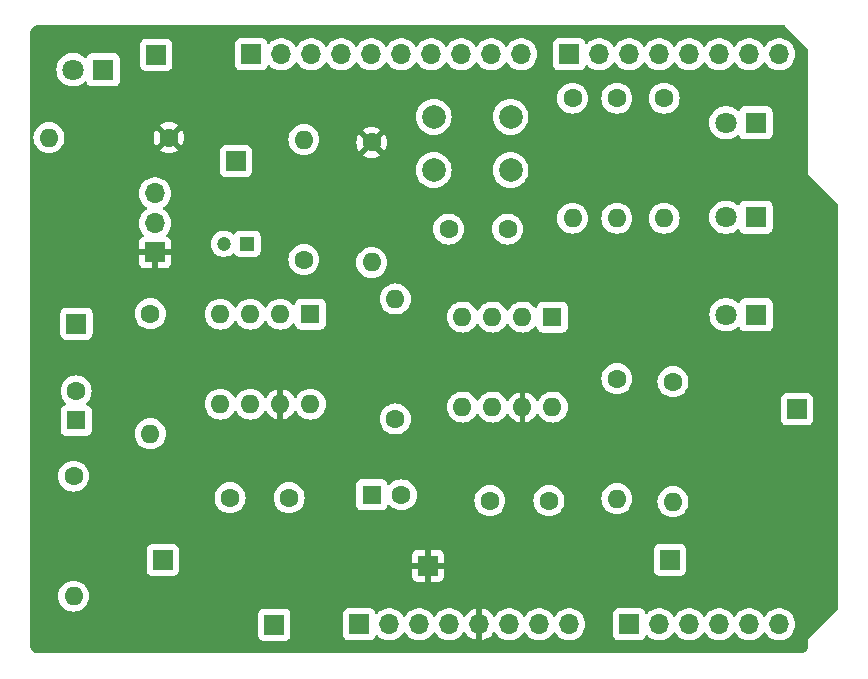
<source format=gbr>
%TF.GenerationSoftware,KiCad,Pcbnew,8.0.2*%
%TF.CreationDate,2024-05-18T14:33:59+02:00*%
%TF.ProjectId,SDHD_Lab,53444844-5f4c-4616-922e-6b696361645f,R1.0*%
%TF.SameCoordinates,Original*%
%TF.FileFunction,Copper,L3,Inr*%
%TF.FilePolarity,Positive*%
%FSLAX46Y46*%
G04 Gerber Fmt 4.6, Leading zero omitted, Abs format (unit mm)*
G04 Created by KiCad (PCBNEW 8.0.2) date 2024-05-18 14:33:59*
%MOMM*%
%LPD*%
G01*
G04 APERTURE LIST*
%TA.AperFunction,ComponentPad*%
%ADD10R,1.700000X1.700000*%
%TD*%
%TA.AperFunction,ComponentPad*%
%ADD11O,1.700000X1.700000*%
%TD*%
%TA.AperFunction,ComponentPad*%
%ADD12R,1.800000X1.800000*%
%TD*%
%TA.AperFunction,ComponentPad*%
%ADD13C,1.800000*%
%TD*%
%TA.AperFunction,ComponentPad*%
%ADD14C,1.600000*%
%TD*%
%TA.AperFunction,ComponentPad*%
%ADD15O,1.600000X1.600000*%
%TD*%
%TA.AperFunction,ComponentPad*%
%ADD16C,2.000000*%
%TD*%
%TA.AperFunction,ComponentPad*%
%ADD17R,1.200000X1.200000*%
%TD*%
%TA.AperFunction,ComponentPad*%
%ADD18C,1.200000*%
%TD*%
%TA.AperFunction,ComponentPad*%
%ADD19R,1.600000X1.600000*%
%TD*%
G04 APERTURE END LIST*
D10*
%TO.N,unconnected-(J1-Pin_1-Pad1)*%
%TO.C,J1*%
X127940000Y-97460000D03*
D11*
%TO.N,/VDDIO{slash}2*%
X130480000Y-97460000D03*
%TO.N,/nReset{slash}2*%
X133020000Y-97460000D03*
%TO.N,/3.3V*%
X135560000Y-97460000D03*
%TO.N,+5V*%
X138100000Y-97460000D03*
%TO.N,GND*%
X140640000Y-97460000D03*
X143180000Y-97460000D03*
%TO.N,/Vin{slash}2*%
X145720000Y-97460000D03*
%TD*%
D10*
%TO.N,/V_out*%
%TO.C,J2*%
X150800000Y-97460000D03*
D11*
%TO.N,/P15.4*%
X153340000Y-97460000D03*
%TO.N,/P6.3*%
X155880000Y-97460000D03*
%TO.N,/P6.2*%
X158420000Y-97460000D03*
%TO.N,unconnected-(J2-Pin_5-Pad5)*%
X160960000Y-97460000D03*
%TO.N,unconnected-(J2-Pin_6-Pad6)*%
X163500000Y-97460000D03*
%TD*%
D10*
%TO.N,/P6.0*%
%TO.C,J4*%
X118796000Y-49200000D03*
D11*
%TO.N,/P6.1*%
X121336000Y-49200000D03*
%TO.N,unconnected-(J4-Pin_3-Pad3)*%
X123876000Y-49200000D03*
%TO.N,GND*%
X126416000Y-49200000D03*
%TO.N,/USR_LED*%
X128956000Y-49200000D03*
%TO.N,/P6.6*%
X131496000Y-49200000D03*
%TO.N,/P6.5*%
X134036000Y-49200000D03*
%TO.N,/P6.4*%
X136576000Y-49200000D03*
%TO.N,/P12.5*%
X139116000Y-49200000D03*
%TO.N,/P12.4*%
X141656000Y-49200000D03*
%TD*%
D10*
%TO.N,/SW_BUTTON*%
%TO.C,J5*%
X145720000Y-49200000D03*
D11*
%TO.N,/LED_GREEN*%
X148260000Y-49200000D03*
%TO.N,/LED_YELLOW*%
X150800000Y-49200000D03*
%TO.N,/LED_RED*%
X153340000Y-49200000D03*
%TO.N,/P2.3*%
X155880000Y-49200000D03*
%TO.N,/P2.2*%
X158420000Y-49200000D03*
%TO.N,/P2.1*%
X160960000Y-49200000D03*
%TO.N,/P2.0*%
X163500000Y-49200000D03*
%TD*%
D12*
%TO.N,GND*%
%TO.C,D2*%
X161540000Y-71250000D03*
D13*
%TO.N,Net-(D2-A)*%
X159000000Y-71250000D03*
%TD*%
D10*
%TO.N,/Radar_Sig*%
%TO.C,TP_Sig1*%
X104000000Y-72000000D03*
%TD*%
%TO.N,Net-(C2-Pad2)*%
%TO.C,TP_1st*%
X111300000Y-92025000D03*
%TD*%
D12*
%TO.N,GND*%
%TO.C,D4*%
X106250000Y-50500000D03*
D13*
%TO.N,Net-(D4-A)*%
X103710000Y-50500000D03*
%TD*%
D10*
%TO.N,GND*%
%TO.C,TP_GND2*%
X110750000Y-49250000D03*
%TD*%
D14*
%TO.N,/V_offset*%
%TO.C,C5*%
X140500000Y-64000000D03*
%TO.N,GND*%
X135500000Y-64000000D03*
%TD*%
%TO.N,/V_offset*%
%TO.C,R6*%
X123250000Y-66580000D03*
D15*
%TO.N,GND*%
X123250000Y-56420000D03*
%TD*%
D10*
%TO.N,+5V*%
%TO.C,J3*%
X110650000Y-65975000D03*
D11*
%TO.N,/Radar_Sig*%
X110650000Y-63515000D03*
%TO.N,GND*%
X110650000Y-60975000D03*
%TD*%
D12*
%TO.N,GND*%
%TO.C,D1*%
X161525000Y-55000000D03*
D13*
%TO.N,Net-(D1-A)*%
X158985000Y-55000000D03*
%TD*%
D16*
%TO.N,/SW_BUTTON*%
%TO.C,SW1*%
X134250000Y-54500000D03*
X140750000Y-54500000D03*
%TO.N,GND*%
X134250000Y-59000000D03*
X140750000Y-59000000D03*
%TD*%
D17*
%TO.N,/V_offset*%
%TO.C,C6*%
X118472600Y-65250000D03*
D18*
%TO.N,GND*%
X116472600Y-65250000D03*
%TD*%
D19*
%TO.N,unconnected-(U2-NC-Pad1)*%
%TO.C,U2*%
X144300000Y-71450000D03*
D15*
%TO.N,Net-(U2--)*%
X141760000Y-71450000D03*
%TO.N,/V_offset*%
X139220000Y-71450000D03*
%TO.N,GND*%
X136680000Y-71450000D03*
%TO.N,unconnected-(U2-NC-Pad5)*%
X136680000Y-79070000D03*
%TO.N,Net-(C4-Pad2)*%
X139220000Y-79070000D03*
%TO.N,+5V*%
X141760000Y-79070000D03*
%TO.N,unconnected-(U2-NC-Pad8)*%
X144300000Y-79070000D03*
%TD*%
D12*
%TO.N,GND*%
%TO.C,D3*%
X161525000Y-63000000D03*
D13*
%TO.N,Net-(D3-A)*%
X158985000Y-63000000D03*
%TD*%
D10*
%TO.N,GND*%
%TO.C,TP_GND1*%
X165000000Y-79250000D03*
%TD*%
D14*
%TO.N,Net-(U2--)*%
%TO.C,C4*%
X144000000Y-87000000D03*
%TO.N,Net-(C4-Pad2)*%
X139000000Y-87000000D03*
%TD*%
%TO.N,Net-(U2--)*%
%TO.C,R4*%
X149750000Y-76670000D03*
D15*
%TO.N,Net-(C4-Pad2)*%
X149750000Y-86830000D03*
%TD*%
D14*
%TO.N,Net-(U1--)*%
%TO.C,R2*%
X103750000Y-84920000D03*
D15*
%TO.N,Net-(C2-Pad2)*%
X103750000Y-95080000D03*
%TD*%
D14*
%TO.N,+5V*%
%TO.C,R9*%
X111830000Y-56250000D03*
D15*
%TO.N,Net-(D4-A)*%
X101670000Y-56250000D03*
%TD*%
D14*
%TO.N,/LED_RED*%
%TO.C,R8*%
X153750000Y-52920000D03*
D15*
%TO.N,Net-(D1-A)*%
X153750000Y-63080000D03*
%TD*%
D19*
%TO.N,Net-(C2-Pad2)*%
%TO.C,C3*%
X129000000Y-86500000D03*
D14*
%TO.N,Net-(C3-Pad2)*%
X131500000Y-86500000D03*
%TD*%
%TO.N,Net-(C1-Pad1)*%
%TO.C,R1*%
X110250000Y-71170000D03*
D15*
%TO.N,Net-(U1--)*%
X110250000Y-81330000D03*
%TD*%
D10*
%TO.N,GND*%
%TO.C,TP_GND3*%
X120750000Y-97500000D03*
%TD*%
D19*
%TO.N,Net-(C1-Pad1)*%
%TO.C,C1*%
X103975000Y-80200000D03*
D14*
%TO.N,/Radar_Sig*%
X103975000Y-77700000D03*
%TD*%
%TO.N,/LED_GREEN*%
%TO.C,R10*%
X146000000Y-52920000D03*
D15*
%TO.N,Net-(D2-A)*%
X146000000Y-63080000D03*
%TD*%
D14*
%TO.N,Net-(C4-Pad2)*%
%TO.C,R7*%
X154500000Y-76920000D03*
D15*
%TO.N,/V_out*%
X154500000Y-87080000D03*
%TD*%
D14*
%TO.N,Net-(C3-Pad2)*%
%TO.C,R3*%
X131000000Y-80080000D03*
D15*
%TO.N,Net-(U2--)*%
X131000000Y-69920000D03*
%TD*%
D19*
%TO.N,unconnected-(U1-NC-Pad1)*%
%TO.C,U1*%
X123800000Y-71200000D03*
D15*
%TO.N,Net-(U1--)*%
X121260000Y-71200000D03*
%TO.N,/V_offset*%
X118720000Y-71200000D03*
%TO.N,GND*%
X116180000Y-71200000D03*
%TO.N,unconnected-(U1-NC-Pad5)*%
X116180000Y-78820000D03*
%TO.N,Net-(C2-Pad2)*%
X118720000Y-78820000D03*
%TO.N,+5V*%
X121260000Y-78820000D03*
%TO.N,unconnected-(U1-NC-Pad8)*%
X123800000Y-78820000D03*
%TD*%
D10*
%TO.N,/V_out*%
%TO.C,TP_2nd*%
X154250000Y-92000000D03*
%TD*%
%TO.N,/V_offset*%
%TO.C,TP_Offset*%
X117500000Y-58250000D03*
%TD*%
D14*
%TO.N,Net-(U1--)*%
%TO.C,C2*%
X117000000Y-86750000D03*
%TO.N,Net-(C2-Pad2)*%
X122000000Y-86750000D03*
%TD*%
D10*
%TO.N,+5V*%
%TO.C,TP_PWR*%
X133750000Y-92500000D03*
%TD*%
D14*
%TO.N,/LED_YELLOW*%
%TO.C,R11*%
X149750000Y-52920000D03*
D15*
%TO.N,Net-(D3-A)*%
X149750000Y-63080000D03*
%TD*%
D14*
%TO.N,+5V*%
%TO.C,R5*%
X129000000Y-56670000D03*
D15*
%TO.N,/V_offset*%
X129000000Y-66830000D03*
%TD*%
%TA.AperFunction,Conductor*%
%TO.N,+5V*%
G36*
X163981595Y-46755185D02*
G01*
X164004307Y-46773939D01*
X165930253Y-48794294D01*
X165962262Y-48856400D01*
X165964500Y-48879853D01*
X165964500Y-59344982D01*
X165964500Y-59375018D01*
X165975994Y-59402767D01*
X165975995Y-59402768D01*
X168468181Y-61894954D01*
X168501666Y-61956277D01*
X168504500Y-61982635D01*
X168504500Y-96107364D01*
X168484815Y-96174403D01*
X168468181Y-96195045D01*
X165997233Y-98665994D01*
X165975995Y-98687231D01*
X165964500Y-98714982D01*
X165964500Y-99231907D01*
X165963903Y-99244062D01*
X165952505Y-99359778D01*
X165947763Y-99383618D01*
X165917832Y-99482290D01*
X165915789Y-99489024D01*
X165906486Y-99511482D01*
X165854561Y-99608627D01*
X165841056Y-99628839D01*
X165771176Y-99713988D01*
X165753988Y-99731176D01*
X165668839Y-99801056D01*
X165648627Y-99814561D01*
X165551482Y-99866486D01*
X165529028Y-99875787D01*
X165487028Y-99888528D01*
X165423618Y-99907763D01*
X165399778Y-99912505D01*
X165291162Y-99923203D01*
X165284060Y-99923903D01*
X165271907Y-99924500D01*
X100768093Y-99924500D01*
X100755939Y-99923903D01*
X100747995Y-99923120D01*
X100640221Y-99912505D01*
X100616381Y-99907763D01*
X100599445Y-99902625D01*
X100510968Y-99875786D01*
X100488517Y-99866486D01*
X100391372Y-99814561D01*
X100371160Y-99801056D01*
X100286011Y-99731176D01*
X100268823Y-99713988D01*
X100198943Y-99628839D01*
X100185438Y-99608627D01*
X100133510Y-99511476D01*
X100124215Y-99489037D01*
X100092234Y-99383612D01*
X100087494Y-99359777D01*
X100076097Y-99244061D01*
X100075500Y-99231907D01*
X100075500Y-96601345D01*
X119391500Y-96601345D01*
X119391500Y-98398654D01*
X119398011Y-98459202D01*
X119398011Y-98459204D01*
X119434192Y-98556206D01*
X119449111Y-98596204D01*
X119536739Y-98713261D01*
X119653796Y-98800889D01*
X119790799Y-98851989D01*
X119818050Y-98854918D01*
X119851345Y-98858499D01*
X119851362Y-98858500D01*
X121648638Y-98858500D01*
X121648654Y-98858499D01*
X121675692Y-98855591D01*
X121709201Y-98851989D01*
X121846204Y-98800889D01*
X121963261Y-98713261D01*
X122050889Y-98596204D01*
X122101989Y-98459201D01*
X122106289Y-98419201D01*
X122108499Y-98398654D01*
X122108500Y-98398637D01*
X122108500Y-96601362D01*
X122108499Y-96601345D01*
X122104241Y-96561750D01*
X122104197Y-96561345D01*
X126581500Y-96561345D01*
X126581500Y-98358654D01*
X126588011Y-98419202D01*
X126588011Y-98419204D01*
X126639111Y-98556204D01*
X126726739Y-98673261D01*
X126843796Y-98760889D01*
X126980799Y-98811989D01*
X127008050Y-98814918D01*
X127041345Y-98818499D01*
X127041362Y-98818500D01*
X128838638Y-98818500D01*
X128838654Y-98818499D01*
X128865692Y-98815591D01*
X128899201Y-98811989D01*
X129036204Y-98760889D01*
X129153261Y-98673261D01*
X129240889Y-98556204D01*
X129286138Y-98434887D01*
X129328009Y-98378956D01*
X129393474Y-98354539D01*
X129461746Y-98369391D01*
X129493545Y-98394236D01*
X129556760Y-98462906D01*
X129734424Y-98601189D01*
X129734425Y-98601189D01*
X129734427Y-98601191D01*
X129861135Y-98669761D01*
X129932426Y-98708342D01*
X130145365Y-98781444D01*
X130367431Y-98818500D01*
X130592569Y-98818500D01*
X130814635Y-98781444D01*
X131027574Y-98708342D01*
X131225576Y-98601189D01*
X131403240Y-98462906D01*
X131524594Y-98331082D01*
X131555715Y-98297276D01*
X131555715Y-98297275D01*
X131555722Y-98297268D01*
X131646193Y-98158790D01*
X131699338Y-98113437D01*
X131768569Y-98104013D01*
X131831905Y-98133515D01*
X131853804Y-98158787D01*
X131944278Y-98297268D01*
X131944283Y-98297273D01*
X131944284Y-98297276D01*
X132070968Y-98434889D01*
X132096760Y-98462906D01*
X132274424Y-98601189D01*
X132274425Y-98601189D01*
X132274427Y-98601191D01*
X132401135Y-98669761D01*
X132472426Y-98708342D01*
X132685365Y-98781444D01*
X132907431Y-98818500D01*
X133132569Y-98818500D01*
X133354635Y-98781444D01*
X133567574Y-98708342D01*
X133765576Y-98601189D01*
X133943240Y-98462906D01*
X134064594Y-98331082D01*
X134095715Y-98297276D01*
X134095715Y-98297275D01*
X134095722Y-98297268D01*
X134186193Y-98158790D01*
X134239338Y-98113437D01*
X134308569Y-98104013D01*
X134371905Y-98133515D01*
X134393804Y-98158787D01*
X134484278Y-98297268D01*
X134484283Y-98297273D01*
X134484284Y-98297276D01*
X134610968Y-98434889D01*
X134636760Y-98462906D01*
X134814424Y-98601189D01*
X134814425Y-98601189D01*
X134814427Y-98601191D01*
X134941135Y-98669761D01*
X135012426Y-98708342D01*
X135225365Y-98781444D01*
X135447431Y-98818500D01*
X135672569Y-98818500D01*
X135894635Y-98781444D01*
X136107574Y-98708342D01*
X136305576Y-98601189D01*
X136483240Y-98462906D01*
X136604594Y-98331082D01*
X136635715Y-98297276D01*
X136635715Y-98297275D01*
X136635722Y-98297268D01*
X136729749Y-98153347D01*
X136782894Y-98107994D01*
X136852125Y-98098570D01*
X136915461Y-98128072D01*
X136935130Y-98150048D01*
X137061890Y-98331078D01*
X137228917Y-98498105D01*
X137422421Y-98633600D01*
X137636507Y-98733429D01*
X137636516Y-98733433D01*
X137850000Y-98790634D01*
X137850000Y-97893012D01*
X137907007Y-97925925D01*
X138034174Y-97960000D01*
X138165826Y-97960000D01*
X138292993Y-97925925D01*
X138350000Y-97893012D01*
X138350000Y-98790633D01*
X138563483Y-98733433D01*
X138563492Y-98733429D01*
X138777578Y-98633600D01*
X138971082Y-98498105D01*
X139138105Y-98331082D01*
X139264868Y-98150048D01*
X139319445Y-98106423D01*
X139388944Y-98099231D01*
X139451298Y-98130753D01*
X139470251Y-98153350D01*
X139564276Y-98297265D01*
X139564284Y-98297276D01*
X139690968Y-98434889D01*
X139716760Y-98462906D01*
X139894424Y-98601189D01*
X139894425Y-98601189D01*
X139894427Y-98601191D01*
X140021135Y-98669761D01*
X140092426Y-98708342D01*
X140305365Y-98781444D01*
X140527431Y-98818500D01*
X140752569Y-98818500D01*
X140974635Y-98781444D01*
X141187574Y-98708342D01*
X141385576Y-98601189D01*
X141563240Y-98462906D01*
X141684594Y-98331082D01*
X141715715Y-98297276D01*
X141715715Y-98297275D01*
X141715722Y-98297268D01*
X141806193Y-98158790D01*
X141859338Y-98113437D01*
X141928569Y-98104013D01*
X141991905Y-98133515D01*
X142013804Y-98158787D01*
X142104278Y-98297268D01*
X142104283Y-98297273D01*
X142104284Y-98297276D01*
X142230968Y-98434889D01*
X142256760Y-98462906D01*
X142434424Y-98601189D01*
X142434425Y-98601189D01*
X142434427Y-98601191D01*
X142561135Y-98669761D01*
X142632426Y-98708342D01*
X142845365Y-98781444D01*
X143067431Y-98818500D01*
X143292569Y-98818500D01*
X143514635Y-98781444D01*
X143727574Y-98708342D01*
X143925576Y-98601189D01*
X144103240Y-98462906D01*
X144224594Y-98331082D01*
X144255715Y-98297276D01*
X144255715Y-98297275D01*
X144255722Y-98297268D01*
X144346193Y-98158790D01*
X144399338Y-98113437D01*
X144468569Y-98104013D01*
X144531905Y-98133515D01*
X144553804Y-98158787D01*
X144644278Y-98297268D01*
X144644283Y-98297273D01*
X144644284Y-98297276D01*
X144770968Y-98434889D01*
X144796760Y-98462906D01*
X144974424Y-98601189D01*
X144974425Y-98601189D01*
X144974427Y-98601191D01*
X145101135Y-98669761D01*
X145172426Y-98708342D01*
X145385365Y-98781444D01*
X145607431Y-98818500D01*
X145832569Y-98818500D01*
X146054635Y-98781444D01*
X146267574Y-98708342D01*
X146465576Y-98601189D01*
X146643240Y-98462906D01*
X146764594Y-98331082D01*
X146795715Y-98297276D01*
X146795717Y-98297273D01*
X146795722Y-98297268D01*
X146918860Y-98108791D01*
X147009296Y-97902616D01*
X147064564Y-97684368D01*
X147067164Y-97652993D01*
X147083156Y-97460005D01*
X147083156Y-97459994D01*
X147064565Y-97235640D01*
X147064563Y-97235628D01*
X147009296Y-97017385D01*
X146999071Y-96994075D01*
X146918860Y-96811209D01*
X146902706Y-96786484D01*
X146795723Y-96622734D01*
X146795715Y-96622723D01*
X146739212Y-96561345D01*
X149441500Y-96561345D01*
X149441500Y-98358654D01*
X149448011Y-98419202D01*
X149448011Y-98419204D01*
X149499111Y-98556204D01*
X149586739Y-98673261D01*
X149703796Y-98760889D01*
X149840799Y-98811989D01*
X149868050Y-98814918D01*
X149901345Y-98818499D01*
X149901362Y-98818500D01*
X151698638Y-98818500D01*
X151698654Y-98818499D01*
X151725692Y-98815591D01*
X151759201Y-98811989D01*
X151896204Y-98760889D01*
X152013261Y-98673261D01*
X152100889Y-98556204D01*
X152146138Y-98434887D01*
X152188009Y-98378956D01*
X152253474Y-98354539D01*
X152321746Y-98369391D01*
X152353545Y-98394236D01*
X152416760Y-98462906D01*
X152594424Y-98601189D01*
X152594425Y-98601189D01*
X152594427Y-98601191D01*
X152721135Y-98669761D01*
X152792426Y-98708342D01*
X153005365Y-98781444D01*
X153227431Y-98818500D01*
X153452569Y-98818500D01*
X153674635Y-98781444D01*
X153887574Y-98708342D01*
X154085576Y-98601189D01*
X154263240Y-98462906D01*
X154384594Y-98331082D01*
X154415715Y-98297276D01*
X154415715Y-98297275D01*
X154415722Y-98297268D01*
X154506193Y-98158790D01*
X154559338Y-98113437D01*
X154628569Y-98104013D01*
X154691905Y-98133515D01*
X154713804Y-98158787D01*
X154804278Y-98297268D01*
X154804283Y-98297273D01*
X154804284Y-98297276D01*
X154930968Y-98434889D01*
X154956760Y-98462906D01*
X155134424Y-98601189D01*
X155134425Y-98601189D01*
X155134427Y-98601191D01*
X155261135Y-98669761D01*
X155332426Y-98708342D01*
X155545365Y-98781444D01*
X155767431Y-98818500D01*
X155992569Y-98818500D01*
X156214635Y-98781444D01*
X156427574Y-98708342D01*
X156625576Y-98601189D01*
X156803240Y-98462906D01*
X156924594Y-98331082D01*
X156955715Y-98297276D01*
X156955715Y-98297275D01*
X156955722Y-98297268D01*
X157046193Y-98158790D01*
X157099338Y-98113437D01*
X157168569Y-98104013D01*
X157231905Y-98133515D01*
X157253804Y-98158787D01*
X157344278Y-98297268D01*
X157344283Y-98297273D01*
X157344284Y-98297276D01*
X157470968Y-98434889D01*
X157496760Y-98462906D01*
X157674424Y-98601189D01*
X157674425Y-98601189D01*
X157674427Y-98601191D01*
X157801135Y-98669761D01*
X157872426Y-98708342D01*
X158085365Y-98781444D01*
X158307431Y-98818500D01*
X158532569Y-98818500D01*
X158754635Y-98781444D01*
X158967574Y-98708342D01*
X159165576Y-98601189D01*
X159343240Y-98462906D01*
X159464594Y-98331082D01*
X159495715Y-98297276D01*
X159495715Y-98297275D01*
X159495722Y-98297268D01*
X159586193Y-98158790D01*
X159639338Y-98113437D01*
X159708569Y-98104013D01*
X159771905Y-98133515D01*
X159793804Y-98158787D01*
X159884278Y-98297268D01*
X159884283Y-98297273D01*
X159884284Y-98297276D01*
X160010968Y-98434889D01*
X160036760Y-98462906D01*
X160214424Y-98601189D01*
X160214425Y-98601189D01*
X160214427Y-98601191D01*
X160341135Y-98669761D01*
X160412426Y-98708342D01*
X160625365Y-98781444D01*
X160847431Y-98818500D01*
X161072569Y-98818500D01*
X161294635Y-98781444D01*
X161507574Y-98708342D01*
X161705576Y-98601189D01*
X161883240Y-98462906D01*
X162004594Y-98331082D01*
X162035715Y-98297276D01*
X162035715Y-98297275D01*
X162035722Y-98297268D01*
X162126193Y-98158790D01*
X162179338Y-98113437D01*
X162248569Y-98104013D01*
X162311905Y-98133515D01*
X162333804Y-98158787D01*
X162424278Y-98297268D01*
X162424283Y-98297273D01*
X162424284Y-98297276D01*
X162550968Y-98434889D01*
X162576760Y-98462906D01*
X162754424Y-98601189D01*
X162754425Y-98601189D01*
X162754427Y-98601191D01*
X162881135Y-98669761D01*
X162952426Y-98708342D01*
X163165365Y-98781444D01*
X163387431Y-98818500D01*
X163612569Y-98818500D01*
X163834635Y-98781444D01*
X164047574Y-98708342D01*
X164245576Y-98601189D01*
X164423240Y-98462906D01*
X164544594Y-98331082D01*
X164575715Y-98297276D01*
X164575717Y-98297273D01*
X164575722Y-98297268D01*
X164698860Y-98108791D01*
X164789296Y-97902616D01*
X164844564Y-97684368D01*
X164847164Y-97652993D01*
X164863156Y-97460005D01*
X164863156Y-97459994D01*
X164844565Y-97235640D01*
X164844563Y-97235628D01*
X164789296Y-97017385D01*
X164779071Y-96994075D01*
X164698860Y-96811209D01*
X164682706Y-96786484D01*
X164575723Y-96622734D01*
X164575715Y-96622723D01*
X164423243Y-96457097D01*
X164423238Y-96457092D01*
X164245577Y-96318812D01*
X164245572Y-96318808D01*
X164047580Y-96211661D01*
X164047577Y-96211659D01*
X164047574Y-96211658D01*
X164047571Y-96211657D01*
X164047569Y-96211656D01*
X163834637Y-96138556D01*
X163612569Y-96101500D01*
X163387431Y-96101500D01*
X163165362Y-96138556D01*
X162952430Y-96211656D01*
X162952419Y-96211661D01*
X162754427Y-96318808D01*
X162754422Y-96318812D01*
X162576761Y-96457092D01*
X162576756Y-96457097D01*
X162424284Y-96622723D01*
X162424276Y-96622734D01*
X162333808Y-96761206D01*
X162280662Y-96806562D01*
X162211431Y-96815986D01*
X162148095Y-96786484D01*
X162126192Y-96761206D01*
X162035723Y-96622734D01*
X162035715Y-96622723D01*
X161883243Y-96457097D01*
X161883238Y-96457092D01*
X161705577Y-96318812D01*
X161705572Y-96318808D01*
X161507580Y-96211661D01*
X161507577Y-96211659D01*
X161507574Y-96211658D01*
X161507571Y-96211657D01*
X161507569Y-96211656D01*
X161294637Y-96138556D01*
X161072569Y-96101500D01*
X160847431Y-96101500D01*
X160625362Y-96138556D01*
X160412430Y-96211656D01*
X160412419Y-96211661D01*
X160214427Y-96318808D01*
X160214422Y-96318812D01*
X160036761Y-96457092D01*
X160036756Y-96457097D01*
X159884284Y-96622723D01*
X159884276Y-96622734D01*
X159793808Y-96761206D01*
X159740662Y-96806562D01*
X159671431Y-96815986D01*
X159608095Y-96786484D01*
X159586192Y-96761206D01*
X159495723Y-96622734D01*
X159495715Y-96622723D01*
X159343243Y-96457097D01*
X159343238Y-96457092D01*
X159165577Y-96318812D01*
X159165572Y-96318808D01*
X158967580Y-96211661D01*
X158967577Y-96211659D01*
X158967574Y-96211658D01*
X158967571Y-96211657D01*
X158967569Y-96211656D01*
X158754637Y-96138556D01*
X158532569Y-96101500D01*
X158307431Y-96101500D01*
X158085362Y-96138556D01*
X157872430Y-96211656D01*
X157872419Y-96211661D01*
X157674427Y-96318808D01*
X157674422Y-96318812D01*
X157496761Y-96457092D01*
X157496756Y-96457097D01*
X157344284Y-96622723D01*
X157344276Y-96622734D01*
X157253808Y-96761206D01*
X157200662Y-96806562D01*
X157131431Y-96815986D01*
X157068095Y-96786484D01*
X157046192Y-96761206D01*
X156955723Y-96622734D01*
X156955715Y-96622723D01*
X156803243Y-96457097D01*
X156803238Y-96457092D01*
X156625577Y-96318812D01*
X156625572Y-96318808D01*
X156427580Y-96211661D01*
X156427577Y-96211659D01*
X156427574Y-96211658D01*
X156427571Y-96211657D01*
X156427569Y-96211656D01*
X156214637Y-96138556D01*
X155992569Y-96101500D01*
X155767431Y-96101500D01*
X155545362Y-96138556D01*
X155332430Y-96211656D01*
X155332419Y-96211661D01*
X155134427Y-96318808D01*
X155134422Y-96318812D01*
X154956761Y-96457092D01*
X154956756Y-96457097D01*
X154804284Y-96622723D01*
X154804276Y-96622734D01*
X154713808Y-96761206D01*
X154660662Y-96806562D01*
X154591431Y-96815986D01*
X154528095Y-96786484D01*
X154506192Y-96761206D01*
X154415723Y-96622734D01*
X154415715Y-96622723D01*
X154263243Y-96457097D01*
X154263238Y-96457092D01*
X154085577Y-96318812D01*
X154085572Y-96318808D01*
X153887580Y-96211661D01*
X153887577Y-96211659D01*
X153887574Y-96211658D01*
X153887571Y-96211657D01*
X153887569Y-96211656D01*
X153674637Y-96138556D01*
X153452569Y-96101500D01*
X153227431Y-96101500D01*
X153005362Y-96138556D01*
X152792430Y-96211656D01*
X152792419Y-96211661D01*
X152594427Y-96318808D01*
X152594422Y-96318812D01*
X152416761Y-96457092D01*
X152353548Y-96525760D01*
X152293661Y-96561750D01*
X152223823Y-96559649D01*
X152166207Y-96520124D01*
X152146138Y-96485110D01*
X152100889Y-96363796D01*
X152067214Y-96318812D01*
X152013261Y-96246739D01*
X151896204Y-96159111D01*
X151848988Y-96141500D01*
X151759203Y-96108011D01*
X151698654Y-96101500D01*
X151698638Y-96101500D01*
X149901362Y-96101500D01*
X149901345Y-96101500D01*
X149840797Y-96108011D01*
X149840795Y-96108011D01*
X149703795Y-96159111D01*
X149586739Y-96246739D01*
X149499111Y-96363795D01*
X149448011Y-96500795D01*
X149448011Y-96500797D01*
X149441500Y-96561345D01*
X146739212Y-96561345D01*
X146643243Y-96457097D01*
X146643238Y-96457092D01*
X146465577Y-96318812D01*
X146465572Y-96318808D01*
X146267580Y-96211661D01*
X146267577Y-96211659D01*
X146267574Y-96211658D01*
X146267571Y-96211657D01*
X146267569Y-96211656D01*
X146054637Y-96138556D01*
X145832569Y-96101500D01*
X145607431Y-96101500D01*
X145385362Y-96138556D01*
X145172430Y-96211656D01*
X145172419Y-96211661D01*
X144974427Y-96318808D01*
X144974422Y-96318812D01*
X144796761Y-96457092D01*
X144796756Y-96457097D01*
X144644284Y-96622723D01*
X144644276Y-96622734D01*
X144553808Y-96761206D01*
X144500662Y-96806562D01*
X144431431Y-96815986D01*
X144368095Y-96786484D01*
X144346192Y-96761206D01*
X144255723Y-96622734D01*
X144255715Y-96622723D01*
X144103243Y-96457097D01*
X144103238Y-96457092D01*
X143925577Y-96318812D01*
X143925572Y-96318808D01*
X143727580Y-96211661D01*
X143727577Y-96211659D01*
X143727574Y-96211658D01*
X143727571Y-96211657D01*
X143727569Y-96211656D01*
X143514637Y-96138556D01*
X143292569Y-96101500D01*
X143067431Y-96101500D01*
X142845362Y-96138556D01*
X142632430Y-96211656D01*
X142632419Y-96211661D01*
X142434427Y-96318808D01*
X142434422Y-96318812D01*
X142256761Y-96457092D01*
X142256756Y-96457097D01*
X142104284Y-96622723D01*
X142104276Y-96622734D01*
X142013808Y-96761206D01*
X141960662Y-96806562D01*
X141891431Y-96815986D01*
X141828095Y-96786484D01*
X141806192Y-96761206D01*
X141715723Y-96622734D01*
X141715715Y-96622723D01*
X141563243Y-96457097D01*
X141563238Y-96457092D01*
X141385577Y-96318812D01*
X141385572Y-96318808D01*
X141187580Y-96211661D01*
X141187577Y-96211659D01*
X141187574Y-96211658D01*
X141187571Y-96211657D01*
X141187569Y-96211656D01*
X140974637Y-96138556D01*
X140752569Y-96101500D01*
X140527431Y-96101500D01*
X140305362Y-96138556D01*
X140092430Y-96211656D01*
X140092419Y-96211661D01*
X139894427Y-96318808D01*
X139894422Y-96318812D01*
X139716761Y-96457092D01*
X139716756Y-96457097D01*
X139564284Y-96622723D01*
X139564276Y-96622734D01*
X139470251Y-96766650D01*
X139417105Y-96812007D01*
X139347873Y-96821430D01*
X139284538Y-96791928D01*
X139264868Y-96769951D01*
X139138113Y-96588926D01*
X139138108Y-96588920D01*
X138971082Y-96421894D01*
X138777578Y-96286399D01*
X138563492Y-96186570D01*
X138563486Y-96186567D01*
X138350000Y-96129364D01*
X138350000Y-97026988D01*
X138292993Y-96994075D01*
X138165826Y-96960000D01*
X138034174Y-96960000D01*
X137907007Y-96994075D01*
X137850000Y-97026988D01*
X137850000Y-96129364D01*
X137849999Y-96129364D01*
X137636513Y-96186567D01*
X137636507Y-96186570D01*
X137422422Y-96286399D01*
X137422420Y-96286400D01*
X137228926Y-96421886D01*
X137228920Y-96421891D01*
X137061891Y-96588920D01*
X137061890Y-96588922D01*
X136935131Y-96769952D01*
X136880554Y-96813577D01*
X136811055Y-96820769D01*
X136748701Y-96789247D01*
X136729752Y-96766656D01*
X136635722Y-96622732D01*
X136635715Y-96622725D01*
X136635715Y-96622723D01*
X136483243Y-96457097D01*
X136483238Y-96457092D01*
X136305577Y-96318812D01*
X136305572Y-96318808D01*
X136107580Y-96211661D01*
X136107577Y-96211659D01*
X136107574Y-96211658D01*
X136107571Y-96211657D01*
X136107569Y-96211656D01*
X135894637Y-96138556D01*
X135672569Y-96101500D01*
X135447431Y-96101500D01*
X135225362Y-96138556D01*
X135012430Y-96211656D01*
X135012419Y-96211661D01*
X134814427Y-96318808D01*
X134814422Y-96318812D01*
X134636761Y-96457092D01*
X134636756Y-96457097D01*
X134484284Y-96622723D01*
X134484276Y-96622734D01*
X134393808Y-96761206D01*
X134340662Y-96806562D01*
X134271431Y-96815986D01*
X134208095Y-96786484D01*
X134186192Y-96761206D01*
X134095723Y-96622734D01*
X134095715Y-96622723D01*
X133943243Y-96457097D01*
X133943238Y-96457092D01*
X133765577Y-96318812D01*
X133765572Y-96318808D01*
X133567580Y-96211661D01*
X133567577Y-96211659D01*
X133567574Y-96211658D01*
X133567571Y-96211657D01*
X133567569Y-96211656D01*
X133354637Y-96138556D01*
X133132569Y-96101500D01*
X132907431Y-96101500D01*
X132685362Y-96138556D01*
X132472430Y-96211656D01*
X132472419Y-96211661D01*
X132274427Y-96318808D01*
X132274422Y-96318812D01*
X132096761Y-96457092D01*
X132096756Y-96457097D01*
X131944284Y-96622723D01*
X131944276Y-96622734D01*
X131853808Y-96761206D01*
X131800662Y-96806562D01*
X131731431Y-96815986D01*
X131668095Y-96786484D01*
X131646192Y-96761206D01*
X131555723Y-96622734D01*
X131555715Y-96622723D01*
X131403243Y-96457097D01*
X131403238Y-96457092D01*
X131225577Y-96318812D01*
X131225572Y-96318808D01*
X131027580Y-96211661D01*
X131027577Y-96211659D01*
X131027574Y-96211658D01*
X131027571Y-96211657D01*
X131027569Y-96211656D01*
X130814637Y-96138556D01*
X130592569Y-96101500D01*
X130367431Y-96101500D01*
X130145362Y-96138556D01*
X129932430Y-96211656D01*
X129932419Y-96211661D01*
X129734427Y-96318808D01*
X129734422Y-96318812D01*
X129556761Y-96457092D01*
X129493548Y-96525760D01*
X129433661Y-96561750D01*
X129363823Y-96559649D01*
X129306207Y-96520124D01*
X129286138Y-96485110D01*
X129240889Y-96363796D01*
X129207214Y-96318812D01*
X129153261Y-96246739D01*
X129036204Y-96159111D01*
X128988988Y-96141500D01*
X128899203Y-96108011D01*
X128838654Y-96101500D01*
X128838638Y-96101500D01*
X127041362Y-96101500D01*
X127041345Y-96101500D01*
X126980797Y-96108011D01*
X126980795Y-96108011D01*
X126843795Y-96159111D01*
X126726739Y-96246739D01*
X126639111Y-96363795D01*
X126588011Y-96500795D01*
X126588011Y-96500797D01*
X126581500Y-96561345D01*
X122104197Y-96561345D01*
X122101989Y-96540799D01*
X122050889Y-96403796D01*
X121963261Y-96286739D01*
X121846204Y-96199111D01*
X121812573Y-96186567D01*
X121709203Y-96148011D01*
X121648654Y-96141500D01*
X121648638Y-96141500D01*
X119851362Y-96141500D01*
X119851345Y-96141500D01*
X119790797Y-96148011D01*
X119790795Y-96148011D01*
X119653795Y-96199111D01*
X119536739Y-96286739D01*
X119449111Y-96403795D01*
X119398011Y-96540795D01*
X119398011Y-96540797D01*
X119391500Y-96601345D01*
X100075500Y-96601345D01*
X100075500Y-95079998D01*
X102436502Y-95079998D01*
X102436502Y-95080001D01*
X102456456Y-95308081D01*
X102456457Y-95308089D01*
X102515714Y-95529238D01*
X102515718Y-95529249D01*
X102612475Y-95736745D01*
X102612477Y-95736749D01*
X102743802Y-95924300D01*
X102905700Y-96086198D01*
X103093251Y-96217523D01*
X103218091Y-96275736D01*
X103300750Y-96314281D01*
X103300752Y-96314281D01*
X103300757Y-96314284D01*
X103521913Y-96373543D01*
X103684832Y-96387796D01*
X103749998Y-96393498D01*
X103750000Y-96393498D01*
X103750002Y-96393498D01*
X103807021Y-96388509D01*
X103978087Y-96373543D01*
X104199243Y-96314284D01*
X104406749Y-96217523D01*
X104594300Y-96086198D01*
X104756198Y-95924300D01*
X104887523Y-95736749D01*
X104984284Y-95529243D01*
X105043543Y-95308087D01*
X105063498Y-95080000D01*
X105043543Y-94851913D01*
X104984284Y-94630757D01*
X104887523Y-94423251D01*
X104756198Y-94235700D01*
X104594300Y-94073802D01*
X104406749Y-93942477D01*
X104406745Y-93942475D01*
X104199249Y-93845718D01*
X104199238Y-93845714D01*
X103978089Y-93786457D01*
X103978081Y-93786456D01*
X103750002Y-93766502D01*
X103749998Y-93766502D01*
X103521918Y-93786456D01*
X103521910Y-93786457D01*
X103300761Y-93845714D01*
X103300750Y-93845718D01*
X103093254Y-93942475D01*
X103093252Y-93942476D01*
X103093251Y-93942477D01*
X102905700Y-94073802D01*
X102905698Y-94073803D01*
X102905695Y-94073806D01*
X102743806Y-94235695D01*
X102612476Y-94423252D01*
X102612475Y-94423254D01*
X102515718Y-94630750D01*
X102515714Y-94630761D01*
X102456457Y-94851910D01*
X102456456Y-94851918D01*
X102436502Y-95079998D01*
X100075500Y-95079998D01*
X100075500Y-91126345D01*
X109941500Y-91126345D01*
X109941500Y-92923654D01*
X109948011Y-92984202D01*
X109948011Y-92984204D01*
X109989786Y-93096204D01*
X109999111Y-93121204D01*
X110086739Y-93238261D01*
X110203796Y-93325889D01*
X110340799Y-93376989D01*
X110368050Y-93379918D01*
X110401345Y-93383499D01*
X110401362Y-93383500D01*
X112198638Y-93383500D01*
X112198654Y-93383499D01*
X112225692Y-93380591D01*
X112259201Y-93376989D01*
X112396204Y-93325889D01*
X112513261Y-93238261D01*
X112600889Y-93121204D01*
X112651989Y-92984201D01*
X112655591Y-92950692D01*
X112658499Y-92923654D01*
X112658500Y-92923637D01*
X112658500Y-91602155D01*
X132400000Y-91602155D01*
X132400000Y-92250000D01*
X133316988Y-92250000D01*
X133284075Y-92307007D01*
X133250000Y-92434174D01*
X133250000Y-92565826D01*
X133284075Y-92692993D01*
X133316988Y-92750000D01*
X132400000Y-92750000D01*
X132400000Y-93397844D01*
X132406401Y-93457372D01*
X132406403Y-93457379D01*
X132456645Y-93592086D01*
X132456649Y-93592093D01*
X132542809Y-93707187D01*
X132542812Y-93707190D01*
X132657906Y-93793350D01*
X132657913Y-93793354D01*
X132792620Y-93843596D01*
X132792627Y-93843598D01*
X132852155Y-93849999D01*
X132852172Y-93850000D01*
X133500000Y-93850000D01*
X133500000Y-92933012D01*
X133557007Y-92965925D01*
X133684174Y-93000000D01*
X133815826Y-93000000D01*
X133942993Y-92965925D01*
X134000000Y-92933012D01*
X134000000Y-93850000D01*
X134647828Y-93850000D01*
X134647844Y-93849999D01*
X134707372Y-93843598D01*
X134707379Y-93843596D01*
X134842086Y-93793354D01*
X134842093Y-93793350D01*
X134957187Y-93707190D01*
X134957190Y-93707187D01*
X135043350Y-93592093D01*
X135043354Y-93592086D01*
X135093596Y-93457379D01*
X135093598Y-93457372D01*
X135099999Y-93397844D01*
X135100000Y-93397827D01*
X135100000Y-92750000D01*
X134183012Y-92750000D01*
X134215925Y-92692993D01*
X134250000Y-92565826D01*
X134250000Y-92434174D01*
X134215925Y-92307007D01*
X134183012Y-92250000D01*
X135100000Y-92250000D01*
X135100000Y-91602172D01*
X135099999Y-91602155D01*
X135093598Y-91542627D01*
X135093596Y-91542620D01*
X135043354Y-91407913D01*
X135043350Y-91407906D01*
X134957190Y-91292812D01*
X134957187Y-91292809D01*
X134842093Y-91206649D01*
X134842086Y-91206645D01*
X134707379Y-91156403D01*
X134707372Y-91156401D01*
X134647844Y-91150000D01*
X134000000Y-91150000D01*
X134000000Y-92066988D01*
X133942993Y-92034075D01*
X133815826Y-92000000D01*
X133684174Y-92000000D01*
X133557007Y-92034075D01*
X133500000Y-92066988D01*
X133500000Y-91150000D01*
X132852155Y-91150000D01*
X132792627Y-91156401D01*
X132792620Y-91156403D01*
X132657913Y-91206645D01*
X132657906Y-91206649D01*
X132542812Y-91292809D01*
X132542809Y-91292812D01*
X132456649Y-91407906D01*
X132456645Y-91407913D01*
X132406403Y-91542620D01*
X132406401Y-91542627D01*
X132400000Y-91602155D01*
X112658500Y-91602155D01*
X112658500Y-91126362D01*
X112658499Y-91126345D01*
X112655810Y-91101345D01*
X152891500Y-91101345D01*
X152891500Y-92898654D01*
X152898011Y-92959202D01*
X152898011Y-92959204D01*
X152913228Y-93000000D01*
X152949111Y-93096204D01*
X153036739Y-93213261D01*
X153153796Y-93300889D01*
X153290799Y-93351989D01*
X153318050Y-93354918D01*
X153351345Y-93358499D01*
X153351362Y-93358500D01*
X155148638Y-93358500D01*
X155148654Y-93358499D01*
X155175692Y-93355591D01*
X155209201Y-93351989D01*
X155346204Y-93300889D01*
X155463261Y-93213261D01*
X155550889Y-93096204D01*
X155601989Y-92959201D01*
X155605812Y-92923637D01*
X155608499Y-92898654D01*
X155608500Y-92898637D01*
X155608500Y-91101362D01*
X155608499Y-91101345D01*
X155604676Y-91065795D01*
X155601989Y-91040799D01*
X155550889Y-90903796D01*
X155463261Y-90786739D01*
X155346204Y-90699111D01*
X155209203Y-90648011D01*
X155148654Y-90641500D01*
X155148638Y-90641500D01*
X153351362Y-90641500D01*
X153351345Y-90641500D01*
X153290797Y-90648011D01*
X153290795Y-90648011D01*
X153153795Y-90699111D01*
X153036739Y-90786739D01*
X152949111Y-90903795D01*
X152898011Y-91040795D01*
X152898011Y-91040797D01*
X152891500Y-91101345D01*
X112655810Y-91101345D01*
X112655157Y-91095270D01*
X112651989Y-91065799D01*
X112642664Y-91040799D01*
X112629522Y-91005564D01*
X112600889Y-90928796D01*
X112513261Y-90811739D01*
X112396204Y-90724111D01*
X112259203Y-90673011D01*
X112198654Y-90666500D01*
X112198638Y-90666500D01*
X110401362Y-90666500D01*
X110401345Y-90666500D01*
X110340797Y-90673011D01*
X110340795Y-90673011D01*
X110203795Y-90724111D01*
X110086739Y-90811739D01*
X109999111Y-90928795D01*
X109948011Y-91065795D01*
X109948011Y-91065797D01*
X109941500Y-91126345D01*
X100075500Y-91126345D01*
X100075500Y-86749998D01*
X115686502Y-86749998D01*
X115686502Y-86750001D01*
X115706456Y-86978081D01*
X115706457Y-86978089D01*
X115765714Y-87199238D01*
X115765718Y-87199249D01*
X115835387Y-87348654D01*
X115862477Y-87406749D01*
X115993802Y-87594300D01*
X116155700Y-87756198D01*
X116343251Y-87887523D01*
X116422120Y-87924300D01*
X116550750Y-87984281D01*
X116550752Y-87984281D01*
X116550757Y-87984284D01*
X116771913Y-88043543D01*
X116934832Y-88057796D01*
X116999998Y-88063498D01*
X117000000Y-88063498D01*
X117000002Y-88063498D01*
X117057021Y-88058509D01*
X117228087Y-88043543D01*
X117449243Y-87984284D01*
X117656749Y-87887523D01*
X117844300Y-87756198D01*
X118006198Y-87594300D01*
X118137523Y-87406749D01*
X118234284Y-87199243D01*
X118293543Y-86978087D01*
X118313498Y-86750000D01*
X118313498Y-86749998D01*
X120686502Y-86749998D01*
X120686502Y-86750001D01*
X120706456Y-86978081D01*
X120706457Y-86978089D01*
X120765714Y-87199238D01*
X120765718Y-87199249D01*
X120835387Y-87348654D01*
X120862477Y-87406749D01*
X120993802Y-87594300D01*
X121155700Y-87756198D01*
X121343251Y-87887523D01*
X121422120Y-87924300D01*
X121550750Y-87984281D01*
X121550752Y-87984281D01*
X121550757Y-87984284D01*
X121771913Y-88043543D01*
X121934832Y-88057796D01*
X121999998Y-88063498D01*
X122000000Y-88063498D01*
X122000002Y-88063498D01*
X122057021Y-88058509D01*
X122228087Y-88043543D01*
X122449243Y-87984284D01*
X122656749Y-87887523D01*
X122844300Y-87756198D01*
X123006198Y-87594300D01*
X123137523Y-87406749D01*
X123234284Y-87199243D01*
X123293543Y-86978087D01*
X123313498Y-86750000D01*
X123293543Y-86521913D01*
X123234284Y-86300757D01*
X123137523Y-86093251D01*
X123006198Y-85905700D01*
X122844300Y-85743802D01*
X122712258Y-85651345D01*
X127691500Y-85651345D01*
X127691500Y-87348654D01*
X127698011Y-87409202D01*
X127698011Y-87409204D01*
X127734189Y-87506198D01*
X127749111Y-87546204D01*
X127836739Y-87663261D01*
X127953796Y-87750889D01*
X128090799Y-87801989D01*
X128118050Y-87804918D01*
X128151345Y-87808499D01*
X128151362Y-87808500D01*
X129848638Y-87808500D01*
X129848654Y-87808499D01*
X129875692Y-87805591D01*
X129909201Y-87801989D01*
X130046204Y-87750889D01*
X130163261Y-87663261D01*
X130250889Y-87546204D01*
X130287056Y-87449238D01*
X130304300Y-87403007D01*
X130346171Y-87347073D01*
X130411636Y-87322657D01*
X130479909Y-87337509D01*
X130508162Y-87358660D01*
X130655700Y-87506198D01*
X130843251Y-87637523D01*
X130884482Y-87656749D01*
X131050750Y-87734281D01*
X131050752Y-87734281D01*
X131050757Y-87734284D01*
X131271913Y-87793543D01*
X131434832Y-87807796D01*
X131499998Y-87813498D01*
X131500000Y-87813498D01*
X131500002Y-87813498D01*
X131557139Y-87808499D01*
X131728087Y-87793543D01*
X131949243Y-87734284D01*
X132156749Y-87637523D01*
X132344300Y-87506198D01*
X132506198Y-87344300D01*
X132637523Y-87156749D01*
X132710617Y-86999998D01*
X137686502Y-86999998D01*
X137686502Y-87000001D01*
X137706456Y-87228081D01*
X137706457Y-87228089D01*
X137765714Y-87449238D01*
X137765718Y-87449249D01*
X137853512Y-87637523D01*
X137862477Y-87656749D01*
X137993802Y-87844300D01*
X138155700Y-88006198D01*
X138343251Y-88137523D01*
X138356065Y-88143498D01*
X138550750Y-88234281D01*
X138550752Y-88234281D01*
X138550757Y-88234284D01*
X138771913Y-88293543D01*
X138934832Y-88307796D01*
X138999998Y-88313498D01*
X139000000Y-88313498D01*
X139000002Y-88313498D01*
X139057021Y-88308509D01*
X139228087Y-88293543D01*
X139449243Y-88234284D01*
X139656749Y-88137523D01*
X139844300Y-88006198D01*
X140006198Y-87844300D01*
X140137523Y-87656749D01*
X140234284Y-87449243D01*
X140293543Y-87228087D01*
X140313498Y-87000000D01*
X140313498Y-86999998D01*
X142686502Y-86999998D01*
X142686502Y-87000001D01*
X142706456Y-87228081D01*
X142706457Y-87228089D01*
X142765714Y-87449238D01*
X142765718Y-87449249D01*
X142853512Y-87637523D01*
X142862477Y-87656749D01*
X142993802Y-87844300D01*
X143155700Y-88006198D01*
X143343251Y-88137523D01*
X143356065Y-88143498D01*
X143550750Y-88234281D01*
X143550752Y-88234281D01*
X143550757Y-88234284D01*
X143771913Y-88293543D01*
X143934832Y-88307796D01*
X143999998Y-88313498D01*
X144000000Y-88313498D01*
X144000002Y-88313498D01*
X144057021Y-88308509D01*
X144228087Y-88293543D01*
X144449243Y-88234284D01*
X144656749Y-88137523D01*
X144844300Y-88006198D01*
X145006198Y-87844300D01*
X145137523Y-87656749D01*
X145234284Y-87449243D01*
X145293543Y-87228087D01*
X145313498Y-87000000D01*
X145298625Y-86829998D01*
X148436502Y-86829998D01*
X148436502Y-86830001D01*
X148456456Y-87058081D01*
X148456457Y-87058089D01*
X148515714Y-87279238D01*
X148515718Y-87279249D01*
X148612475Y-87486745D01*
X148612477Y-87486749D01*
X148743802Y-87674300D01*
X148905700Y-87836198D01*
X149093251Y-87967523D01*
X149218091Y-88025736D01*
X149300750Y-88064281D01*
X149300752Y-88064281D01*
X149300757Y-88064284D01*
X149521913Y-88123543D01*
X149681705Y-88137523D01*
X149749998Y-88143498D01*
X149750000Y-88143498D01*
X149750002Y-88143498D01*
X149818283Y-88137524D01*
X149978087Y-88123543D01*
X150199243Y-88064284D01*
X150406749Y-87967523D01*
X150594300Y-87836198D01*
X150756198Y-87674300D01*
X150887523Y-87486749D01*
X150984284Y-87279243D01*
X151037672Y-87079998D01*
X153186502Y-87079998D01*
X153186502Y-87080001D01*
X153206456Y-87308081D01*
X153206457Y-87308089D01*
X153265714Y-87529238D01*
X153265718Y-87529249D01*
X153361328Y-87734285D01*
X153362477Y-87736749D01*
X153493802Y-87924300D01*
X153655700Y-88086198D01*
X153843251Y-88217523D01*
X153968091Y-88275736D01*
X154050750Y-88314281D01*
X154050752Y-88314281D01*
X154050757Y-88314284D01*
X154271913Y-88373543D01*
X154434832Y-88387796D01*
X154499998Y-88393498D01*
X154500000Y-88393498D01*
X154500002Y-88393498D01*
X154557021Y-88388509D01*
X154728087Y-88373543D01*
X154949243Y-88314284D01*
X155156749Y-88217523D01*
X155344300Y-88086198D01*
X155506198Y-87924300D01*
X155637523Y-87736749D01*
X155734284Y-87529243D01*
X155793543Y-87308087D01*
X155813498Y-87080000D01*
X155793543Y-86851913D01*
X155734284Y-86630757D01*
X155696981Y-86550761D01*
X155683532Y-86521918D01*
X155637523Y-86423251D01*
X155506198Y-86235700D01*
X155344300Y-86073802D01*
X155156749Y-85942477D01*
X155156745Y-85942475D01*
X154949249Y-85845718D01*
X154949238Y-85845714D01*
X154728089Y-85786457D01*
X154728081Y-85786456D01*
X154500002Y-85766502D01*
X154499998Y-85766502D01*
X154271918Y-85786456D01*
X154271910Y-85786457D01*
X154050761Y-85845714D01*
X154050750Y-85845718D01*
X153843254Y-85942475D01*
X153843252Y-85942476D01*
X153781529Y-85985695D01*
X153655700Y-86073802D01*
X153655698Y-86073803D01*
X153655695Y-86073806D01*
X153493806Y-86235695D01*
X153493803Y-86235698D01*
X153493802Y-86235700D01*
X153448246Y-86300761D01*
X153362476Y-86423252D01*
X153362475Y-86423254D01*
X153265718Y-86630750D01*
X153265714Y-86630761D01*
X153206457Y-86851910D01*
X153206456Y-86851918D01*
X153186502Y-87079998D01*
X151037672Y-87079998D01*
X151043543Y-87058087D01*
X151063498Y-86830000D01*
X151058416Y-86771918D01*
X151046067Y-86630761D01*
X151043543Y-86601913D01*
X150984284Y-86380757D01*
X150946981Y-86300761D01*
X150933532Y-86271918D01*
X150887523Y-86173251D01*
X150756198Y-85985700D01*
X150594300Y-85823802D01*
X150406749Y-85692477D01*
X150406745Y-85692475D01*
X150199249Y-85595718D01*
X150199238Y-85595714D01*
X149978089Y-85536457D01*
X149978081Y-85536456D01*
X149750002Y-85516502D01*
X149749998Y-85516502D01*
X149521918Y-85536456D01*
X149521910Y-85536457D01*
X149300761Y-85595714D01*
X149300750Y-85595718D01*
X149093254Y-85692475D01*
X149093252Y-85692476D01*
X149022856Y-85741767D01*
X148905700Y-85823802D01*
X148905698Y-85823803D01*
X148905695Y-85823806D01*
X148743806Y-85985695D01*
X148743803Y-85985698D01*
X148743802Y-85985700D01*
X148698246Y-86050761D01*
X148612476Y-86173252D01*
X148612475Y-86173254D01*
X148515718Y-86380750D01*
X148515714Y-86380761D01*
X148456457Y-86601910D01*
X148456456Y-86601918D01*
X148436502Y-86829998D01*
X145298625Y-86829998D01*
X145293543Y-86771913D01*
X145234284Y-86550757D01*
X145137523Y-86343251D01*
X145006198Y-86155700D01*
X144844300Y-85993802D01*
X144656749Y-85862477D01*
X144656745Y-85862475D01*
X144449249Y-85765718D01*
X144449238Y-85765714D01*
X144228089Y-85706457D01*
X144228081Y-85706456D01*
X144000002Y-85686502D01*
X143999998Y-85686502D01*
X143771918Y-85706456D01*
X143771910Y-85706457D01*
X143550761Y-85765714D01*
X143550750Y-85765718D01*
X143343254Y-85862475D01*
X143343252Y-85862476D01*
X143343251Y-85862477D01*
X143155700Y-85993802D01*
X143155698Y-85993803D01*
X143155695Y-85993806D01*
X142993806Y-86155695D01*
X142993803Y-86155698D01*
X142993802Y-86155700D01*
X142953300Y-86213543D01*
X142862476Y-86343252D01*
X142862475Y-86343254D01*
X142765718Y-86550750D01*
X142765714Y-86550761D01*
X142706457Y-86771910D01*
X142706456Y-86771918D01*
X142686502Y-86999998D01*
X140313498Y-86999998D01*
X140293543Y-86771913D01*
X140234284Y-86550757D01*
X140137523Y-86343251D01*
X140006198Y-86155700D01*
X139844300Y-85993802D01*
X139656749Y-85862477D01*
X139656745Y-85862475D01*
X139449249Y-85765718D01*
X139449238Y-85765714D01*
X139228089Y-85706457D01*
X139228081Y-85706456D01*
X139000002Y-85686502D01*
X138999998Y-85686502D01*
X138771918Y-85706456D01*
X138771910Y-85706457D01*
X138550761Y-85765714D01*
X138550750Y-85765718D01*
X138343254Y-85862475D01*
X138343252Y-85862476D01*
X138343251Y-85862477D01*
X138155700Y-85993802D01*
X138155698Y-85993803D01*
X138155695Y-85993806D01*
X137993806Y-86155695D01*
X137993803Y-86155698D01*
X137993802Y-86155700D01*
X137953300Y-86213543D01*
X137862476Y-86343252D01*
X137862475Y-86343254D01*
X137765718Y-86550750D01*
X137765714Y-86550761D01*
X137706457Y-86771910D01*
X137706456Y-86771918D01*
X137686502Y-86999998D01*
X132710617Y-86999998D01*
X132734284Y-86949243D01*
X132793543Y-86728087D01*
X132813498Y-86500000D01*
X132793543Y-86271913D01*
X132734284Y-86050757D01*
X132707727Y-85993806D01*
X132691500Y-85959005D01*
X132637523Y-85843251D01*
X132506198Y-85655700D01*
X132344300Y-85493802D01*
X132156749Y-85362477D01*
X132156745Y-85362475D01*
X131949249Y-85265718D01*
X131949238Y-85265714D01*
X131728089Y-85206457D01*
X131728081Y-85206456D01*
X131500002Y-85186502D01*
X131499998Y-85186502D01*
X131271918Y-85206456D01*
X131271910Y-85206457D01*
X131050761Y-85265714D01*
X131050750Y-85265718D01*
X130843254Y-85362475D01*
X130843252Y-85362476D01*
X130749475Y-85428139D01*
X130709036Y-85456456D01*
X130655699Y-85493803D01*
X130508162Y-85641340D01*
X130446839Y-85674824D01*
X130377147Y-85669840D01*
X130321214Y-85627968D01*
X130304300Y-85596993D01*
X130265811Y-85493803D01*
X130250889Y-85453796D01*
X130163261Y-85336739D01*
X130046204Y-85249111D01*
X129909203Y-85198011D01*
X129848654Y-85191500D01*
X129848638Y-85191500D01*
X128151362Y-85191500D01*
X128151345Y-85191500D01*
X128090797Y-85198011D01*
X128090795Y-85198011D01*
X127953795Y-85249111D01*
X127836739Y-85336739D01*
X127749111Y-85453795D01*
X127698011Y-85590795D01*
X127698011Y-85590797D01*
X127691500Y-85651345D01*
X122712258Y-85651345D01*
X122656749Y-85612477D01*
X122656745Y-85612475D01*
X122449249Y-85515718D01*
X122449238Y-85515714D01*
X122228089Y-85456457D01*
X122228081Y-85456456D01*
X122000002Y-85436502D01*
X121999998Y-85436502D01*
X121771918Y-85456456D01*
X121771910Y-85456457D01*
X121550761Y-85515714D01*
X121550750Y-85515718D01*
X121343254Y-85612475D01*
X121343252Y-85612476D01*
X121302030Y-85641340D01*
X121155700Y-85743802D01*
X121155698Y-85743803D01*
X121155695Y-85743806D01*
X120993806Y-85905695D01*
X120993803Y-85905698D01*
X120993802Y-85905700D01*
X120937789Y-85985695D01*
X120862476Y-86093252D01*
X120862475Y-86093254D01*
X120765718Y-86300750D01*
X120765714Y-86300761D01*
X120706457Y-86521910D01*
X120706456Y-86521918D01*
X120686502Y-86749998D01*
X118313498Y-86749998D01*
X118293543Y-86521913D01*
X118234284Y-86300757D01*
X118137523Y-86093251D01*
X118006198Y-85905700D01*
X117844300Y-85743802D01*
X117656749Y-85612477D01*
X117656745Y-85612475D01*
X117449249Y-85515718D01*
X117449238Y-85515714D01*
X117228089Y-85456457D01*
X117228081Y-85456456D01*
X117000002Y-85436502D01*
X116999998Y-85436502D01*
X116771918Y-85456456D01*
X116771910Y-85456457D01*
X116550761Y-85515714D01*
X116550750Y-85515718D01*
X116343254Y-85612475D01*
X116343252Y-85612476D01*
X116302030Y-85641340D01*
X116155700Y-85743802D01*
X116155698Y-85743803D01*
X116155695Y-85743806D01*
X115993806Y-85905695D01*
X115993803Y-85905698D01*
X115993802Y-85905700D01*
X115937789Y-85985695D01*
X115862476Y-86093252D01*
X115862475Y-86093254D01*
X115765718Y-86300750D01*
X115765714Y-86300761D01*
X115706457Y-86521910D01*
X115706456Y-86521918D01*
X115686502Y-86749998D01*
X100075500Y-86749998D01*
X100075500Y-84919998D01*
X102436502Y-84919998D01*
X102436502Y-84920001D01*
X102456456Y-85148081D01*
X102456457Y-85148089D01*
X102515714Y-85369238D01*
X102515718Y-85369249D01*
X102612475Y-85576745D01*
X102612477Y-85576749D01*
X102743802Y-85764300D01*
X102905700Y-85926198D01*
X103093251Y-86057523D01*
X103169873Y-86093252D01*
X103300750Y-86154281D01*
X103300752Y-86154281D01*
X103300757Y-86154284D01*
X103521913Y-86213543D01*
X103684832Y-86227796D01*
X103749998Y-86233498D01*
X103750000Y-86233498D01*
X103750002Y-86233498D01*
X103807021Y-86228509D01*
X103978087Y-86213543D01*
X104199243Y-86154284D01*
X104406749Y-86057523D01*
X104594300Y-85926198D01*
X104756198Y-85764300D01*
X104887523Y-85576749D01*
X104984284Y-85369243D01*
X105043543Y-85148087D01*
X105063498Y-84920000D01*
X105043543Y-84691913D01*
X104984284Y-84470757D01*
X104887523Y-84263251D01*
X104756198Y-84075700D01*
X104594300Y-83913802D01*
X104406749Y-83782477D01*
X104406745Y-83782475D01*
X104199249Y-83685718D01*
X104199238Y-83685714D01*
X103978089Y-83626457D01*
X103978081Y-83626456D01*
X103750002Y-83606502D01*
X103749998Y-83606502D01*
X103521918Y-83626456D01*
X103521910Y-83626457D01*
X103300761Y-83685714D01*
X103300750Y-83685718D01*
X103093254Y-83782475D01*
X103093252Y-83782476D01*
X103093251Y-83782477D01*
X102905700Y-83913802D01*
X102905698Y-83913803D01*
X102905695Y-83913806D01*
X102743806Y-84075695D01*
X102612476Y-84263252D01*
X102612475Y-84263254D01*
X102515718Y-84470750D01*
X102515714Y-84470761D01*
X102456457Y-84691910D01*
X102456456Y-84691918D01*
X102436502Y-84919998D01*
X100075500Y-84919998D01*
X100075500Y-77699998D01*
X102661502Y-77699998D01*
X102661502Y-77700001D01*
X102681456Y-77928081D01*
X102681457Y-77928089D01*
X102740714Y-78149238D01*
X102740718Y-78149249D01*
X102796485Y-78268841D01*
X102837477Y-78356749D01*
X102968802Y-78544300D01*
X102968806Y-78544304D01*
X103116339Y-78691837D01*
X103149824Y-78753160D01*
X103144840Y-78822852D01*
X103102968Y-78878785D01*
X103071993Y-78895699D01*
X102928795Y-78949111D01*
X102811739Y-79036739D01*
X102724111Y-79153795D01*
X102673011Y-79290795D01*
X102673011Y-79290797D01*
X102666500Y-79351345D01*
X102666500Y-81048654D01*
X102673011Y-81109202D01*
X102673011Y-81109204D01*
X102713413Y-81217523D01*
X102724111Y-81246204D01*
X102811739Y-81363261D01*
X102928796Y-81450889D01*
X103065799Y-81501989D01*
X103093050Y-81504918D01*
X103126345Y-81508499D01*
X103126362Y-81508500D01*
X104823638Y-81508500D01*
X104823654Y-81508499D01*
X104850692Y-81505591D01*
X104884201Y-81501989D01*
X105021204Y-81450889D01*
X105138261Y-81363261D01*
X105163161Y-81329998D01*
X108936502Y-81329998D01*
X108936502Y-81330001D01*
X108956456Y-81558081D01*
X108956457Y-81558089D01*
X109015714Y-81779238D01*
X109015718Y-81779249D01*
X109112475Y-81986745D01*
X109112477Y-81986749D01*
X109243802Y-82174300D01*
X109405700Y-82336198D01*
X109593251Y-82467523D01*
X109718091Y-82525736D01*
X109800750Y-82564281D01*
X109800752Y-82564281D01*
X109800757Y-82564284D01*
X110021913Y-82623543D01*
X110184832Y-82637796D01*
X110249998Y-82643498D01*
X110250000Y-82643498D01*
X110250002Y-82643498D01*
X110307021Y-82638509D01*
X110478087Y-82623543D01*
X110699243Y-82564284D01*
X110906749Y-82467523D01*
X111094300Y-82336198D01*
X111256198Y-82174300D01*
X111387523Y-81986749D01*
X111484284Y-81779243D01*
X111543543Y-81558087D01*
X111563498Y-81330000D01*
X111543543Y-81101913D01*
X111484284Y-80880757D01*
X111387523Y-80673251D01*
X111256198Y-80485700D01*
X111094300Y-80323802D01*
X110906749Y-80192477D01*
X110906745Y-80192475D01*
X110699249Y-80095718D01*
X110699238Y-80095714D01*
X110478089Y-80036457D01*
X110478081Y-80036456D01*
X110250002Y-80016502D01*
X110249998Y-80016502D01*
X110021918Y-80036456D01*
X110021910Y-80036457D01*
X109800761Y-80095714D01*
X109800750Y-80095718D01*
X109593254Y-80192475D01*
X109593252Y-80192476D01*
X109569365Y-80209202D01*
X109405700Y-80323802D01*
X109405698Y-80323803D01*
X109405695Y-80323806D01*
X109243806Y-80485695D01*
X109243803Y-80485698D01*
X109243802Y-80485700D01*
X109213313Y-80529243D01*
X109112476Y-80673252D01*
X109112475Y-80673254D01*
X109015718Y-80880750D01*
X109015714Y-80880761D01*
X108956457Y-81101910D01*
X108956456Y-81101918D01*
X108936502Y-81329998D01*
X105163161Y-81329998D01*
X105225889Y-81246204D01*
X105276989Y-81109201D01*
X105280591Y-81075692D01*
X105283499Y-81048654D01*
X105283500Y-81048637D01*
X105283500Y-79351362D01*
X105283499Y-79351345D01*
X105279656Y-79315606D01*
X105276989Y-79290799D01*
X105225889Y-79153796D01*
X105138261Y-79036739D01*
X105021204Y-78949111D01*
X105003418Y-78942477D01*
X104878006Y-78895699D01*
X104822073Y-78853827D01*
X104809456Y-78819998D01*
X114866502Y-78819998D01*
X114866502Y-78820001D01*
X114886456Y-79048081D01*
X114886457Y-79048089D01*
X114945714Y-79269238D01*
X114945718Y-79269249D01*
X115017531Y-79423252D01*
X115042477Y-79476749D01*
X115173802Y-79664300D01*
X115335700Y-79826198D01*
X115523251Y-79957523D01*
X115648091Y-80015736D01*
X115730750Y-80054281D01*
X115730752Y-80054281D01*
X115730757Y-80054284D01*
X115951913Y-80113543D01*
X116114832Y-80127796D01*
X116179998Y-80133498D01*
X116180000Y-80133498D01*
X116180002Y-80133498D01*
X116237021Y-80128509D01*
X116408087Y-80113543D01*
X116629243Y-80054284D01*
X116836749Y-79957523D01*
X117024300Y-79826198D01*
X117186198Y-79664300D01*
X117317523Y-79476749D01*
X117337618Y-79433655D01*
X117383790Y-79381215D01*
X117450983Y-79362063D01*
X117517864Y-79382278D01*
X117562382Y-79433655D01*
X117582477Y-79476749D01*
X117713802Y-79664300D01*
X117875700Y-79826198D01*
X118063251Y-79957523D01*
X118188091Y-80015736D01*
X118270750Y-80054281D01*
X118270752Y-80054281D01*
X118270757Y-80054284D01*
X118491913Y-80113543D01*
X118654832Y-80127796D01*
X118719998Y-80133498D01*
X118720000Y-80133498D01*
X118720002Y-80133498D01*
X118777021Y-80128509D01*
X118948087Y-80113543D01*
X119169243Y-80054284D01*
X119376749Y-79957523D01*
X119564300Y-79826198D01*
X119726198Y-79664300D01*
X119857523Y-79476749D01*
X119882307Y-79423598D01*
X119928479Y-79371159D01*
X119995672Y-79352007D01*
X120062553Y-79372222D01*
X120107071Y-79423599D01*
X120129864Y-79472479D01*
X120129865Y-79472481D01*
X120260342Y-79658820D01*
X120421179Y-79819657D01*
X120607517Y-79950134D01*
X120813673Y-80046265D01*
X120813682Y-80046269D01*
X121009999Y-80098872D01*
X121010000Y-80098871D01*
X121010000Y-79135686D01*
X121014394Y-79140080D01*
X121105606Y-79192741D01*
X121207339Y-79220000D01*
X121312661Y-79220000D01*
X121414394Y-79192741D01*
X121505606Y-79140080D01*
X121510000Y-79135686D01*
X121510000Y-80098872D01*
X121706317Y-80046269D01*
X121706326Y-80046265D01*
X121912482Y-79950134D01*
X122098820Y-79819657D01*
X122259657Y-79658820D01*
X122390133Y-79472483D01*
X122412927Y-79423600D01*
X122459098Y-79371160D01*
X122526292Y-79352007D01*
X122593173Y-79372221D01*
X122637691Y-79423596D01*
X122662477Y-79476749D01*
X122793802Y-79664300D01*
X122955700Y-79826198D01*
X123143251Y-79957523D01*
X123268091Y-80015736D01*
X123350750Y-80054281D01*
X123350752Y-80054281D01*
X123350757Y-80054284D01*
X123571913Y-80113543D01*
X123734832Y-80127796D01*
X123799998Y-80133498D01*
X123800000Y-80133498D01*
X123800002Y-80133498D01*
X123857021Y-80128509D01*
X124028087Y-80113543D01*
X124153278Y-80079998D01*
X129686502Y-80079998D01*
X129686502Y-80080001D01*
X129706456Y-80308081D01*
X129706457Y-80308089D01*
X129765714Y-80529238D01*
X129765718Y-80529249D01*
X129832868Y-80673252D01*
X129862477Y-80736749D01*
X129993802Y-80924300D01*
X130155700Y-81086198D01*
X130343251Y-81217523D01*
X130404758Y-81246204D01*
X130550750Y-81314281D01*
X130550752Y-81314281D01*
X130550757Y-81314284D01*
X130771913Y-81373543D01*
X130934832Y-81387796D01*
X130999998Y-81393498D01*
X131000000Y-81393498D01*
X131000002Y-81393498D01*
X131057021Y-81388509D01*
X131228087Y-81373543D01*
X131449243Y-81314284D01*
X131656749Y-81217523D01*
X131844300Y-81086198D01*
X132006198Y-80924300D01*
X132137523Y-80736749D01*
X132234284Y-80529243D01*
X132293543Y-80308087D01*
X132313498Y-80080000D01*
X132313165Y-80076198D01*
X132299001Y-79914300D01*
X132293543Y-79851913D01*
X132234284Y-79630757D01*
X132229808Y-79621159D01*
X132182287Y-79519249D01*
X132137523Y-79423251D01*
X132006198Y-79235700D01*
X131844300Y-79073802D01*
X131838867Y-79069998D01*
X135366502Y-79069998D01*
X135366502Y-79070001D01*
X135386456Y-79298081D01*
X135386457Y-79298089D01*
X135445714Y-79519238D01*
X135445718Y-79519249D01*
X135517692Y-79673597D01*
X135542477Y-79726749D01*
X135673802Y-79914300D01*
X135835700Y-80076198D01*
X136023251Y-80207523D01*
X136148091Y-80265736D01*
X136230750Y-80304281D01*
X136230752Y-80304281D01*
X136230757Y-80304284D01*
X136451913Y-80363543D01*
X136614832Y-80377796D01*
X136679998Y-80383498D01*
X136680000Y-80383498D01*
X136680002Y-80383498D01*
X136737021Y-80378509D01*
X136908087Y-80363543D01*
X137129243Y-80304284D01*
X137336749Y-80207523D01*
X137524300Y-80076198D01*
X137686198Y-79914300D01*
X137817523Y-79726749D01*
X137837618Y-79683655D01*
X137883790Y-79631215D01*
X137950983Y-79612063D01*
X138017864Y-79632278D01*
X138062382Y-79683655D01*
X138082477Y-79726749D01*
X138213802Y-79914300D01*
X138375700Y-80076198D01*
X138563251Y-80207523D01*
X138688091Y-80265736D01*
X138770750Y-80304281D01*
X138770752Y-80304281D01*
X138770757Y-80304284D01*
X138991913Y-80363543D01*
X139154832Y-80377796D01*
X139219998Y-80383498D01*
X139220000Y-80383498D01*
X139220002Y-80383498D01*
X139277021Y-80378509D01*
X139448087Y-80363543D01*
X139669243Y-80304284D01*
X139876749Y-80207523D01*
X140064300Y-80076198D01*
X140226198Y-79914300D01*
X140357523Y-79726749D01*
X140382307Y-79673598D01*
X140428479Y-79621159D01*
X140495672Y-79602007D01*
X140562553Y-79622222D01*
X140607071Y-79673599D01*
X140629864Y-79722479D01*
X140629865Y-79722481D01*
X140760342Y-79908820D01*
X140921179Y-80069657D01*
X141107517Y-80200134D01*
X141313673Y-80296265D01*
X141313682Y-80296269D01*
X141509999Y-80348872D01*
X141510000Y-80348871D01*
X141510000Y-79385686D01*
X141514394Y-79390080D01*
X141605606Y-79442741D01*
X141707339Y-79470000D01*
X141812661Y-79470000D01*
X141914394Y-79442741D01*
X142005606Y-79390080D01*
X142010000Y-79385686D01*
X142010000Y-80348872D01*
X142206317Y-80296269D01*
X142206326Y-80296265D01*
X142412482Y-80200134D01*
X142598820Y-80069657D01*
X142759657Y-79908820D01*
X142890133Y-79722483D01*
X142912927Y-79673600D01*
X142959098Y-79621160D01*
X143026292Y-79602007D01*
X143093173Y-79622221D01*
X143137691Y-79673596D01*
X143162477Y-79726749D01*
X143293802Y-79914300D01*
X143455700Y-80076198D01*
X143643251Y-80207523D01*
X143768091Y-80265736D01*
X143850750Y-80304281D01*
X143850752Y-80304281D01*
X143850757Y-80304284D01*
X144071913Y-80363543D01*
X144234832Y-80377796D01*
X144299998Y-80383498D01*
X144300000Y-80383498D01*
X144300002Y-80383498D01*
X144357021Y-80378509D01*
X144528087Y-80363543D01*
X144749243Y-80304284D01*
X144956749Y-80207523D01*
X145144300Y-80076198D01*
X145306198Y-79914300D01*
X145437523Y-79726749D01*
X145534284Y-79519243D01*
X145593543Y-79298087D01*
X145613498Y-79070000D01*
X145593543Y-78841913D01*
X145534284Y-78620757D01*
X145437523Y-78413251D01*
X145394176Y-78351345D01*
X163641500Y-78351345D01*
X163641500Y-80148654D01*
X163648011Y-80209202D01*
X163648011Y-80209204D01*
X163690755Y-80323802D01*
X163699111Y-80346204D01*
X163786739Y-80463261D01*
X163903796Y-80550889D01*
X164040799Y-80601989D01*
X164068050Y-80604918D01*
X164101345Y-80608499D01*
X164101362Y-80608500D01*
X165898638Y-80608500D01*
X165898654Y-80608499D01*
X165925692Y-80605591D01*
X165959201Y-80601989D01*
X166096204Y-80550889D01*
X166213261Y-80463261D01*
X166300889Y-80346204D01*
X166351989Y-80209201D01*
X166355591Y-80175692D01*
X166358499Y-80148654D01*
X166358500Y-80148637D01*
X166358500Y-78351362D01*
X166358499Y-78351345D01*
X166355157Y-78320270D01*
X166351989Y-78290799D01*
X166350942Y-78287992D01*
X166320489Y-78206345D01*
X166300889Y-78153796D01*
X166213261Y-78036739D01*
X166096204Y-77949111D01*
X166071415Y-77939865D01*
X165959203Y-77898011D01*
X165898654Y-77891500D01*
X165898638Y-77891500D01*
X164101362Y-77891500D01*
X164101345Y-77891500D01*
X164040797Y-77898011D01*
X164040795Y-77898011D01*
X163903795Y-77949111D01*
X163786739Y-78036739D01*
X163699111Y-78153795D01*
X163648011Y-78290795D01*
X163648011Y-78290797D01*
X163641500Y-78351345D01*
X145394176Y-78351345D01*
X145306198Y-78225700D01*
X145144300Y-78063802D01*
X144956749Y-77932477D01*
X144896289Y-77904284D01*
X144749249Y-77835718D01*
X144749238Y-77835714D01*
X144528089Y-77776457D01*
X144528081Y-77776456D01*
X144300002Y-77756502D01*
X144299998Y-77756502D01*
X144071918Y-77776456D01*
X144071910Y-77776457D01*
X143850761Y-77835714D01*
X143850750Y-77835718D01*
X143643254Y-77932475D01*
X143643252Y-77932476D01*
X143643251Y-77932477D01*
X143455700Y-78063802D01*
X143455698Y-78063803D01*
X143455695Y-78063806D01*
X143293806Y-78225695D01*
X143293803Y-78225698D01*
X143293802Y-78225700D01*
X143248219Y-78290799D01*
X143162476Y-78413252D01*
X143162474Y-78413256D01*
X143137691Y-78466402D01*
X143091518Y-78518841D01*
X143024324Y-78537992D01*
X142957444Y-78517775D01*
X142912927Y-78466399D01*
X142890133Y-78417517D01*
X142759657Y-78231179D01*
X142598820Y-78070342D01*
X142412482Y-77939865D01*
X142206328Y-77843734D01*
X142010000Y-77791127D01*
X142010000Y-78754314D01*
X142005606Y-78749920D01*
X141914394Y-78697259D01*
X141812661Y-78670000D01*
X141707339Y-78670000D01*
X141605606Y-78697259D01*
X141514394Y-78749920D01*
X141510000Y-78754314D01*
X141510000Y-77791127D01*
X141313671Y-77843734D01*
X141107517Y-77939865D01*
X140921179Y-78070342D01*
X140760342Y-78231179D01*
X140629865Y-78417517D01*
X140607071Y-78466401D01*
X140560898Y-78518840D01*
X140493705Y-78537992D01*
X140426824Y-78517776D01*
X140382307Y-78466401D01*
X140357523Y-78413251D01*
X140327763Y-78370750D01*
X140226198Y-78225700D01*
X140064300Y-78063802D01*
X139876749Y-77932477D01*
X139816289Y-77904284D01*
X139669249Y-77835718D01*
X139669238Y-77835714D01*
X139448089Y-77776457D01*
X139448081Y-77776456D01*
X139220002Y-77756502D01*
X139219998Y-77756502D01*
X138991918Y-77776456D01*
X138991910Y-77776457D01*
X138770761Y-77835714D01*
X138770750Y-77835718D01*
X138563254Y-77932475D01*
X138563252Y-77932476D01*
X138563251Y-77932477D01*
X138375700Y-78063802D01*
X138375698Y-78063803D01*
X138375695Y-78063806D01*
X138213806Y-78225695D01*
X138213803Y-78225698D01*
X138213802Y-78225700D01*
X138184341Y-78267775D01*
X138082476Y-78413251D01*
X138062382Y-78456345D01*
X138016209Y-78508784D01*
X137949016Y-78527936D01*
X137882135Y-78507720D01*
X137837618Y-78456345D01*
X137817523Y-78413251D01*
X137787763Y-78370750D01*
X137686198Y-78225700D01*
X137524300Y-78063802D01*
X137336749Y-77932477D01*
X137276289Y-77904284D01*
X137129249Y-77835718D01*
X137129238Y-77835714D01*
X136908089Y-77776457D01*
X136908081Y-77776456D01*
X136680002Y-77756502D01*
X136679998Y-77756502D01*
X136451918Y-77776456D01*
X136451910Y-77776457D01*
X136230761Y-77835714D01*
X136230750Y-77835718D01*
X136023254Y-77932475D01*
X136023252Y-77932476D01*
X136023251Y-77932477D01*
X135835700Y-78063802D01*
X135835698Y-78063803D01*
X135835695Y-78063806D01*
X135673806Y-78225695D01*
X135673803Y-78225698D01*
X135673802Y-78225700D01*
X135628219Y-78290799D01*
X135542476Y-78413252D01*
X135542475Y-78413254D01*
X135445718Y-78620750D01*
X135445714Y-78620761D01*
X135386457Y-78841910D01*
X135386456Y-78841918D01*
X135366502Y-79069998D01*
X131838867Y-79069998D01*
X131656749Y-78942477D01*
X131599124Y-78915606D01*
X131449249Y-78845718D01*
X131449238Y-78845714D01*
X131228089Y-78786457D01*
X131228081Y-78786456D01*
X131000002Y-78766502D01*
X130999998Y-78766502D01*
X130771918Y-78786456D01*
X130771910Y-78786457D01*
X130550761Y-78845714D01*
X130550750Y-78845718D01*
X130343254Y-78942475D01*
X130343252Y-78942476D01*
X130297669Y-78974394D01*
X130155700Y-79073802D01*
X130155698Y-79073803D01*
X130155695Y-79073806D01*
X129993806Y-79235695D01*
X129993803Y-79235698D01*
X129993802Y-79235700D01*
X129970315Y-79269243D01*
X129862476Y-79423252D01*
X129862475Y-79423254D01*
X129765718Y-79630750D01*
X129765714Y-79630761D01*
X129706457Y-79851910D01*
X129706456Y-79851918D01*
X129686502Y-80079998D01*
X124153278Y-80079998D01*
X124249243Y-80054284D01*
X124456749Y-79957523D01*
X124644300Y-79826198D01*
X124806198Y-79664300D01*
X124937523Y-79476749D01*
X125034284Y-79269243D01*
X125093543Y-79048087D01*
X125113114Y-78824394D01*
X125113498Y-78820001D01*
X125113498Y-78819998D01*
X125104757Y-78720090D01*
X125093543Y-78591913D01*
X125034284Y-78370757D01*
X124937523Y-78163251D01*
X124806198Y-77975700D01*
X124644300Y-77813802D01*
X124456749Y-77682477D01*
X124443273Y-77676193D01*
X124249249Y-77585718D01*
X124249238Y-77585714D01*
X124028089Y-77526457D01*
X124028081Y-77526456D01*
X123800002Y-77506502D01*
X123799998Y-77506502D01*
X123571918Y-77526456D01*
X123571910Y-77526457D01*
X123350761Y-77585714D01*
X123350750Y-77585718D01*
X123143254Y-77682475D01*
X123143252Y-77682476D01*
X123118224Y-77700001D01*
X122955700Y-77813802D01*
X122955698Y-77813803D01*
X122955695Y-77813806D01*
X122793806Y-77975695D01*
X122662476Y-78163252D01*
X122662474Y-78163256D01*
X122637691Y-78216402D01*
X122591518Y-78268841D01*
X122524324Y-78287992D01*
X122457444Y-78267775D01*
X122412927Y-78216399D01*
X122390133Y-78167517D01*
X122259657Y-77981179D01*
X122098820Y-77820342D01*
X121912482Y-77689865D01*
X121706328Y-77593734D01*
X121510000Y-77541127D01*
X121510000Y-78504314D01*
X121505606Y-78499920D01*
X121414394Y-78447259D01*
X121312661Y-78420000D01*
X121207339Y-78420000D01*
X121105606Y-78447259D01*
X121014394Y-78499920D01*
X121010000Y-78504314D01*
X121010000Y-77541127D01*
X120813671Y-77593734D01*
X120607517Y-77689865D01*
X120421179Y-77820342D01*
X120260342Y-77981179D01*
X120129865Y-78167517D01*
X120107071Y-78216401D01*
X120060898Y-78268840D01*
X119993705Y-78287992D01*
X119926824Y-78267776D01*
X119882307Y-78216401D01*
X119857523Y-78163251D01*
X119851242Y-78154281D01*
X119726198Y-77975700D01*
X119564300Y-77813802D01*
X119376749Y-77682477D01*
X119363273Y-77676193D01*
X119169249Y-77585718D01*
X119169238Y-77585714D01*
X118948089Y-77526457D01*
X118948081Y-77526456D01*
X118720002Y-77506502D01*
X118719998Y-77506502D01*
X118491918Y-77526456D01*
X118491910Y-77526457D01*
X118270761Y-77585714D01*
X118270750Y-77585718D01*
X118063254Y-77682475D01*
X118063252Y-77682476D01*
X118038224Y-77700001D01*
X117875700Y-77813802D01*
X117875698Y-77813803D01*
X117875695Y-77813806D01*
X117713806Y-77975695D01*
X117582476Y-78163251D01*
X117562382Y-78206345D01*
X117516209Y-78258784D01*
X117449016Y-78277936D01*
X117382135Y-78257720D01*
X117337618Y-78206345D01*
X117317523Y-78163251D01*
X117311242Y-78154281D01*
X117186198Y-77975700D01*
X117024300Y-77813802D01*
X116836749Y-77682477D01*
X116823273Y-77676193D01*
X116629249Y-77585718D01*
X116629238Y-77585714D01*
X116408089Y-77526457D01*
X116408081Y-77526456D01*
X116180002Y-77506502D01*
X116179998Y-77506502D01*
X115951918Y-77526456D01*
X115951910Y-77526457D01*
X115730761Y-77585714D01*
X115730750Y-77585718D01*
X115523254Y-77682475D01*
X115523252Y-77682476D01*
X115498224Y-77700001D01*
X115335700Y-77813802D01*
X115335698Y-77813803D01*
X115335695Y-77813806D01*
X115173806Y-77975695D01*
X115042476Y-78163252D01*
X115042475Y-78163254D01*
X114945718Y-78370750D01*
X114945714Y-78370761D01*
X114886457Y-78591910D01*
X114886456Y-78591918D01*
X114866502Y-78819998D01*
X104809456Y-78819998D01*
X104797657Y-78788362D01*
X104812510Y-78720090D01*
X104833654Y-78691843D01*
X104981198Y-78544300D01*
X105112523Y-78356749D01*
X105209284Y-78149243D01*
X105268543Y-77928087D01*
X105288498Y-77700000D01*
X105268543Y-77471913D01*
X105209284Y-77250757D01*
X105112523Y-77043251D01*
X104981198Y-76855700D01*
X104819300Y-76693802D01*
X104785304Y-76669998D01*
X148436502Y-76669998D01*
X148436502Y-76670001D01*
X148456456Y-76898081D01*
X148456457Y-76898089D01*
X148515714Y-77119238D01*
X148515718Y-77119249D01*
X148577043Y-77250761D01*
X148612477Y-77326749D01*
X148743802Y-77514300D01*
X148905700Y-77676198D01*
X149093251Y-77807523D01*
X149218091Y-77865736D01*
X149300750Y-77904281D01*
X149300752Y-77904281D01*
X149300757Y-77904284D01*
X149521913Y-77963543D01*
X149684832Y-77977796D01*
X149749998Y-77983498D01*
X149750000Y-77983498D01*
X149750002Y-77983498D01*
X149807021Y-77978509D01*
X149978087Y-77963543D01*
X150199243Y-77904284D01*
X150406749Y-77807523D01*
X150594300Y-77676198D01*
X150756198Y-77514300D01*
X150887523Y-77326749D01*
X150984284Y-77119243D01*
X151037672Y-76919998D01*
X153186502Y-76919998D01*
X153186502Y-76920001D01*
X153206456Y-77148081D01*
X153206457Y-77148089D01*
X153265714Y-77369238D01*
X153265718Y-77369249D01*
X153345866Y-77541127D01*
X153362477Y-77576749D01*
X153493802Y-77764300D01*
X153655700Y-77926198D01*
X153843251Y-78057523D01*
X153870742Y-78070342D01*
X154050750Y-78154281D01*
X154050752Y-78154281D01*
X154050757Y-78154284D01*
X154271913Y-78213543D01*
X154434832Y-78227796D01*
X154499998Y-78233498D01*
X154500000Y-78233498D01*
X154500002Y-78233498D01*
X154557021Y-78228509D01*
X154728087Y-78213543D01*
X154949243Y-78154284D01*
X155156749Y-78057523D01*
X155344300Y-77926198D01*
X155506198Y-77764300D01*
X155637523Y-77576749D01*
X155734284Y-77369243D01*
X155793543Y-77148087D01*
X155813498Y-76920000D01*
X155793543Y-76691913D01*
X155734284Y-76470757D01*
X155731934Y-76465718D01*
X155637524Y-76263254D01*
X155637523Y-76263252D01*
X155637523Y-76263251D01*
X155506198Y-76075700D01*
X155344300Y-75913802D01*
X155156749Y-75782477D01*
X155156745Y-75782475D01*
X154949249Y-75685718D01*
X154949238Y-75685714D01*
X154728089Y-75626457D01*
X154728081Y-75626456D01*
X154500002Y-75606502D01*
X154499998Y-75606502D01*
X154271918Y-75626456D01*
X154271910Y-75626457D01*
X154050761Y-75685714D01*
X154050750Y-75685718D01*
X153843254Y-75782475D01*
X153843252Y-75782476D01*
X153843251Y-75782477D01*
X153655700Y-75913802D01*
X153655698Y-75913803D01*
X153655695Y-75913806D01*
X153493806Y-76075695D01*
X153362476Y-76263252D01*
X153362475Y-76263254D01*
X153265718Y-76470750D01*
X153265714Y-76470761D01*
X153206457Y-76691910D01*
X153206456Y-76691918D01*
X153186502Y-76919998D01*
X151037672Y-76919998D01*
X151043543Y-76898087D01*
X151063498Y-76670000D01*
X151043543Y-76441913D01*
X150984284Y-76220757D01*
X150887523Y-76013251D01*
X150756198Y-75825700D01*
X150594300Y-75663802D01*
X150406749Y-75532477D01*
X150406745Y-75532475D01*
X150199249Y-75435718D01*
X150199238Y-75435714D01*
X149978089Y-75376457D01*
X149978081Y-75376456D01*
X149750002Y-75356502D01*
X149749998Y-75356502D01*
X149521918Y-75376456D01*
X149521910Y-75376457D01*
X149300761Y-75435714D01*
X149300750Y-75435718D01*
X149093254Y-75532475D01*
X149093252Y-75532476D01*
X149093251Y-75532477D01*
X148905700Y-75663802D01*
X148905698Y-75663803D01*
X148905695Y-75663806D01*
X148743806Y-75825695D01*
X148612476Y-76013252D01*
X148612475Y-76013254D01*
X148515718Y-76220750D01*
X148515714Y-76220761D01*
X148456457Y-76441910D01*
X148456456Y-76441918D01*
X148436502Y-76669998D01*
X104785304Y-76669998D01*
X104631749Y-76562477D01*
X104631745Y-76562475D01*
X104424249Y-76465718D01*
X104424238Y-76465714D01*
X104203089Y-76406457D01*
X104203081Y-76406456D01*
X103975002Y-76386502D01*
X103974998Y-76386502D01*
X103746918Y-76406456D01*
X103746910Y-76406457D01*
X103525761Y-76465714D01*
X103525750Y-76465718D01*
X103318254Y-76562475D01*
X103318252Y-76562476D01*
X103318251Y-76562477D01*
X103130700Y-76693802D01*
X103130698Y-76693803D01*
X103130695Y-76693806D01*
X102968806Y-76855695D01*
X102968803Y-76855698D01*
X102968802Y-76855700D01*
X102939121Y-76898089D01*
X102837476Y-77043252D01*
X102837475Y-77043254D01*
X102740718Y-77250750D01*
X102740714Y-77250761D01*
X102681457Y-77471910D01*
X102681456Y-77471918D01*
X102661502Y-77699998D01*
X100075500Y-77699998D01*
X100075500Y-71101345D01*
X102641500Y-71101345D01*
X102641500Y-72898654D01*
X102648011Y-72959202D01*
X102648011Y-72959204D01*
X102699111Y-73096204D01*
X102786739Y-73213261D01*
X102903796Y-73300889D01*
X103040799Y-73351989D01*
X103068050Y-73354918D01*
X103101345Y-73358499D01*
X103101362Y-73358500D01*
X104898638Y-73358500D01*
X104898654Y-73358499D01*
X104925692Y-73355591D01*
X104959201Y-73351989D01*
X105096204Y-73300889D01*
X105213261Y-73213261D01*
X105300889Y-73096204D01*
X105351989Y-72959201D01*
X105355591Y-72925692D01*
X105358499Y-72898654D01*
X105358500Y-72898637D01*
X105358500Y-71169998D01*
X108936502Y-71169998D01*
X108936502Y-71170001D01*
X108956456Y-71398081D01*
X108956457Y-71398089D01*
X109015714Y-71619238D01*
X109015718Y-71619249D01*
X109081918Y-71761215D01*
X109112477Y-71826749D01*
X109243802Y-72014300D01*
X109405700Y-72176198D01*
X109593251Y-72307523D01*
X109642515Y-72330495D01*
X109800750Y-72404281D01*
X109800752Y-72404281D01*
X109800757Y-72404284D01*
X110021913Y-72463543D01*
X110184832Y-72477796D01*
X110249998Y-72483498D01*
X110250000Y-72483498D01*
X110250002Y-72483498D01*
X110307021Y-72478509D01*
X110478087Y-72463543D01*
X110699243Y-72404284D01*
X110906749Y-72307523D01*
X111094300Y-72176198D01*
X111256198Y-72014300D01*
X111387523Y-71826749D01*
X111484284Y-71619243D01*
X111543543Y-71398087D01*
X111560874Y-71199998D01*
X114866502Y-71199998D01*
X114866502Y-71200001D01*
X114886456Y-71428081D01*
X114886457Y-71428089D01*
X114945714Y-71649238D01*
X114945718Y-71649249D01*
X115000137Y-71765950D01*
X115042477Y-71856749D01*
X115173802Y-72044300D01*
X115335700Y-72206198D01*
X115523251Y-72337523D01*
X115578445Y-72363260D01*
X115730750Y-72434281D01*
X115730752Y-72434281D01*
X115730757Y-72434284D01*
X115951913Y-72493543D01*
X116114832Y-72507796D01*
X116179998Y-72513498D01*
X116180000Y-72513498D01*
X116180002Y-72513498D01*
X116237139Y-72508499D01*
X116408087Y-72493543D01*
X116629243Y-72434284D01*
X116836749Y-72337523D01*
X117024300Y-72206198D01*
X117186198Y-72044300D01*
X117317523Y-71856749D01*
X117337618Y-71813655D01*
X117383790Y-71761215D01*
X117450983Y-71742063D01*
X117517864Y-71762278D01*
X117562382Y-71813655D01*
X117582477Y-71856749D01*
X117713802Y-72044300D01*
X117875700Y-72206198D01*
X118063251Y-72337523D01*
X118118445Y-72363260D01*
X118270750Y-72434281D01*
X118270752Y-72434281D01*
X118270757Y-72434284D01*
X118491913Y-72493543D01*
X118654832Y-72507796D01*
X118719998Y-72513498D01*
X118720000Y-72513498D01*
X118720002Y-72513498D01*
X118777139Y-72508499D01*
X118948087Y-72493543D01*
X119169243Y-72434284D01*
X119376749Y-72337523D01*
X119564300Y-72206198D01*
X119726198Y-72044300D01*
X119857523Y-71856749D01*
X119877618Y-71813655D01*
X119923790Y-71761215D01*
X119990983Y-71742063D01*
X120057864Y-71762278D01*
X120102382Y-71813655D01*
X120122477Y-71856749D01*
X120253802Y-72044300D01*
X120415700Y-72206198D01*
X120603251Y-72337523D01*
X120658445Y-72363260D01*
X120810750Y-72434281D01*
X120810752Y-72434281D01*
X120810757Y-72434284D01*
X121031913Y-72493543D01*
X121194832Y-72507796D01*
X121259998Y-72513498D01*
X121260000Y-72513498D01*
X121260002Y-72513498D01*
X121317139Y-72508499D01*
X121488087Y-72493543D01*
X121709243Y-72434284D01*
X121916749Y-72337523D01*
X122104300Y-72206198D01*
X122266198Y-72044300D01*
X122271566Y-72036632D01*
X122326139Y-71993008D01*
X122395637Y-71985813D01*
X122457993Y-72017333D01*
X122493409Y-72077562D01*
X122496430Y-72094498D01*
X122498011Y-72109202D01*
X122498011Y-72109204D01*
X122534189Y-72206198D01*
X122549111Y-72246204D01*
X122636739Y-72363261D01*
X122753796Y-72450889D01*
X122890799Y-72501989D01*
X122918050Y-72504918D01*
X122951345Y-72508499D01*
X122951362Y-72508500D01*
X124648638Y-72508500D01*
X124648654Y-72508499D01*
X124675692Y-72505591D01*
X124709201Y-72501989D01*
X124846204Y-72450889D01*
X124963261Y-72363261D01*
X125050889Y-72246204D01*
X125101989Y-72109201D01*
X125106886Y-72063655D01*
X125108499Y-72048654D01*
X125108500Y-72048637D01*
X125108500Y-71449998D01*
X135366502Y-71449998D01*
X135366502Y-71450001D01*
X135386456Y-71678081D01*
X135386457Y-71678089D01*
X135445714Y-71899238D01*
X135445718Y-71899249D01*
X135515387Y-72048654D01*
X135542477Y-72106749D01*
X135673802Y-72294300D01*
X135835700Y-72456198D01*
X136023251Y-72587523D01*
X136148091Y-72645736D01*
X136230750Y-72684281D01*
X136230752Y-72684281D01*
X136230757Y-72684284D01*
X136451913Y-72743543D01*
X136614832Y-72757796D01*
X136679998Y-72763498D01*
X136680000Y-72763498D01*
X136680002Y-72763498D01*
X136737139Y-72758499D01*
X136908087Y-72743543D01*
X137129243Y-72684284D01*
X137336749Y-72587523D01*
X137524300Y-72456198D01*
X137686198Y-72294300D01*
X137817523Y-72106749D01*
X137837618Y-72063655D01*
X137883790Y-72011215D01*
X137950983Y-71992063D01*
X138017864Y-72012278D01*
X138062382Y-72063655D01*
X138082477Y-72106749D01*
X138213802Y-72294300D01*
X138375700Y-72456198D01*
X138563251Y-72587523D01*
X138688091Y-72645736D01*
X138770750Y-72684281D01*
X138770752Y-72684281D01*
X138770757Y-72684284D01*
X138991913Y-72743543D01*
X139154832Y-72757796D01*
X139219998Y-72763498D01*
X139220000Y-72763498D01*
X139220002Y-72763498D01*
X139277139Y-72758499D01*
X139448087Y-72743543D01*
X139669243Y-72684284D01*
X139876749Y-72587523D01*
X140064300Y-72456198D01*
X140226198Y-72294300D01*
X140357523Y-72106749D01*
X140377618Y-72063655D01*
X140423790Y-72011215D01*
X140490983Y-71992063D01*
X140557864Y-72012278D01*
X140602382Y-72063655D01*
X140622477Y-72106749D01*
X140753802Y-72294300D01*
X140915700Y-72456198D01*
X141103251Y-72587523D01*
X141228091Y-72645736D01*
X141310750Y-72684281D01*
X141310752Y-72684281D01*
X141310757Y-72684284D01*
X141531913Y-72743543D01*
X141694832Y-72757796D01*
X141759998Y-72763498D01*
X141760000Y-72763498D01*
X141760002Y-72763498D01*
X141817139Y-72758499D01*
X141988087Y-72743543D01*
X142209243Y-72684284D01*
X142416749Y-72587523D01*
X142604300Y-72456198D01*
X142766198Y-72294300D01*
X142771566Y-72286632D01*
X142826139Y-72243008D01*
X142895637Y-72235813D01*
X142957993Y-72267333D01*
X142993409Y-72327562D01*
X142996430Y-72344498D01*
X142998011Y-72359202D01*
X142998011Y-72359204D01*
X143036929Y-72463543D01*
X143049111Y-72496204D01*
X143136739Y-72613261D01*
X143253796Y-72700889D01*
X143390799Y-72751989D01*
X143418050Y-72754918D01*
X143451345Y-72758499D01*
X143451362Y-72758500D01*
X145148638Y-72758500D01*
X145148654Y-72758499D01*
X145175692Y-72755591D01*
X145209201Y-72751989D01*
X145346204Y-72700889D01*
X145463261Y-72613261D01*
X145550889Y-72496204D01*
X145601989Y-72359201D01*
X145607545Y-72307523D01*
X145608499Y-72298654D01*
X145608500Y-72298637D01*
X145608500Y-71249994D01*
X157586673Y-71249994D01*
X157586673Y-71250005D01*
X157605948Y-71482622D01*
X157663251Y-71708907D01*
X157757015Y-71922668D01*
X157884686Y-72118084D01*
X158040308Y-72287133D01*
X158042780Y-72289818D01*
X158226983Y-72433190D01*
X158226985Y-72433191D01*
X158226988Y-72433193D01*
X158319944Y-72483498D01*
X158432273Y-72544287D01*
X158546914Y-72583643D01*
X158653045Y-72620079D01*
X158653047Y-72620079D01*
X158653049Y-72620080D01*
X158883288Y-72658500D01*
X158883289Y-72658500D01*
X159116711Y-72658500D01*
X159116712Y-72658500D01*
X159346951Y-72620080D01*
X159567727Y-72544287D01*
X159773017Y-72433190D01*
X159957220Y-72289818D01*
X159957231Y-72289805D01*
X159960990Y-72286347D01*
X159961714Y-72287133D01*
X160017067Y-72253861D01*
X160086905Y-72255954D01*
X160144525Y-72295472D01*
X160164602Y-72330495D01*
X160189111Y-72396205D01*
X160217615Y-72434281D01*
X160276739Y-72513261D01*
X160393796Y-72600889D01*
X160530799Y-72651989D01*
X160558050Y-72654918D01*
X160591345Y-72658499D01*
X160591362Y-72658500D01*
X162488638Y-72658500D01*
X162488654Y-72658499D01*
X162515692Y-72655591D01*
X162549201Y-72651989D01*
X162686204Y-72600889D01*
X162803261Y-72513261D01*
X162890889Y-72396204D01*
X162941989Y-72259201D01*
X162945591Y-72225692D01*
X162948499Y-72198654D01*
X162948500Y-72198637D01*
X162948500Y-70301362D01*
X162948499Y-70301345D01*
X162942962Y-70249852D01*
X162941989Y-70240799D01*
X162936259Y-70225437D01*
X162909538Y-70153795D01*
X162890889Y-70103796D01*
X162803261Y-69986739D01*
X162686204Y-69899111D01*
X162683255Y-69898011D01*
X162549203Y-69848011D01*
X162488654Y-69841500D01*
X162488638Y-69841500D01*
X160591362Y-69841500D01*
X160591345Y-69841500D01*
X160530797Y-69848011D01*
X160530795Y-69848011D01*
X160393795Y-69899111D01*
X160276739Y-69986739D01*
X160189111Y-70103794D01*
X160164602Y-70169504D01*
X160122729Y-70225437D01*
X160057264Y-70249852D01*
X159988992Y-70234999D01*
X159961275Y-70213342D01*
X159960990Y-70213653D01*
X159957225Y-70210187D01*
X159957220Y-70210182D01*
X159773017Y-70066810D01*
X159773015Y-70066809D01*
X159773014Y-70066808D01*
X159773011Y-70066806D01*
X159567733Y-69955716D01*
X159567730Y-69955715D01*
X159567727Y-69955713D01*
X159567721Y-69955711D01*
X159567719Y-69955710D01*
X159346954Y-69879920D01*
X159155730Y-69848011D01*
X159116712Y-69841500D01*
X158883288Y-69841500D01*
X158844270Y-69848011D01*
X158653045Y-69879920D01*
X158432280Y-69955710D01*
X158432266Y-69955716D01*
X158226988Y-70066806D01*
X158226985Y-70066808D01*
X158042781Y-70210181D01*
X158042776Y-70210185D01*
X157884686Y-70381915D01*
X157757015Y-70577331D01*
X157663251Y-70791092D01*
X157605948Y-71017377D01*
X157586673Y-71249994D01*
X145608500Y-71249994D01*
X145608500Y-70601362D01*
X145608499Y-70601345D01*
X145605157Y-70570270D01*
X145601989Y-70540799D01*
X145591714Y-70513252D01*
X145565812Y-70443806D01*
X145550889Y-70403796D01*
X145463261Y-70286739D01*
X145346204Y-70199111D01*
X145331970Y-70193802D01*
X145209203Y-70148011D01*
X145148654Y-70141500D01*
X145148638Y-70141500D01*
X143451362Y-70141500D01*
X143451345Y-70141500D01*
X143390797Y-70148011D01*
X143390795Y-70148011D01*
X143253795Y-70199111D01*
X143136739Y-70286739D01*
X143049111Y-70403795D01*
X142998011Y-70540795D01*
X142998011Y-70540797D01*
X142996430Y-70555501D01*
X142969691Y-70620052D01*
X142912298Y-70659899D01*
X142842473Y-70662392D01*
X142782384Y-70626738D01*
X142771574Y-70613379D01*
X142766198Y-70605700D01*
X142604300Y-70443802D01*
X142416749Y-70312477D01*
X142392913Y-70301362D01*
X142209249Y-70215718D01*
X142209238Y-70215714D01*
X141988089Y-70156457D01*
X141988081Y-70156456D01*
X141760002Y-70136502D01*
X141759998Y-70136502D01*
X141531918Y-70156456D01*
X141531910Y-70156457D01*
X141310761Y-70215714D01*
X141310750Y-70215718D01*
X141103254Y-70312475D01*
X141103252Y-70312476D01*
X141047742Y-70351345D01*
X140915700Y-70443802D01*
X140915698Y-70443803D01*
X140915695Y-70443806D01*
X140753806Y-70605695D01*
X140753803Y-70605698D01*
X140753802Y-70605700D01*
X140717226Y-70657936D01*
X140622476Y-70793251D01*
X140602382Y-70836345D01*
X140556209Y-70888784D01*
X140489016Y-70907936D01*
X140422135Y-70887720D01*
X140377618Y-70836345D01*
X140357523Y-70793251D01*
X140323587Y-70744786D01*
X140226198Y-70605700D01*
X140064300Y-70443802D01*
X139876749Y-70312477D01*
X139852913Y-70301362D01*
X139669249Y-70215718D01*
X139669238Y-70215714D01*
X139448089Y-70156457D01*
X139448081Y-70156456D01*
X139220002Y-70136502D01*
X139219998Y-70136502D01*
X138991918Y-70156456D01*
X138991910Y-70156457D01*
X138770761Y-70215714D01*
X138770750Y-70215718D01*
X138563254Y-70312475D01*
X138563252Y-70312476D01*
X138507742Y-70351345D01*
X138375700Y-70443802D01*
X138375698Y-70443803D01*
X138375695Y-70443806D01*
X138213806Y-70605695D01*
X138213803Y-70605698D01*
X138213802Y-70605700D01*
X138177226Y-70657936D01*
X138082476Y-70793251D01*
X138062382Y-70836345D01*
X138016209Y-70888784D01*
X137949016Y-70907936D01*
X137882135Y-70887720D01*
X137837618Y-70836345D01*
X137817523Y-70793251D01*
X137783587Y-70744786D01*
X137686198Y-70605700D01*
X137524300Y-70443802D01*
X137336749Y-70312477D01*
X137312913Y-70301362D01*
X137129249Y-70215718D01*
X137129238Y-70215714D01*
X136908089Y-70156457D01*
X136908081Y-70156456D01*
X136680002Y-70136502D01*
X136679998Y-70136502D01*
X136451918Y-70156456D01*
X136451910Y-70156457D01*
X136230761Y-70215714D01*
X136230750Y-70215718D01*
X136023254Y-70312475D01*
X136023252Y-70312476D01*
X135967742Y-70351345D01*
X135835700Y-70443802D01*
X135835698Y-70443803D01*
X135835695Y-70443806D01*
X135673806Y-70605695D01*
X135673803Y-70605698D01*
X135673802Y-70605700D01*
X135634106Y-70662392D01*
X135542476Y-70793252D01*
X135542475Y-70793254D01*
X135445718Y-71000750D01*
X135445714Y-71000761D01*
X135386457Y-71221910D01*
X135386456Y-71221918D01*
X135366502Y-71449998D01*
X125108500Y-71449998D01*
X125108500Y-70351362D01*
X125108499Y-70351345D01*
X125105157Y-70320270D01*
X125101989Y-70290799D01*
X125086716Y-70249852D01*
X125065812Y-70193806D01*
X125050889Y-70153796D01*
X124963261Y-70036739D01*
X124846204Y-69949111D01*
X124768151Y-69919998D01*
X129686502Y-69919998D01*
X129686502Y-69920001D01*
X129706456Y-70148081D01*
X129706457Y-70148089D01*
X129765714Y-70369238D01*
X129765718Y-70369249D01*
X129846857Y-70543252D01*
X129862477Y-70576749D01*
X129993802Y-70764300D01*
X130155700Y-70926198D01*
X130343251Y-71057523D01*
X130437228Y-71101345D01*
X130550750Y-71154281D01*
X130550752Y-71154281D01*
X130550757Y-71154284D01*
X130771913Y-71213543D01*
X130934832Y-71227796D01*
X130999998Y-71233498D01*
X131000000Y-71233498D01*
X131000002Y-71233498D01*
X131057021Y-71228509D01*
X131228087Y-71213543D01*
X131449243Y-71154284D01*
X131656749Y-71057523D01*
X131844300Y-70926198D01*
X132006198Y-70764300D01*
X132137523Y-70576749D01*
X132234284Y-70369243D01*
X132293543Y-70148087D01*
X132313498Y-69920000D01*
X132311670Y-69899111D01*
X132293543Y-69691918D01*
X132293543Y-69691913D01*
X132234284Y-69470757D01*
X132137523Y-69263251D01*
X132006198Y-69075700D01*
X131844300Y-68913802D01*
X131656749Y-68782477D01*
X131656745Y-68782475D01*
X131449249Y-68685718D01*
X131449238Y-68685714D01*
X131228089Y-68626457D01*
X131228081Y-68626456D01*
X131000002Y-68606502D01*
X130999998Y-68606502D01*
X130771918Y-68626456D01*
X130771910Y-68626457D01*
X130550761Y-68685714D01*
X130550750Y-68685718D01*
X130343254Y-68782475D01*
X130343252Y-68782476D01*
X130343251Y-68782477D01*
X130155700Y-68913802D01*
X130155698Y-68913803D01*
X130155695Y-68913806D01*
X129993806Y-69075695D01*
X129862476Y-69263252D01*
X129862475Y-69263254D01*
X129765718Y-69470750D01*
X129765714Y-69470761D01*
X129706457Y-69691910D01*
X129706456Y-69691918D01*
X129686502Y-69919998D01*
X124768151Y-69919998D01*
X124709203Y-69898011D01*
X124648654Y-69891500D01*
X124648638Y-69891500D01*
X122951362Y-69891500D01*
X122951345Y-69891500D01*
X122890797Y-69898011D01*
X122890795Y-69898011D01*
X122753795Y-69949111D01*
X122636739Y-70036739D01*
X122549111Y-70153795D01*
X122498011Y-70290795D01*
X122498011Y-70290797D01*
X122496430Y-70305501D01*
X122469691Y-70370052D01*
X122412298Y-70409899D01*
X122342473Y-70412392D01*
X122282384Y-70376738D01*
X122271574Y-70363379D01*
X122266198Y-70355700D01*
X122104300Y-70193802D01*
X121916749Y-70062477D01*
X121916745Y-70062475D01*
X121709249Y-69965718D01*
X121709238Y-69965714D01*
X121488089Y-69906457D01*
X121488081Y-69906456D01*
X121260002Y-69886502D01*
X121259998Y-69886502D01*
X121031918Y-69906456D01*
X121031910Y-69906457D01*
X120810761Y-69965714D01*
X120810750Y-69965718D01*
X120603254Y-70062475D01*
X120603252Y-70062476D01*
X120532856Y-70111767D01*
X120415700Y-70193802D01*
X120415698Y-70193803D01*
X120415695Y-70193806D01*
X120253806Y-70355695D01*
X120253803Y-70355698D01*
X120253802Y-70355700D01*
X120220125Y-70403796D01*
X120122476Y-70543251D01*
X120102382Y-70586345D01*
X120056209Y-70638784D01*
X119989016Y-70657936D01*
X119922135Y-70637720D01*
X119877618Y-70586345D01*
X119857523Y-70543251D01*
X119836517Y-70513252D01*
X119726198Y-70355700D01*
X119564300Y-70193802D01*
X119376749Y-70062477D01*
X119376745Y-70062475D01*
X119169249Y-69965718D01*
X119169238Y-69965714D01*
X118948089Y-69906457D01*
X118948081Y-69906456D01*
X118720002Y-69886502D01*
X118719998Y-69886502D01*
X118491918Y-69906456D01*
X118491910Y-69906457D01*
X118270761Y-69965714D01*
X118270750Y-69965718D01*
X118063254Y-70062475D01*
X118063252Y-70062476D01*
X117992856Y-70111767D01*
X117875700Y-70193802D01*
X117875698Y-70193803D01*
X117875695Y-70193806D01*
X117713806Y-70355695D01*
X117713803Y-70355698D01*
X117713802Y-70355700D01*
X117680125Y-70403796D01*
X117582476Y-70543251D01*
X117562382Y-70586345D01*
X117516209Y-70638784D01*
X117449016Y-70657936D01*
X117382135Y-70637720D01*
X117337618Y-70586345D01*
X117317523Y-70543251D01*
X117296517Y-70513252D01*
X117186198Y-70355700D01*
X117024300Y-70193802D01*
X116836749Y-70062477D01*
X116836745Y-70062475D01*
X116629249Y-69965718D01*
X116629238Y-69965714D01*
X116408089Y-69906457D01*
X116408081Y-69906456D01*
X116180002Y-69886502D01*
X116179998Y-69886502D01*
X115951918Y-69906456D01*
X115951910Y-69906457D01*
X115730761Y-69965714D01*
X115730750Y-69965718D01*
X115523254Y-70062475D01*
X115523252Y-70062476D01*
X115452856Y-70111767D01*
X115335700Y-70193802D01*
X115335698Y-70193803D01*
X115335695Y-70193806D01*
X115173806Y-70355695D01*
X115173803Y-70355698D01*
X115173802Y-70355700D01*
X115134106Y-70412392D01*
X115042476Y-70543252D01*
X115042475Y-70543254D01*
X114945718Y-70750750D01*
X114945714Y-70750761D01*
X114886457Y-70971910D01*
X114886456Y-70971918D01*
X114866502Y-71199998D01*
X111560874Y-71199998D01*
X111563498Y-71170000D01*
X111543543Y-70941913D01*
X111484284Y-70720757D01*
X111474190Y-70699111D01*
X111445563Y-70637720D01*
X111387523Y-70513251D01*
X111256198Y-70325700D01*
X111094300Y-70163802D01*
X110906749Y-70032477D01*
X110906745Y-70032475D01*
X110699249Y-69935718D01*
X110699238Y-69935714D01*
X110478089Y-69876457D01*
X110478081Y-69876456D01*
X110250002Y-69856502D01*
X110249998Y-69856502D01*
X110021918Y-69876456D01*
X110021910Y-69876457D01*
X109800761Y-69935714D01*
X109800750Y-69935718D01*
X109593254Y-70032475D01*
X109593252Y-70032476D01*
X109522856Y-70081767D01*
X109405700Y-70163802D01*
X109405698Y-70163803D01*
X109405695Y-70163806D01*
X109243806Y-70325695D01*
X109243803Y-70325698D01*
X109243802Y-70325700D01*
X109161767Y-70442856D01*
X109112476Y-70513252D01*
X109112475Y-70513254D01*
X109015718Y-70720750D01*
X109015714Y-70720761D01*
X108956457Y-70941910D01*
X108956456Y-70941918D01*
X108936502Y-71169998D01*
X105358500Y-71169998D01*
X105358500Y-71101362D01*
X105358499Y-71101345D01*
X105353787Y-71057523D01*
X105351989Y-71040799D01*
X105337055Y-71000761D01*
X105315105Y-70941910D01*
X105300889Y-70903796D01*
X105213261Y-70786739D01*
X105096204Y-70699111D01*
X104959203Y-70648011D01*
X104898654Y-70641500D01*
X104898638Y-70641500D01*
X103101362Y-70641500D01*
X103101345Y-70641500D01*
X103040797Y-70648011D01*
X103040795Y-70648011D01*
X102903795Y-70699111D01*
X102786739Y-70786739D01*
X102699111Y-70903795D01*
X102648011Y-71040795D01*
X102648011Y-71040797D01*
X102641500Y-71101345D01*
X100075500Y-71101345D01*
X100075500Y-60974994D01*
X109286844Y-60974994D01*
X109286844Y-60975005D01*
X109305434Y-61199359D01*
X109305436Y-61199371D01*
X109360703Y-61417614D01*
X109451140Y-61623792D01*
X109574276Y-61812265D01*
X109574284Y-61812276D01*
X109726756Y-61977902D01*
X109726761Y-61977907D01*
X109743322Y-61990797D01*
X109904424Y-62116189D01*
X109904429Y-62116191D01*
X109904431Y-62116193D01*
X109940930Y-62135946D01*
X109990520Y-62185165D01*
X110005628Y-62253382D01*
X109981457Y-62318937D01*
X109940930Y-62354054D01*
X109904431Y-62373806D01*
X109904422Y-62373812D01*
X109726761Y-62512092D01*
X109726756Y-62512097D01*
X109574284Y-62677723D01*
X109574276Y-62677734D01*
X109451140Y-62866207D01*
X109360703Y-63072385D01*
X109305436Y-63290628D01*
X109305434Y-63290640D01*
X109286844Y-63514994D01*
X109286844Y-63515005D01*
X109305434Y-63739359D01*
X109305436Y-63739371D01*
X109360703Y-63957614D01*
X109451140Y-64163792D01*
X109574276Y-64352265D01*
X109574284Y-64352276D01*
X109670883Y-64457209D01*
X109701806Y-64519863D01*
X109693946Y-64589289D01*
X109649799Y-64643445D01*
X109622988Y-64657374D01*
X109557912Y-64681646D01*
X109557906Y-64681649D01*
X109442812Y-64767809D01*
X109442809Y-64767812D01*
X109356649Y-64882906D01*
X109356645Y-64882913D01*
X109306403Y-65017620D01*
X109306401Y-65017627D01*
X109300000Y-65077155D01*
X109300000Y-65725000D01*
X110216988Y-65725000D01*
X110184075Y-65782007D01*
X110150000Y-65909174D01*
X110150000Y-66040826D01*
X110184075Y-66167993D01*
X110216988Y-66225000D01*
X109300000Y-66225000D01*
X109300000Y-66872844D01*
X109306401Y-66932372D01*
X109306403Y-66932379D01*
X109356645Y-67067086D01*
X109356649Y-67067093D01*
X109442809Y-67182187D01*
X109442812Y-67182190D01*
X109557906Y-67268350D01*
X109557913Y-67268354D01*
X109692620Y-67318596D01*
X109692627Y-67318598D01*
X109752155Y-67324999D01*
X109752172Y-67325000D01*
X110400000Y-67325000D01*
X110400000Y-66408012D01*
X110457007Y-66440925D01*
X110584174Y-66475000D01*
X110715826Y-66475000D01*
X110842993Y-66440925D01*
X110900000Y-66408012D01*
X110900000Y-67325000D01*
X111547828Y-67325000D01*
X111547844Y-67324999D01*
X111607372Y-67318598D01*
X111607379Y-67318596D01*
X111742086Y-67268354D01*
X111742093Y-67268350D01*
X111857187Y-67182190D01*
X111857190Y-67182187D01*
X111943350Y-67067093D01*
X111943354Y-67067086D01*
X111993596Y-66932379D01*
X111993598Y-66932372D01*
X111999999Y-66872844D01*
X112000000Y-66872827D01*
X112000000Y-66579998D01*
X121936502Y-66579998D01*
X121936502Y-66580001D01*
X121956456Y-66808081D01*
X121956457Y-66808089D01*
X122015714Y-67029238D01*
X122015718Y-67029249D01*
X122087034Y-67182187D01*
X122112477Y-67236749D01*
X122243802Y-67424300D01*
X122405700Y-67586198D01*
X122593251Y-67717523D01*
X122718091Y-67775736D01*
X122800750Y-67814281D01*
X122800752Y-67814281D01*
X122800757Y-67814284D01*
X123021913Y-67873543D01*
X123184832Y-67887796D01*
X123249998Y-67893498D01*
X123250000Y-67893498D01*
X123250002Y-67893498D01*
X123307021Y-67888509D01*
X123478087Y-67873543D01*
X123699243Y-67814284D01*
X123906749Y-67717523D01*
X124094300Y-67586198D01*
X124256198Y-67424300D01*
X124387523Y-67236749D01*
X124484284Y-67029243D01*
X124537672Y-66829998D01*
X127686502Y-66829998D01*
X127686502Y-66830001D01*
X127706456Y-67058081D01*
X127706457Y-67058089D01*
X127765714Y-67279238D01*
X127765718Y-67279249D01*
X127862475Y-67486745D01*
X127862477Y-67486749D01*
X127993802Y-67674300D01*
X128155700Y-67836198D01*
X128343251Y-67967523D01*
X128468091Y-68025736D01*
X128550750Y-68064281D01*
X128550752Y-68064281D01*
X128550757Y-68064284D01*
X128771913Y-68123543D01*
X128934832Y-68137796D01*
X128999998Y-68143498D01*
X129000000Y-68143498D01*
X129000002Y-68143498D01*
X129057021Y-68138509D01*
X129228087Y-68123543D01*
X129449243Y-68064284D01*
X129656749Y-67967523D01*
X129844300Y-67836198D01*
X130006198Y-67674300D01*
X130137523Y-67486749D01*
X130234284Y-67279243D01*
X130293543Y-67058087D01*
X130313498Y-66830000D01*
X130293543Y-66601913D01*
X130234284Y-66380757D01*
X130223905Y-66358500D01*
X130137524Y-66173254D01*
X130137523Y-66173252D01*
X130137523Y-66173251D01*
X130006198Y-65985700D01*
X129844300Y-65823802D01*
X129656749Y-65692477D01*
X129604243Y-65667993D01*
X129449249Y-65595718D01*
X129449238Y-65595714D01*
X129228089Y-65536457D01*
X129228081Y-65536456D01*
X129000002Y-65516502D01*
X128999998Y-65516502D01*
X128771918Y-65536456D01*
X128771910Y-65536457D01*
X128550761Y-65595714D01*
X128550750Y-65595718D01*
X128343254Y-65692475D01*
X128343252Y-65692476D01*
X128343251Y-65692477D01*
X128155700Y-65823802D01*
X128155698Y-65823803D01*
X128155695Y-65823806D01*
X127993806Y-65985695D01*
X127993803Y-65985698D01*
X127993802Y-65985700D01*
X127940791Y-66061408D01*
X127862476Y-66173252D01*
X127862475Y-66173254D01*
X127765718Y-66380750D01*
X127765714Y-66380761D01*
X127706457Y-66601910D01*
X127706456Y-66601918D01*
X127686502Y-66829998D01*
X124537672Y-66829998D01*
X124543543Y-66808087D01*
X124563498Y-66580000D01*
X124543543Y-66351913D01*
X124484284Y-66130757D01*
X124387523Y-65923251D01*
X124256198Y-65735700D01*
X124094300Y-65573802D01*
X123906749Y-65442477D01*
X123906745Y-65442475D01*
X123699249Y-65345718D01*
X123699238Y-65345714D01*
X123478089Y-65286457D01*
X123478081Y-65286456D01*
X123250002Y-65266502D01*
X123249998Y-65266502D01*
X123021918Y-65286456D01*
X123021910Y-65286457D01*
X122800761Y-65345714D01*
X122800750Y-65345718D01*
X122593254Y-65442475D01*
X122593252Y-65442476D01*
X122546803Y-65475000D01*
X122405700Y-65573802D01*
X122405698Y-65573803D01*
X122405695Y-65573806D01*
X122243806Y-65735695D01*
X122243803Y-65735698D01*
X122243802Y-65735700D01*
X122182112Y-65823802D01*
X122112476Y-65923252D01*
X122112475Y-65923254D01*
X122015718Y-66130750D01*
X122015714Y-66130761D01*
X121956457Y-66351910D01*
X121956456Y-66351918D01*
X121936502Y-66579998D01*
X112000000Y-66579998D01*
X112000000Y-66225000D01*
X111083012Y-66225000D01*
X111115925Y-66167993D01*
X111150000Y-66040826D01*
X111150000Y-65909174D01*
X111115925Y-65782007D01*
X111083012Y-65725000D01*
X112000000Y-65725000D01*
X112000000Y-65249999D01*
X115359351Y-65249999D01*
X115359351Y-65250000D01*
X115378305Y-65454558D01*
X115378306Y-65454560D01*
X115434524Y-65652147D01*
X115434530Y-65652162D01*
X115526093Y-65836044D01*
X115526098Y-65836052D01*
X115649900Y-65999993D01*
X115755440Y-66096204D01*
X115801718Y-66138392D01*
X115976382Y-66246540D01*
X116167945Y-66320751D01*
X116369882Y-66358500D01*
X116369884Y-66358500D01*
X116575316Y-66358500D01*
X116575318Y-66358500D01*
X116777255Y-66320751D01*
X116968818Y-66246540D01*
X117143482Y-66138392D01*
X117227931Y-66061406D01*
X117290732Y-66030791D01*
X117360119Y-66038988D01*
X117414060Y-66083398D01*
X117420301Y-66093622D01*
X117421710Y-66096202D01*
X117421711Y-66096204D01*
X117509339Y-66213261D01*
X117626396Y-66300889D01*
X117679648Y-66320751D01*
X117763208Y-66351918D01*
X117763399Y-66351989D01*
X117790650Y-66354918D01*
X117823945Y-66358499D01*
X117823962Y-66358500D01*
X119121238Y-66358500D01*
X119121254Y-66358499D01*
X119148292Y-66355591D01*
X119181801Y-66351989D01*
X119181992Y-66351918D01*
X119196368Y-66346555D01*
X119318804Y-66300889D01*
X119435861Y-66213261D01*
X119523489Y-66096204D01*
X119574589Y-65959201D01*
X119578454Y-65923251D01*
X119581099Y-65898654D01*
X119581100Y-65898637D01*
X119581100Y-64601362D01*
X119581099Y-64601345D01*
X119575582Y-64550038D01*
X119574589Y-64540799D01*
X119566780Y-64519863D01*
X119526039Y-64410634D01*
X119523489Y-64403796D01*
X119435861Y-64286739D01*
X119318804Y-64199111D01*
X119276127Y-64183193D01*
X119181803Y-64148011D01*
X119121254Y-64141500D01*
X119121238Y-64141500D01*
X117823962Y-64141500D01*
X117823945Y-64141500D01*
X117763397Y-64148011D01*
X117763395Y-64148011D01*
X117626395Y-64199111D01*
X117509339Y-64286739D01*
X117421711Y-64403795D01*
X117420299Y-64406382D01*
X117418215Y-64408465D01*
X117416396Y-64410896D01*
X117416046Y-64410634D01*
X117370893Y-64455787D01*
X117302620Y-64470638D01*
X117237156Y-64446221D01*
X117227929Y-64438591D01*
X117143483Y-64361609D01*
X117143482Y-64361608D01*
X116984647Y-64263261D01*
X116968820Y-64253461D01*
X116968818Y-64253460D01*
X116777255Y-64179249D01*
X116575318Y-64141500D01*
X116369882Y-64141500D01*
X116167945Y-64179249D01*
X116167942Y-64179249D01*
X116167942Y-64179250D01*
X115976379Y-64253461D01*
X115801716Y-64361609D01*
X115649900Y-64500006D01*
X115526098Y-64663947D01*
X115526093Y-64663955D01*
X115434530Y-64847837D01*
X115434524Y-64847852D01*
X115378306Y-65045439D01*
X115378305Y-65045441D01*
X115359351Y-65249999D01*
X112000000Y-65249999D01*
X112000000Y-65077172D01*
X111999999Y-65077155D01*
X111993598Y-65017627D01*
X111993596Y-65017620D01*
X111943354Y-64882913D01*
X111943350Y-64882906D01*
X111857190Y-64767812D01*
X111857187Y-64767809D01*
X111742093Y-64681649D01*
X111742088Y-64681646D01*
X111677011Y-64657374D01*
X111621078Y-64615502D01*
X111596661Y-64550038D01*
X111611513Y-64481765D01*
X111629112Y-64457212D01*
X111725722Y-64352268D01*
X111848860Y-64163791D01*
X111920706Y-63999998D01*
X134186502Y-63999998D01*
X134186502Y-64000001D01*
X134206456Y-64228081D01*
X134206457Y-64228089D01*
X134265714Y-64449238D01*
X134265718Y-64449249D01*
X134343243Y-64615502D01*
X134362477Y-64656749D01*
X134493802Y-64844300D01*
X134655700Y-65006198D01*
X134843251Y-65137523D01*
X134968091Y-65195736D01*
X135050750Y-65234281D01*
X135050752Y-65234281D01*
X135050757Y-65234284D01*
X135271913Y-65293543D01*
X135434832Y-65307796D01*
X135499998Y-65313498D01*
X135500000Y-65313498D01*
X135500002Y-65313498D01*
X135557021Y-65308509D01*
X135728087Y-65293543D01*
X135949243Y-65234284D01*
X136156749Y-65137523D01*
X136344300Y-65006198D01*
X136506198Y-64844300D01*
X136637523Y-64656749D01*
X136734284Y-64449243D01*
X136793543Y-64228087D01*
X136813498Y-64000000D01*
X136813498Y-63999998D01*
X139186502Y-63999998D01*
X139186502Y-64000001D01*
X139206456Y-64228081D01*
X139206457Y-64228089D01*
X139265714Y-64449238D01*
X139265718Y-64449249D01*
X139343243Y-64615502D01*
X139362477Y-64656749D01*
X139493802Y-64844300D01*
X139655700Y-65006198D01*
X139843251Y-65137523D01*
X139968091Y-65195736D01*
X140050750Y-65234281D01*
X140050752Y-65234281D01*
X140050757Y-65234284D01*
X140271913Y-65293543D01*
X140434832Y-65307796D01*
X140499998Y-65313498D01*
X140500000Y-65313498D01*
X140500002Y-65313498D01*
X140557021Y-65308509D01*
X140728087Y-65293543D01*
X140949243Y-65234284D01*
X141156749Y-65137523D01*
X141344300Y-65006198D01*
X141506198Y-64844300D01*
X141637523Y-64656749D01*
X141734284Y-64449243D01*
X141793543Y-64228087D01*
X141813498Y-64000000D01*
X141793543Y-63771913D01*
X141734284Y-63550757D01*
X141637523Y-63343251D01*
X141506198Y-63155700D01*
X141430496Y-63079998D01*
X144686502Y-63079998D01*
X144686502Y-63080001D01*
X144706456Y-63308081D01*
X144706457Y-63308089D01*
X144765714Y-63529238D01*
X144765718Y-63529249D01*
X144832596Y-63672669D01*
X144862477Y-63736749D01*
X144993802Y-63924300D01*
X145155700Y-64086198D01*
X145343251Y-64217523D01*
X145420319Y-64253460D01*
X145550750Y-64314281D01*
X145550752Y-64314281D01*
X145550757Y-64314284D01*
X145771913Y-64373543D01*
X145934832Y-64387796D01*
X145999998Y-64393498D01*
X146000000Y-64393498D01*
X146000002Y-64393498D01*
X146057021Y-64388509D01*
X146228087Y-64373543D01*
X146449243Y-64314284D01*
X146656749Y-64217523D01*
X146844300Y-64086198D01*
X147006198Y-63924300D01*
X147137523Y-63736749D01*
X147234284Y-63529243D01*
X147293543Y-63308087D01*
X147313498Y-63080000D01*
X147313498Y-63079998D01*
X148436502Y-63079998D01*
X148436502Y-63080001D01*
X148456456Y-63308081D01*
X148456457Y-63308089D01*
X148515714Y-63529238D01*
X148515718Y-63529249D01*
X148582596Y-63672669D01*
X148612477Y-63736749D01*
X148743802Y-63924300D01*
X148905700Y-64086198D01*
X149093251Y-64217523D01*
X149170319Y-64253460D01*
X149300750Y-64314281D01*
X149300752Y-64314281D01*
X149300757Y-64314284D01*
X149521913Y-64373543D01*
X149684832Y-64387796D01*
X149749998Y-64393498D01*
X149750000Y-64393498D01*
X149750002Y-64393498D01*
X149807021Y-64388509D01*
X149978087Y-64373543D01*
X150199243Y-64314284D01*
X150406749Y-64217523D01*
X150594300Y-64086198D01*
X150756198Y-63924300D01*
X150887523Y-63736749D01*
X150984284Y-63529243D01*
X151043543Y-63308087D01*
X151063498Y-63080000D01*
X151063498Y-63079998D01*
X152436502Y-63079998D01*
X152436502Y-63080001D01*
X152456456Y-63308081D01*
X152456457Y-63308089D01*
X152515714Y-63529238D01*
X152515718Y-63529249D01*
X152582596Y-63672669D01*
X152612477Y-63736749D01*
X152743802Y-63924300D01*
X152905700Y-64086198D01*
X153093251Y-64217523D01*
X153170319Y-64253460D01*
X153300750Y-64314281D01*
X153300752Y-64314281D01*
X153300757Y-64314284D01*
X153521913Y-64373543D01*
X153684832Y-64387796D01*
X153749998Y-64393498D01*
X153750000Y-64393498D01*
X153750002Y-64393498D01*
X153807021Y-64388509D01*
X153978087Y-64373543D01*
X154199243Y-64314284D01*
X154406749Y-64217523D01*
X154594300Y-64086198D01*
X154756198Y-63924300D01*
X154887523Y-63736749D01*
X154984284Y-63529243D01*
X155043543Y-63308087D01*
X155063498Y-63080000D01*
X155056498Y-62999994D01*
X157571673Y-62999994D01*
X157571673Y-63000005D01*
X157590948Y-63232622D01*
X157648251Y-63458907D01*
X157742015Y-63672668D01*
X157869686Y-63868084D01*
X158025308Y-64037133D01*
X158027780Y-64039818D01*
X158211983Y-64183190D01*
X158211985Y-64183191D01*
X158211988Y-64183193D01*
X158294946Y-64228087D01*
X158417273Y-64294287D01*
X158475522Y-64314284D01*
X158638045Y-64370079D01*
X158638047Y-64370079D01*
X158638049Y-64370080D01*
X158868288Y-64408500D01*
X158868289Y-64408500D01*
X159101711Y-64408500D01*
X159101712Y-64408500D01*
X159331951Y-64370080D01*
X159552727Y-64294287D01*
X159758017Y-64183190D01*
X159942220Y-64039818D01*
X159942231Y-64039805D01*
X159945990Y-64036347D01*
X159946714Y-64037133D01*
X160002067Y-64003861D01*
X160071905Y-64005954D01*
X160129525Y-64045472D01*
X160149602Y-64080495D01*
X160174111Y-64146205D01*
X160213717Y-64199111D01*
X160261739Y-64263261D01*
X160378796Y-64350889D01*
X160515799Y-64401989D01*
X160543050Y-64404918D01*
X160576345Y-64408499D01*
X160576362Y-64408500D01*
X162473638Y-64408500D01*
X162473654Y-64408499D01*
X162500692Y-64405591D01*
X162534201Y-64401989D01*
X162671204Y-64350889D01*
X162788261Y-64263261D01*
X162875889Y-64146204D01*
X162926989Y-64009201D01*
X162932535Y-63957614D01*
X162933499Y-63948654D01*
X162933500Y-63948637D01*
X162933500Y-62051362D01*
X162933499Y-62051345D01*
X162927962Y-61999852D01*
X162926989Y-61990799D01*
X162922180Y-61977907D01*
X162887521Y-61884982D01*
X162875889Y-61853796D01*
X162788261Y-61736739D01*
X162671204Y-61649111D01*
X162534203Y-61598011D01*
X162473654Y-61591500D01*
X162473638Y-61591500D01*
X160576362Y-61591500D01*
X160576345Y-61591500D01*
X160515797Y-61598011D01*
X160515795Y-61598011D01*
X160378795Y-61649111D01*
X160261739Y-61736739D01*
X160174111Y-61853794D01*
X160149602Y-61919504D01*
X160107729Y-61975437D01*
X160042264Y-61999852D01*
X159973992Y-61984999D01*
X159946275Y-61963342D01*
X159945990Y-61963653D01*
X159942225Y-61960187D01*
X159942220Y-61960182D01*
X159758017Y-61816810D01*
X159758015Y-61816809D01*
X159758014Y-61816808D01*
X159758011Y-61816806D01*
X159552733Y-61705716D01*
X159552730Y-61705715D01*
X159552727Y-61705713D01*
X159552721Y-61705711D01*
X159552719Y-61705710D01*
X159331954Y-61629920D01*
X159140730Y-61598011D01*
X159101712Y-61591500D01*
X158868288Y-61591500D01*
X158829270Y-61598011D01*
X158638045Y-61629920D01*
X158417280Y-61705710D01*
X158417266Y-61705716D01*
X158211988Y-61816806D01*
X158211985Y-61816808D01*
X158027781Y-61960181D01*
X158027776Y-61960185D01*
X157869686Y-62131915D01*
X157742015Y-62327331D01*
X157648251Y-62541092D01*
X157590948Y-62767377D01*
X157571673Y-62999994D01*
X155056498Y-62999994D01*
X155043543Y-62851913D01*
X154984284Y-62630757D01*
X154887523Y-62423251D01*
X154756198Y-62235700D01*
X154594300Y-62073802D01*
X154406749Y-61942477D01*
X154382722Y-61931273D01*
X154199249Y-61845718D01*
X154199238Y-61845714D01*
X153978089Y-61786457D01*
X153978081Y-61786456D01*
X153750002Y-61766502D01*
X153749998Y-61766502D01*
X153521918Y-61786456D01*
X153521910Y-61786457D01*
X153300761Y-61845714D01*
X153300750Y-61845718D01*
X153093254Y-61942475D01*
X153093252Y-61942476D01*
X153046179Y-61975437D01*
X152905700Y-62073802D01*
X152905698Y-62073803D01*
X152905695Y-62073806D01*
X152743806Y-62235695D01*
X152743803Y-62235698D01*
X152743802Y-62235700D01*
X152685519Y-62318937D01*
X152612476Y-62423252D01*
X152612475Y-62423254D01*
X152515718Y-62630750D01*
X152515714Y-62630761D01*
X152456457Y-62851910D01*
X152456456Y-62851918D01*
X152436502Y-63079998D01*
X151063498Y-63079998D01*
X151043543Y-62851913D01*
X150984284Y-62630757D01*
X150887523Y-62423251D01*
X150756198Y-62235700D01*
X150594300Y-62073802D01*
X150406749Y-61942477D01*
X150382722Y-61931273D01*
X150199249Y-61845718D01*
X150199238Y-61845714D01*
X149978089Y-61786457D01*
X149978081Y-61786456D01*
X149750002Y-61766502D01*
X149749998Y-61766502D01*
X149521918Y-61786456D01*
X149521910Y-61786457D01*
X149300761Y-61845714D01*
X149300750Y-61845718D01*
X149093254Y-61942475D01*
X149093252Y-61942476D01*
X149046179Y-61975437D01*
X148905700Y-62073802D01*
X148905698Y-62073803D01*
X148905695Y-62073806D01*
X148743806Y-62235695D01*
X148743803Y-62235698D01*
X148743802Y-62235700D01*
X148685519Y-62318937D01*
X148612476Y-62423252D01*
X148612475Y-62423254D01*
X148515718Y-62630750D01*
X148515714Y-62630761D01*
X148456457Y-62851910D01*
X148456456Y-62851918D01*
X148436502Y-63079998D01*
X147313498Y-63079998D01*
X147293543Y-62851913D01*
X147234284Y-62630757D01*
X147137523Y-62423251D01*
X147006198Y-62235700D01*
X146844300Y-62073802D01*
X146656749Y-61942477D01*
X146632722Y-61931273D01*
X146449249Y-61845718D01*
X146449238Y-61845714D01*
X146228089Y-61786457D01*
X146228081Y-61786456D01*
X146000002Y-61766502D01*
X145999998Y-61766502D01*
X145771918Y-61786456D01*
X145771910Y-61786457D01*
X145550761Y-61845714D01*
X145550750Y-61845718D01*
X145343254Y-61942475D01*
X145343252Y-61942476D01*
X145296179Y-61975437D01*
X145155700Y-62073802D01*
X145155698Y-62073803D01*
X145155695Y-62073806D01*
X144993806Y-62235695D01*
X144993803Y-62235698D01*
X144993802Y-62235700D01*
X144935519Y-62318937D01*
X144862476Y-62423252D01*
X144862475Y-62423254D01*
X144765718Y-62630750D01*
X144765714Y-62630761D01*
X144706457Y-62851910D01*
X144706456Y-62851918D01*
X144686502Y-63079998D01*
X141430496Y-63079998D01*
X141344300Y-62993802D01*
X141156749Y-62862477D01*
X141134105Y-62851918D01*
X140949249Y-62765718D01*
X140949238Y-62765714D01*
X140728089Y-62706457D01*
X140728081Y-62706456D01*
X140500002Y-62686502D01*
X140499998Y-62686502D01*
X140271918Y-62706456D01*
X140271910Y-62706457D01*
X140050761Y-62765714D01*
X140050750Y-62765718D01*
X139843254Y-62862475D01*
X139843252Y-62862476D01*
X139843251Y-62862477D01*
X139655700Y-62993802D01*
X139655698Y-62993803D01*
X139655695Y-62993806D01*
X139493806Y-63155695D01*
X139493803Y-63155698D01*
X139493802Y-63155700D01*
X139439938Y-63232626D01*
X139362476Y-63343252D01*
X139362475Y-63343254D01*
X139265718Y-63550750D01*
X139265714Y-63550761D01*
X139206457Y-63771910D01*
X139206456Y-63771918D01*
X139186502Y-63999998D01*
X136813498Y-63999998D01*
X136793543Y-63771913D01*
X136734284Y-63550757D01*
X136637523Y-63343251D01*
X136506198Y-63155700D01*
X136344300Y-62993802D01*
X136156749Y-62862477D01*
X136134105Y-62851918D01*
X135949249Y-62765718D01*
X135949238Y-62765714D01*
X135728089Y-62706457D01*
X135728081Y-62706456D01*
X135500002Y-62686502D01*
X135499998Y-62686502D01*
X135271918Y-62706456D01*
X135271910Y-62706457D01*
X135050761Y-62765714D01*
X135050750Y-62765718D01*
X134843254Y-62862475D01*
X134843252Y-62862476D01*
X134843251Y-62862477D01*
X134655700Y-62993802D01*
X134655698Y-62993803D01*
X134655695Y-62993806D01*
X134493806Y-63155695D01*
X134493803Y-63155698D01*
X134493802Y-63155700D01*
X134439938Y-63232626D01*
X134362476Y-63343252D01*
X134362475Y-63343254D01*
X134265718Y-63550750D01*
X134265714Y-63550761D01*
X134206457Y-63771910D01*
X134206456Y-63771918D01*
X134186502Y-63999998D01*
X111920706Y-63999998D01*
X111939296Y-63957616D01*
X111994564Y-63739368D01*
X111994781Y-63736747D01*
X112013156Y-63515005D01*
X112013156Y-63514994D01*
X111994565Y-63290640D01*
X111994563Y-63290628D01*
X111979874Y-63232622D01*
X111939296Y-63072384D01*
X111848860Y-62866209D01*
X111846420Y-62862475D01*
X111744488Y-62706456D01*
X111725722Y-62677732D01*
X111725719Y-62677729D01*
X111725715Y-62677723D01*
X111573243Y-62512097D01*
X111573238Y-62512092D01*
X111395577Y-62373812D01*
X111395578Y-62373812D01*
X111395576Y-62373811D01*
X111359070Y-62354055D01*
X111309479Y-62304836D01*
X111294371Y-62236619D01*
X111318541Y-62171064D01*
X111359070Y-62135945D01*
X111366513Y-62131917D01*
X111395576Y-62116189D01*
X111573240Y-61977906D01*
X111684329Y-61857232D01*
X111725715Y-61812276D01*
X111725716Y-61812274D01*
X111725722Y-61812268D01*
X111848860Y-61623791D01*
X111939296Y-61417616D01*
X111994564Y-61199368D01*
X112013156Y-60975000D01*
X111994564Y-60750632D01*
X111939296Y-60532384D01*
X111848860Y-60326209D01*
X111725722Y-60137732D01*
X111725719Y-60137729D01*
X111725715Y-60137723D01*
X111573243Y-59972097D01*
X111573238Y-59972092D01*
X111395577Y-59833812D01*
X111395572Y-59833808D01*
X111197580Y-59726661D01*
X111197577Y-59726659D01*
X111197574Y-59726658D01*
X111197571Y-59726657D01*
X111197569Y-59726656D01*
X110984637Y-59653556D01*
X110762569Y-59616500D01*
X110537431Y-59616500D01*
X110315362Y-59653556D01*
X110102430Y-59726656D01*
X110102419Y-59726661D01*
X109904427Y-59833808D01*
X109904422Y-59833812D01*
X109726761Y-59972092D01*
X109726756Y-59972097D01*
X109574284Y-60137723D01*
X109574276Y-60137734D01*
X109451140Y-60326207D01*
X109360703Y-60532385D01*
X109305436Y-60750628D01*
X109305434Y-60750640D01*
X109286844Y-60974994D01*
X100075500Y-60974994D01*
X100075500Y-56249998D01*
X100356502Y-56249998D01*
X100356502Y-56250001D01*
X100376456Y-56478081D01*
X100376457Y-56478089D01*
X100435714Y-56699238D01*
X100435718Y-56699249D01*
X100525366Y-56891500D01*
X100532477Y-56906749D01*
X100663802Y-57094300D01*
X100825700Y-57256198D01*
X101013251Y-57387523D01*
X101138091Y-57445736D01*
X101220750Y-57484281D01*
X101220752Y-57484281D01*
X101220757Y-57484284D01*
X101441913Y-57543543D01*
X101601705Y-57557523D01*
X101669998Y-57563498D01*
X101670000Y-57563498D01*
X101670002Y-57563498D01*
X101738283Y-57557524D01*
X101898087Y-57543543D01*
X102119243Y-57484284D01*
X102326749Y-57387523D01*
X102514300Y-57256198D01*
X102676198Y-57094300D01*
X102807523Y-56906749D01*
X102904284Y-56699243D01*
X102963543Y-56478087D01*
X102983498Y-56250000D01*
X102983498Y-56249997D01*
X110525034Y-56249997D01*
X110525034Y-56250002D01*
X110544858Y-56476599D01*
X110544860Y-56476610D01*
X110603730Y-56696317D01*
X110603735Y-56696331D01*
X110699863Y-56902478D01*
X110750974Y-56975472D01*
X111430000Y-56296446D01*
X111430000Y-56302661D01*
X111457259Y-56404394D01*
X111509920Y-56495606D01*
X111584394Y-56570080D01*
X111675606Y-56622741D01*
X111777339Y-56650000D01*
X111783553Y-56650000D01*
X111104526Y-57329025D01*
X111177513Y-57380132D01*
X111177521Y-57380136D01*
X111383668Y-57476264D01*
X111383682Y-57476269D01*
X111603389Y-57535139D01*
X111603400Y-57535141D01*
X111829998Y-57554966D01*
X111830002Y-57554966D01*
X112056599Y-57535141D01*
X112056610Y-57535139D01*
X112276317Y-57476269D01*
X112276331Y-57476264D01*
X112482478Y-57380136D01*
X112523594Y-57351345D01*
X116141500Y-57351345D01*
X116141500Y-59148654D01*
X116148011Y-59209202D01*
X116148011Y-59209204D01*
X116192592Y-59328726D01*
X116199111Y-59346204D01*
X116286739Y-59463261D01*
X116403796Y-59550889D01*
X116540799Y-59601989D01*
X116568050Y-59604918D01*
X116601345Y-59608499D01*
X116601362Y-59608500D01*
X118398638Y-59608500D01*
X118398654Y-59608499D01*
X118425692Y-59605591D01*
X118459201Y-59601989D01*
X118596204Y-59550889D01*
X118713261Y-59463261D01*
X118800889Y-59346204D01*
X118851989Y-59209201D01*
X118855591Y-59175692D01*
X118858499Y-59148654D01*
X118858500Y-59148637D01*
X118858500Y-59000000D01*
X132736835Y-59000000D01*
X132755465Y-59236714D01*
X132810895Y-59467595D01*
X132810895Y-59467597D01*
X132901757Y-59686959D01*
X132901759Y-59686962D01*
X133025820Y-59889410D01*
X133025821Y-59889413D01*
X133025824Y-59889416D01*
X133180031Y-60069969D01*
X133259374Y-60137734D01*
X133360586Y-60224178D01*
X133360589Y-60224179D01*
X133563037Y-60348240D01*
X133563040Y-60348242D01*
X133782403Y-60439104D01*
X133782404Y-60439104D01*
X133782406Y-60439105D01*
X134013289Y-60494535D01*
X134250000Y-60513165D01*
X134486711Y-60494535D01*
X134717594Y-60439105D01*
X134717596Y-60439104D01*
X134717597Y-60439104D01*
X134936959Y-60348242D01*
X134936960Y-60348241D01*
X134936963Y-60348240D01*
X135139416Y-60224176D01*
X135319969Y-60069969D01*
X135474176Y-59889416D01*
X135598240Y-59686963D01*
X135630741Y-59608500D01*
X135689104Y-59467597D01*
X135689104Y-59467596D01*
X135689105Y-59467594D01*
X135744535Y-59236711D01*
X135763165Y-59000000D01*
X139236835Y-59000000D01*
X139255465Y-59236714D01*
X139310895Y-59467595D01*
X139310895Y-59467597D01*
X139401757Y-59686959D01*
X139401759Y-59686962D01*
X139525820Y-59889410D01*
X139525821Y-59889413D01*
X139525824Y-59889416D01*
X139680031Y-60069969D01*
X139759374Y-60137734D01*
X139860586Y-60224178D01*
X139860589Y-60224179D01*
X140063037Y-60348240D01*
X140063040Y-60348242D01*
X140282403Y-60439104D01*
X140282404Y-60439104D01*
X140282406Y-60439105D01*
X140513289Y-60494535D01*
X140750000Y-60513165D01*
X140986711Y-60494535D01*
X141217594Y-60439105D01*
X141217596Y-60439104D01*
X141217597Y-60439104D01*
X141436959Y-60348242D01*
X141436960Y-60348241D01*
X141436963Y-60348240D01*
X141639416Y-60224176D01*
X141819969Y-60069969D01*
X141974176Y-59889416D01*
X142098240Y-59686963D01*
X142130741Y-59608500D01*
X142189104Y-59467597D01*
X142189104Y-59467596D01*
X142189105Y-59467594D01*
X142244535Y-59236711D01*
X142263165Y-59000000D01*
X142244535Y-58763289D01*
X142189105Y-58532406D01*
X142189104Y-58532403D01*
X142189104Y-58532402D01*
X142098242Y-58313040D01*
X142098240Y-58313037D01*
X141974179Y-58110589D01*
X141974178Y-58110586D01*
X141939340Y-58069797D01*
X141819969Y-57930031D01*
X141667877Y-57800132D01*
X141639413Y-57775821D01*
X141639410Y-57775820D01*
X141436962Y-57651759D01*
X141436959Y-57651757D01*
X141217596Y-57560895D01*
X140986714Y-57505465D01*
X140750000Y-57486835D01*
X140513285Y-57505465D01*
X140282404Y-57560895D01*
X140282402Y-57560895D01*
X140063040Y-57651757D01*
X140063037Y-57651759D01*
X139860589Y-57775820D01*
X139860586Y-57775821D01*
X139680031Y-57930031D01*
X139525821Y-58110586D01*
X139525820Y-58110589D01*
X139401759Y-58313037D01*
X139401757Y-58313040D01*
X139310895Y-58532402D01*
X139310895Y-58532404D01*
X139255465Y-58763285D01*
X139236835Y-59000000D01*
X135763165Y-59000000D01*
X135744535Y-58763289D01*
X135689105Y-58532406D01*
X135689104Y-58532403D01*
X135689104Y-58532402D01*
X135598242Y-58313040D01*
X135598240Y-58313037D01*
X135474179Y-58110589D01*
X135474178Y-58110586D01*
X135439340Y-58069797D01*
X135319969Y-57930031D01*
X135167877Y-57800132D01*
X135139413Y-57775821D01*
X135139410Y-57775820D01*
X134936962Y-57651759D01*
X134936959Y-57651757D01*
X134717596Y-57560895D01*
X134486714Y-57505465D01*
X134250000Y-57486835D01*
X134013285Y-57505465D01*
X133782404Y-57560895D01*
X133782402Y-57560895D01*
X133563040Y-57651757D01*
X133563037Y-57651759D01*
X133360589Y-57775820D01*
X133360586Y-57775821D01*
X133180031Y-57930031D01*
X133025821Y-58110586D01*
X133025820Y-58110589D01*
X132901759Y-58313037D01*
X132901757Y-58313040D01*
X132810895Y-58532402D01*
X132810895Y-58532404D01*
X132755465Y-58763285D01*
X132736835Y-59000000D01*
X118858500Y-59000000D01*
X118858500Y-57351362D01*
X118858499Y-57351345D01*
X118855157Y-57320270D01*
X118851989Y-57290799D01*
X118842105Y-57264300D01*
X118829522Y-57230564D01*
X118800889Y-57153796D01*
X118713261Y-57036739D01*
X118596204Y-56949111D01*
X118459203Y-56898011D01*
X118398654Y-56891500D01*
X118398638Y-56891500D01*
X116601362Y-56891500D01*
X116601345Y-56891500D01*
X116540797Y-56898011D01*
X116540795Y-56898011D01*
X116403795Y-56949111D01*
X116286739Y-57036739D01*
X116199111Y-57153795D01*
X116148011Y-57290795D01*
X116148011Y-57290797D01*
X116141500Y-57351345D01*
X112523594Y-57351345D01*
X112555471Y-57329024D01*
X111876447Y-56650000D01*
X111882661Y-56650000D01*
X111984394Y-56622741D01*
X112075606Y-56570080D01*
X112150080Y-56495606D01*
X112202741Y-56404394D01*
X112230000Y-56302661D01*
X112230000Y-56296447D01*
X112909024Y-56975471D01*
X112960136Y-56902478D01*
X113056264Y-56696331D01*
X113056269Y-56696317D01*
X113115139Y-56476610D01*
X113115141Y-56476599D01*
X113120093Y-56419998D01*
X121936502Y-56419998D01*
X121936502Y-56420001D01*
X121956456Y-56648081D01*
X121956457Y-56648089D01*
X122015714Y-56869238D01*
X122015718Y-56869249D01*
X122087671Y-57023553D01*
X122112477Y-57076749D01*
X122243802Y-57264300D01*
X122405700Y-57426198D01*
X122593251Y-57557523D01*
X122606065Y-57563498D01*
X122800750Y-57654281D01*
X122800752Y-57654281D01*
X122800757Y-57654284D01*
X123021913Y-57713543D01*
X123184832Y-57727796D01*
X123249998Y-57733498D01*
X123250000Y-57733498D01*
X123250002Y-57733498D01*
X123307021Y-57728509D01*
X123478087Y-57713543D01*
X123699243Y-57654284D01*
X123906749Y-57557523D01*
X124094300Y-57426198D01*
X124256198Y-57264300D01*
X124387523Y-57076749D01*
X124484284Y-56869243D01*
X124537672Y-56669997D01*
X127695034Y-56669997D01*
X127695034Y-56670002D01*
X127714858Y-56896599D01*
X127714860Y-56896610D01*
X127773730Y-57116317D01*
X127773735Y-57116331D01*
X127869863Y-57322478D01*
X127920974Y-57395472D01*
X128600000Y-56716446D01*
X128600000Y-56722661D01*
X128627259Y-56824394D01*
X128679920Y-56915606D01*
X128754394Y-56990080D01*
X128845606Y-57042741D01*
X128947339Y-57070000D01*
X128953553Y-57070000D01*
X128274526Y-57749025D01*
X128347513Y-57800132D01*
X128347521Y-57800136D01*
X128553668Y-57896264D01*
X128553682Y-57896269D01*
X128773389Y-57955139D01*
X128773400Y-57955141D01*
X128999998Y-57974966D01*
X129000002Y-57974966D01*
X129226599Y-57955141D01*
X129226610Y-57955139D01*
X129446317Y-57896269D01*
X129446331Y-57896264D01*
X129652478Y-57800136D01*
X129725471Y-57749024D01*
X129046447Y-57070000D01*
X129052661Y-57070000D01*
X129154394Y-57042741D01*
X129245606Y-56990080D01*
X129320080Y-56915606D01*
X129372741Y-56824394D01*
X129400000Y-56722661D01*
X129400000Y-56716447D01*
X130079024Y-57395471D01*
X130130136Y-57322478D01*
X130226264Y-57116331D01*
X130226269Y-57116317D01*
X130285139Y-56896610D01*
X130285141Y-56896599D01*
X130304966Y-56670002D01*
X130304966Y-56669997D01*
X130285141Y-56443400D01*
X130285139Y-56443389D01*
X130226269Y-56223682D01*
X130226264Y-56223668D01*
X130130136Y-56017521D01*
X130130132Y-56017513D01*
X130079025Y-55944526D01*
X129400000Y-56623551D01*
X129400000Y-56617339D01*
X129372741Y-56515606D01*
X129320080Y-56424394D01*
X129245606Y-56349920D01*
X129154394Y-56297259D01*
X129052661Y-56270000D01*
X129046448Y-56270000D01*
X129725472Y-55590974D01*
X129652478Y-55539863D01*
X129446331Y-55443735D01*
X129446317Y-55443730D01*
X129226610Y-55384860D01*
X129226599Y-55384858D01*
X129000002Y-55365034D01*
X128999998Y-55365034D01*
X128773400Y-55384858D01*
X128773389Y-55384860D01*
X128553682Y-55443730D01*
X128553673Y-55443734D01*
X128347516Y-55539866D01*
X128347512Y-55539868D01*
X128274526Y-55590973D01*
X128274526Y-55590974D01*
X128953553Y-56270000D01*
X128947339Y-56270000D01*
X128845606Y-56297259D01*
X128754394Y-56349920D01*
X128679920Y-56424394D01*
X128627259Y-56515606D01*
X128600000Y-56617339D01*
X128600000Y-56623552D01*
X127920974Y-55944526D01*
X127920973Y-55944526D01*
X127869868Y-56017512D01*
X127869866Y-56017516D01*
X127773734Y-56223673D01*
X127773730Y-56223682D01*
X127714860Y-56443389D01*
X127714858Y-56443400D01*
X127695034Y-56669997D01*
X124537672Y-56669997D01*
X124543543Y-56648087D01*
X124563498Y-56420000D01*
X124559130Y-56370079D01*
X124553232Y-56302661D01*
X124543543Y-56191913D01*
X124484284Y-55970757D01*
X124473969Y-55948637D01*
X124406372Y-55803673D01*
X124387523Y-55763251D01*
X124256198Y-55575700D01*
X124094300Y-55413802D01*
X123906749Y-55282477D01*
X123906745Y-55282475D01*
X123699249Y-55185718D01*
X123699238Y-55185714D01*
X123478089Y-55126457D01*
X123478081Y-55126456D01*
X123250002Y-55106502D01*
X123249998Y-55106502D01*
X123021918Y-55126456D01*
X123021910Y-55126457D01*
X122800761Y-55185714D01*
X122800750Y-55185718D01*
X122593254Y-55282475D01*
X122593252Y-55282476D01*
X122593251Y-55282477D01*
X122405700Y-55413802D01*
X122405698Y-55413803D01*
X122405695Y-55413806D01*
X122243806Y-55575695D01*
X122243803Y-55575698D01*
X122243802Y-55575700D01*
X122228523Y-55597521D01*
X122112476Y-55763252D01*
X122112475Y-55763254D01*
X122015718Y-55970750D01*
X122015714Y-55970761D01*
X121956457Y-56191910D01*
X121956456Y-56191918D01*
X121936502Y-56419998D01*
X113120093Y-56419998D01*
X113134966Y-56250002D01*
X113134966Y-56249997D01*
X113115141Y-56023400D01*
X113115139Y-56023389D01*
X113056269Y-55803682D01*
X113056264Y-55803668D01*
X112960136Y-55597521D01*
X112960132Y-55597513D01*
X112909025Y-55524526D01*
X112230000Y-56203551D01*
X112230000Y-56197339D01*
X112202741Y-56095606D01*
X112150080Y-56004394D01*
X112075606Y-55929920D01*
X111984394Y-55877259D01*
X111882661Y-55850000D01*
X111876448Y-55850000D01*
X112555472Y-55170974D01*
X112482478Y-55119863D01*
X112276331Y-55023735D01*
X112276317Y-55023730D01*
X112056610Y-54964860D01*
X112056599Y-54964858D01*
X111830002Y-54945034D01*
X111829998Y-54945034D01*
X111603400Y-54964858D01*
X111603389Y-54964860D01*
X111383682Y-55023730D01*
X111383673Y-55023734D01*
X111177516Y-55119866D01*
X111177512Y-55119868D01*
X111104526Y-55170973D01*
X111104526Y-55170974D01*
X111783553Y-55850000D01*
X111777339Y-55850000D01*
X111675606Y-55877259D01*
X111584394Y-55929920D01*
X111509920Y-56004394D01*
X111457259Y-56095606D01*
X111430000Y-56197339D01*
X111430000Y-56203552D01*
X110750974Y-55524526D01*
X110750973Y-55524526D01*
X110699868Y-55597512D01*
X110699866Y-55597516D01*
X110603734Y-55803673D01*
X110603730Y-55803682D01*
X110544860Y-56023389D01*
X110544858Y-56023400D01*
X110525034Y-56249997D01*
X102983498Y-56249997D01*
X102981195Y-56223682D01*
X102965109Y-56039814D01*
X102963543Y-56021913D01*
X102904284Y-55800757D01*
X102807523Y-55593251D01*
X102676198Y-55405700D01*
X102514300Y-55243802D01*
X102326749Y-55112477D01*
X102326745Y-55112475D01*
X102119249Y-55015718D01*
X102119238Y-55015714D01*
X101898089Y-54956457D01*
X101898081Y-54956456D01*
X101670002Y-54936502D01*
X101669998Y-54936502D01*
X101441918Y-54956456D01*
X101441910Y-54956457D01*
X101220761Y-55015714D01*
X101220750Y-55015718D01*
X101013254Y-55112475D01*
X101013252Y-55112476D01*
X100942856Y-55161767D01*
X100825700Y-55243802D01*
X100825698Y-55243803D01*
X100825695Y-55243806D01*
X100663806Y-55405695D01*
X100663803Y-55405698D01*
X100663802Y-55405700D01*
X100637170Y-55443735D01*
X100532476Y-55593252D01*
X100532475Y-55593254D01*
X100435718Y-55800750D01*
X100435714Y-55800761D01*
X100376457Y-56021910D01*
X100376456Y-56021918D01*
X100356502Y-56249998D01*
X100075500Y-56249998D01*
X100075500Y-54500000D01*
X132736835Y-54500000D01*
X132755465Y-54736714D01*
X132810895Y-54967595D01*
X132810895Y-54967597D01*
X132901757Y-55186959D01*
X132901759Y-55186962D01*
X133025820Y-55389410D01*
X133025821Y-55389413D01*
X133046655Y-55413806D01*
X133180031Y-55569969D01*
X133300276Y-55672668D01*
X133360586Y-55724178D01*
X133360588Y-55724178D01*
X133490311Y-55803673D01*
X133563037Y-55848240D01*
X133563040Y-55848242D01*
X133782403Y-55939104D01*
X133782404Y-55939104D01*
X133782406Y-55939105D01*
X134013289Y-55994535D01*
X134250000Y-56013165D01*
X134486711Y-55994535D01*
X134717594Y-55939105D01*
X134717596Y-55939104D01*
X134717597Y-55939104D01*
X134936959Y-55848242D01*
X134936960Y-55848241D01*
X134936963Y-55848240D01*
X135139416Y-55724176D01*
X135319969Y-55569969D01*
X135474176Y-55389416D01*
X135598240Y-55186963D01*
X135598758Y-55185714D01*
X135689104Y-54967597D01*
X135689104Y-54967596D01*
X135689105Y-54967594D01*
X135744535Y-54736711D01*
X135763165Y-54500000D01*
X139236835Y-54500000D01*
X139255465Y-54736714D01*
X139310895Y-54967595D01*
X139310895Y-54967597D01*
X139401757Y-55186959D01*
X139401759Y-55186962D01*
X139525820Y-55389410D01*
X139525821Y-55389413D01*
X139546655Y-55413806D01*
X139680031Y-55569969D01*
X139800276Y-55672668D01*
X139860586Y-55724178D01*
X139860588Y-55724178D01*
X139990311Y-55803673D01*
X140063037Y-55848240D01*
X140063040Y-55848242D01*
X140282403Y-55939104D01*
X140282404Y-55939104D01*
X140282406Y-55939105D01*
X140513289Y-55994535D01*
X140750000Y-56013165D01*
X140986711Y-55994535D01*
X141217594Y-55939105D01*
X141217596Y-55939104D01*
X141217597Y-55939104D01*
X141436959Y-55848242D01*
X141436960Y-55848241D01*
X141436963Y-55848240D01*
X141639416Y-55724176D01*
X141819969Y-55569969D01*
X141974176Y-55389416D01*
X142098240Y-55186963D01*
X142098758Y-55185714D01*
X142175685Y-54999994D01*
X157571673Y-54999994D01*
X157571673Y-55000005D01*
X157590948Y-55232622D01*
X157648251Y-55458907D01*
X157742015Y-55672668D01*
X157869686Y-55868084D01*
X158025308Y-56037133D01*
X158027780Y-56039818D01*
X158211983Y-56183190D01*
X158211985Y-56183191D01*
X158211988Y-56183193D01*
X158228111Y-56191918D01*
X158417273Y-56294287D01*
X158531914Y-56333643D01*
X158638045Y-56370079D01*
X158638047Y-56370079D01*
X158638049Y-56370080D01*
X158868288Y-56408500D01*
X158868289Y-56408500D01*
X159101711Y-56408500D01*
X159101712Y-56408500D01*
X159331951Y-56370080D01*
X159552727Y-56294287D01*
X159758017Y-56183190D01*
X159942220Y-56039818D01*
X159942231Y-56039805D01*
X159945990Y-56036347D01*
X159946714Y-56037133D01*
X160002067Y-56003861D01*
X160071905Y-56005954D01*
X160129525Y-56045472D01*
X160149602Y-56080495D01*
X160174111Y-56146205D01*
X160208326Y-56191910D01*
X160261739Y-56263261D01*
X160378796Y-56350889D01*
X160515799Y-56401989D01*
X160543050Y-56404918D01*
X160576345Y-56408499D01*
X160576362Y-56408500D01*
X162473638Y-56408500D01*
X162473654Y-56408499D01*
X162500692Y-56405591D01*
X162534201Y-56401989D01*
X162671204Y-56350889D01*
X162788261Y-56263261D01*
X162875889Y-56146204D01*
X162923889Y-56017512D01*
X162926988Y-56009204D01*
X162926988Y-56009203D01*
X162926989Y-56009201D01*
X162931123Y-55970750D01*
X162933499Y-55948654D01*
X162933500Y-55948637D01*
X162933500Y-54051362D01*
X162933499Y-54051345D01*
X162927962Y-53999852D01*
X162926989Y-53990799D01*
X162921259Y-53975437D01*
X162900397Y-53919504D01*
X162875889Y-53853796D01*
X162788261Y-53736739D01*
X162671204Y-53649111D01*
X162534203Y-53598011D01*
X162473654Y-53591500D01*
X162473638Y-53591500D01*
X160576362Y-53591500D01*
X160576345Y-53591500D01*
X160515797Y-53598011D01*
X160515795Y-53598011D01*
X160378795Y-53649111D01*
X160261739Y-53736739D01*
X160174111Y-53853794D01*
X160149602Y-53919504D01*
X160107729Y-53975437D01*
X160042264Y-53999852D01*
X159973992Y-53984999D01*
X159946275Y-53963342D01*
X159945990Y-53963653D01*
X159942225Y-53960187D01*
X159942220Y-53960182D01*
X159758017Y-53816810D01*
X159758015Y-53816809D01*
X159758014Y-53816808D01*
X159758011Y-53816806D01*
X159552733Y-53705716D01*
X159552730Y-53705715D01*
X159552727Y-53705713D01*
X159552721Y-53705711D01*
X159552719Y-53705710D01*
X159331954Y-53629920D01*
X159140730Y-53598011D01*
X159101712Y-53591500D01*
X158868288Y-53591500D01*
X158829270Y-53598011D01*
X158638045Y-53629920D01*
X158417280Y-53705710D01*
X158417266Y-53705716D01*
X158211988Y-53816806D01*
X158211985Y-53816808D01*
X158027781Y-53960181D01*
X158027776Y-53960185D01*
X157869686Y-54131915D01*
X157742015Y-54327331D01*
X157648251Y-54541092D01*
X157590948Y-54767377D01*
X157571673Y-54999994D01*
X142175685Y-54999994D01*
X142189104Y-54967597D01*
X142189104Y-54967596D01*
X142189105Y-54967594D01*
X142244535Y-54736711D01*
X142263165Y-54500000D01*
X142244535Y-54263289D01*
X142189105Y-54032406D01*
X142189104Y-54032403D01*
X142189104Y-54032402D01*
X142098242Y-53813040D01*
X142098240Y-53813037D01*
X141974179Y-53610589D01*
X141974178Y-53610586D01*
X141939340Y-53569797D01*
X141819969Y-53430031D01*
X141700596Y-53328076D01*
X141639413Y-53275821D01*
X141639410Y-53275820D01*
X141436962Y-53151759D01*
X141436959Y-53151757D01*
X141217596Y-53060895D01*
X140986714Y-53005465D01*
X140750000Y-52986835D01*
X140513285Y-53005465D01*
X140282404Y-53060895D01*
X140282402Y-53060895D01*
X140063040Y-53151757D01*
X140063037Y-53151759D01*
X139860589Y-53275820D01*
X139860586Y-53275821D01*
X139680031Y-53430031D01*
X139525821Y-53610586D01*
X139525820Y-53610589D01*
X139401759Y-53813037D01*
X139401757Y-53813040D01*
X139310895Y-54032402D01*
X139310895Y-54032404D01*
X139255465Y-54263285D01*
X139236835Y-54500000D01*
X135763165Y-54500000D01*
X135744535Y-54263289D01*
X135689105Y-54032406D01*
X135689104Y-54032403D01*
X135689104Y-54032402D01*
X135598242Y-53813040D01*
X135598240Y-53813037D01*
X135474179Y-53610589D01*
X135474178Y-53610586D01*
X135439340Y-53569797D01*
X135319969Y-53430031D01*
X135200596Y-53328076D01*
X135139413Y-53275821D01*
X135139410Y-53275820D01*
X134936962Y-53151759D01*
X134936959Y-53151757D01*
X134717596Y-53060895D01*
X134486714Y-53005465D01*
X134250000Y-52986835D01*
X134013285Y-53005465D01*
X133782404Y-53060895D01*
X133782402Y-53060895D01*
X133563040Y-53151757D01*
X133563037Y-53151759D01*
X133360589Y-53275820D01*
X133360586Y-53275821D01*
X133180031Y-53430031D01*
X133025821Y-53610586D01*
X133025820Y-53610589D01*
X132901759Y-53813037D01*
X132901757Y-53813040D01*
X132810895Y-54032402D01*
X132810895Y-54032404D01*
X132755465Y-54263285D01*
X132736835Y-54500000D01*
X100075500Y-54500000D01*
X100075500Y-52919998D01*
X144686502Y-52919998D01*
X144686502Y-52920001D01*
X144706456Y-53148081D01*
X144706457Y-53148089D01*
X144765714Y-53369238D01*
X144765718Y-53369249D01*
X144862475Y-53576745D01*
X144862477Y-53576749D01*
X144993802Y-53764300D01*
X145155700Y-53926198D01*
X145343251Y-54057523D01*
X145468091Y-54115736D01*
X145550750Y-54154281D01*
X145550752Y-54154281D01*
X145550757Y-54154284D01*
X145771913Y-54213543D01*
X145934832Y-54227796D01*
X145999998Y-54233498D01*
X146000000Y-54233498D01*
X146000002Y-54233498D01*
X146057021Y-54228509D01*
X146228087Y-54213543D01*
X146449243Y-54154284D01*
X146656749Y-54057523D01*
X146844300Y-53926198D01*
X147006198Y-53764300D01*
X147137523Y-53576749D01*
X147234284Y-53369243D01*
X147293543Y-53148087D01*
X147313498Y-52920000D01*
X147313498Y-52919998D01*
X148436502Y-52919998D01*
X148436502Y-52920001D01*
X148456456Y-53148081D01*
X148456457Y-53148089D01*
X148515714Y-53369238D01*
X148515718Y-53369249D01*
X148612475Y-53576745D01*
X148612477Y-53576749D01*
X148743802Y-53764300D01*
X148905700Y-53926198D01*
X149093251Y-54057523D01*
X149218091Y-54115736D01*
X149300750Y-54154281D01*
X149300752Y-54154281D01*
X149300757Y-54154284D01*
X149521913Y-54213543D01*
X149684832Y-54227796D01*
X149749998Y-54233498D01*
X149750000Y-54233498D01*
X149750002Y-54233498D01*
X149807021Y-54228509D01*
X149978087Y-54213543D01*
X150199243Y-54154284D01*
X150406749Y-54057523D01*
X150594300Y-53926198D01*
X150756198Y-53764300D01*
X150887523Y-53576749D01*
X150984284Y-53369243D01*
X151043543Y-53148087D01*
X151063498Y-52920000D01*
X151063498Y-52919998D01*
X152436502Y-52919998D01*
X152436502Y-52920001D01*
X152456456Y-53148081D01*
X152456457Y-53148089D01*
X152515714Y-53369238D01*
X152515718Y-53369249D01*
X152612475Y-53576745D01*
X152612477Y-53576749D01*
X152743802Y-53764300D01*
X152905700Y-53926198D01*
X153093251Y-54057523D01*
X153218091Y-54115736D01*
X153300750Y-54154281D01*
X153300752Y-54154281D01*
X153300757Y-54154284D01*
X153521913Y-54213543D01*
X153684832Y-54227796D01*
X153749998Y-54233498D01*
X153750000Y-54233498D01*
X153750002Y-54233498D01*
X153807021Y-54228509D01*
X153978087Y-54213543D01*
X154199243Y-54154284D01*
X154406749Y-54057523D01*
X154594300Y-53926198D01*
X154756198Y-53764300D01*
X154887523Y-53576749D01*
X154984284Y-53369243D01*
X155043543Y-53148087D01*
X155063498Y-52920000D01*
X155043543Y-52691913D01*
X154984284Y-52470757D01*
X154887523Y-52263251D01*
X154756198Y-52075700D01*
X154594300Y-51913802D01*
X154406749Y-51782477D01*
X154365538Y-51763260D01*
X154199249Y-51685718D01*
X154199238Y-51685714D01*
X153978089Y-51626457D01*
X153978081Y-51626456D01*
X153750002Y-51606502D01*
X153749998Y-51606502D01*
X153521918Y-51626456D01*
X153521910Y-51626457D01*
X153300761Y-51685714D01*
X153300750Y-51685718D01*
X153093254Y-51782475D01*
X153093252Y-51782476D01*
X153022856Y-51831767D01*
X152905700Y-51913802D01*
X152905698Y-51913803D01*
X152905695Y-51913806D01*
X152743806Y-52075695D01*
X152612476Y-52263252D01*
X152612475Y-52263254D01*
X152515718Y-52470750D01*
X152515714Y-52470761D01*
X152456457Y-52691910D01*
X152456456Y-52691918D01*
X152436502Y-52919998D01*
X151063498Y-52919998D01*
X151043543Y-52691913D01*
X150984284Y-52470757D01*
X150887523Y-52263251D01*
X150756198Y-52075700D01*
X150594300Y-51913802D01*
X150406749Y-51782477D01*
X150365538Y-51763260D01*
X150199249Y-51685718D01*
X150199238Y-51685714D01*
X149978089Y-51626457D01*
X149978081Y-51626456D01*
X149750002Y-51606502D01*
X149749998Y-51606502D01*
X149521918Y-51626456D01*
X149521910Y-51626457D01*
X149300761Y-51685714D01*
X149300750Y-51685718D01*
X149093254Y-51782475D01*
X149093252Y-51782476D01*
X149022856Y-51831767D01*
X148905700Y-51913802D01*
X148905698Y-51913803D01*
X148905695Y-51913806D01*
X148743806Y-52075695D01*
X148612476Y-52263252D01*
X148612475Y-52263254D01*
X148515718Y-52470750D01*
X148515714Y-52470761D01*
X148456457Y-52691910D01*
X148456456Y-52691918D01*
X148436502Y-52919998D01*
X147313498Y-52919998D01*
X147293543Y-52691913D01*
X147234284Y-52470757D01*
X147137523Y-52263251D01*
X147006198Y-52075700D01*
X146844300Y-51913802D01*
X146656749Y-51782477D01*
X146615538Y-51763260D01*
X146449249Y-51685718D01*
X146449238Y-51685714D01*
X146228089Y-51626457D01*
X146228081Y-51626456D01*
X146000002Y-51606502D01*
X145999998Y-51606502D01*
X145771918Y-51626456D01*
X145771910Y-51626457D01*
X145550761Y-51685714D01*
X145550750Y-51685718D01*
X145343254Y-51782475D01*
X145343252Y-51782476D01*
X145272856Y-51831767D01*
X145155700Y-51913802D01*
X145155698Y-51913803D01*
X145155695Y-51913806D01*
X144993806Y-52075695D01*
X144862476Y-52263252D01*
X144862475Y-52263254D01*
X144765718Y-52470750D01*
X144765714Y-52470761D01*
X144706457Y-52691910D01*
X144706456Y-52691918D01*
X144686502Y-52919998D01*
X100075500Y-52919998D01*
X100075500Y-50499994D01*
X102296673Y-50499994D01*
X102296673Y-50500005D01*
X102315948Y-50732622D01*
X102373251Y-50958907D01*
X102467015Y-51172668D01*
X102594686Y-51368084D01*
X102750308Y-51537133D01*
X102752780Y-51539818D01*
X102936983Y-51683190D01*
X102936985Y-51683191D01*
X102936988Y-51683193D01*
X102941654Y-51685718D01*
X103142273Y-51794287D01*
X103256914Y-51833643D01*
X103363045Y-51870079D01*
X103363047Y-51870079D01*
X103363049Y-51870080D01*
X103593288Y-51908500D01*
X103593289Y-51908500D01*
X103826711Y-51908500D01*
X103826712Y-51908500D01*
X104056951Y-51870080D01*
X104277727Y-51794287D01*
X104483017Y-51683190D01*
X104667220Y-51539818D01*
X104667231Y-51539805D01*
X104670990Y-51536347D01*
X104671714Y-51537133D01*
X104727067Y-51503861D01*
X104796905Y-51505954D01*
X104854525Y-51545472D01*
X104874602Y-51580495D01*
X104899111Y-51646205D01*
X104928688Y-51685714D01*
X104986739Y-51763261D01*
X105103796Y-51850889D01*
X105240799Y-51901989D01*
X105268050Y-51904918D01*
X105301345Y-51908499D01*
X105301362Y-51908500D01*
X107198638Y-51908500D01*
X107198654Y-51908499D01*
X107225692Y-51905591D01*
X107259201Y-51901989D01*
X107396204Y-51850889D01*
X107513261Y-51763261D01*
X107600889Y-51646204D01*
X107651989Y-51509201D01*
X107655591Y-51475692D01*
X107658499Y-51448654D01*
X107658500Y-51448637D01*
X107658500Y-49551362D01*
X107658499Y-49551345D01*
X107652962Y-49499852D01*
X107651989Y-49490799D01*
X107646259Y-49475437D01*
X107625397Y-49419504D01*
X107600889Y-49353796D01*
X107513261Y-49236739D01*
X107396204Y-49149111D01*
X107259203Y-49098011D01*
X107198654Y-49091500D01*
X107198638Y-49091500D01*
X105301362Y-49091500D01*
X105301345Y-49091500D01*
X105240797Y-49098011D01*
X105240795Y-49098011D01*
X105103795Y-49149111D01*
X104986739Y-49236739D01*
X104899111Y-49353794D01*
X104874602Y-49419504D01*
X104832729Y-49475437D01*
X104767264Y-49499852D01*
X104698992Y-49484999D01*
X104671275Y-49463342D01*
X104670990Y-49463653D01*
X104667225Y-49460187D01*
X104667220Y-49460182D01*
X104483017Y-49316810D01*
X104483015Y-49316809D01*
X104483014Y-49316808D01*
X104483011Y-49316806D01*
X104277733Y-49205716D01*
X104277730Y-49205715D01*
X104277727Y-49205713D01*
X104277721Y-49205711D01*
X104277719Y-49205710D01*
X104056954Y-49129920D01*
X103865730Y-49098011D01*
X103826712Y-49091500D01*
X103593288Y-49091500D01*
X103554270Y-49098011D01*
X103363045Y-49129920D01*
X103142280Y-49205710D01*
X103142266Y-49205716D01*
X102936988Y-49316806D01*
X102936985Y-49316808D01*
X102752781Y-49460181D01*
X102752776Y-49460185D01*
X102594686Y-49631915D01*
X102467015Y-49827331D01*
X102373251Y-50041092D01*
X102315948Y-50267377D01*
X102296673Y-50499994D01*
X100075500Y-50499994D01*
X100075500Y-48351345D01*
X109391500Y-48351345D01*
X109391500Y-50148654D01*
X109398011Y-50209202D01*
X109398011Y-50209204D01*
X109447240Y-50341187D01*
X109449111Y-50346204D01*
X109536739Y-50463261D01*
X109653796Y-50550889D01*
X109790799Y-50601989D01*
X109818050Y-50604918D01*
X109851345Y-50608499D01*
X109851362Y-50608500D01*
X111648638Y-50608500D01*
X111648654Y-50608499D01*
X111675692Y-50605591D01*
X111709201Y-50601989D01*
X111846204Y-50550889D01*
X111963261Y-50463261D01*
X112050889Y-50346204D01*
X112101989Y-50209201D01*
X112105678Y-50174889D01*
X112108499Y-50148654D01*
X112108500Y-50148637D01*
X112108500Y-48351362D01*
X112108499Y-48351345D01*
X112103166Y-48301750D01*
X112103122Y-48301345D01*
X117437500Y-48301345D01*
X117437500Y-50098654D01*
X117444011Y-50159202D01*
X117444011Y-50159204D01*
X117462661Y-50209204D01*
X117495111Y-50296204D01*
X117582739Y-50413261D01*
X117699796Y-50500889D01*
X117836799Y-50551989D01*
X117864050Y-50554918D01*
X117897345Y-50558499D01*
X117897362Y-50558500D01*
X119694638Y-50558500D01*
X119694654Y-50558499D01*
X119721692Y-50555591D01*
X119755201Y-50551989D01*
X119892204Y-50500889D01*
X120009261Y-50413261D01*
X120096889Y-50296204D01*
X120142138Y-50174887D01*
X120184009Y-50118956D01*
X120249474Y-50094539D01*
X120317746Y-50109391D01*
X120349545Y-50134236D01*
X120412760Y-50202906D01*
X120590424Y-50341189D01*
X120590425Y-50341189D01*
X120590427Y-50341191D01*
X120717135Y-50409761D01*
X120788426Y-50448342D01*
X121001365Y-50521444D01*
X121223431Y-50558500D01*
X121448569Y-50558500D01*
X121670635Y-50521444D01*
X121883574Y-50448342D01*
X122081576Y-50341189D01*
X122259240Y-50202906D01*
X122411722Y-50037268D01*
X122502193Y-49898790D01*
X122555338Y-49853437D01*
X122624569Y-49844013D01*
X122687905Y-49873515D01*
X122709804Y-49898787D01*
X122800278Y-50037268D01*
X122800283Y-50037273D01*
X122800284Y-50037276D01*
X122952756Y-50202902D01*
X122952761Y-50202907D01*
X123011981Y-50249000D01*
X123130424Y-50341189D01*
X123130425Y-50341189D01*
X123130427Y-50341191D01*
X123257135Y-50409761D01*
X123328426Y-50448342D01*
X123541365Y-50521444D01*
X123763431Y-50558500D01*
X123988569Y-50558500D01*
X124210635Y-50521444D01*
X124423574Y-50448342D01*
X124621576Y-50341189D01*
X124799240Y-50202906D01*
X124951722Y-50037268D01*
X125042193Y-49898790D01*
X125095338Y-49853437D01*
X125164569Y-49844013D01*
X125227905Y-49873515D01*
X125249804Y-49898787D01*
X125340278Y-50037268D01*
X125340283Y-50037273D01*
X125340284Y-50037276D01*
X125492756Y-50202902D01*
X125492761Y-50202907D01*
X125551981Y-50249000D01*
X125670424Y-50341189D01*
X125670425Y-50341189D01*
X125670427Y-50341191D01*
X125797135Y-50409761D01*
X125868426Y-50448342D01*
X126081365Y-50521444D01*
X126303431Y-50558500D01*
X126528569Y-50558500D01*
X126750635Y-50521444D01*
X126963574Y-50448342D01*
X127161576Y-50341189D01*
X127339240Y-50202906D01*
X127491722Y-50037268D01*
X127582193Y-49898790D01*
X127635338Y-49853437D01*
X127704569Y-49844013D01*
X127767905Y-49873515D01*
X127789804Y-49898787D01*
X127880278Y-50037268D01*
X127880283Y-50037273D01*
X127880284Y-50037276D01*
X128032756Y-50202902D01*
X128032761Y-50202907D01*
X128091981Y-50249000D01*
X128210424Y-50341189D01*
X128210425Y-50341189D01*
X128210427Y-50341191D01*
X128337135Y-50409761D01*
X128408426Y-50448342D01*
X128621365Y-50521444D01*
X128843431Y-50558500D01*
X129068569Y-50558500D01*
X129290635Y-50521444D01*
X129503574Y-50448342D01*
X129701576Y-50341189D01*
X129879240Y-50202906D01*
X130031722Y-50037268D01*
X130122193Y-49898790D01*
X130175338Y-49853437D01*
X130244569Y-49844013D01*
X130307905Y-49873515D01*
X130329804Y-49898787D01*
X130420278Y-50037268D01*
X130420283Y-50037273D01*
X130420284Y-50037276D01*
X130572756Y-50202902D01*
X130572761Y-50202907D01*
X130631981Y-50249000D01*
X130750424Y-50341189D01*
X130750425Y-50341189D01*
X130750427Y-50341191D01*
X130877135Y-50409761D01*
X130948426Y-50448342D01*
X131161365Y-50521444D01*
X131383431Y-50558500D01*
X131608569Y-50558500D01*
X131830635Y-50521444D01*
X132043574Y-50448342D01*
X132241576Y-50341189D01*
X132419240Y-50202906D01*
X132571722Y-50037268D01*
X132662193Y-49898790D01*
X132715338Y-49853437D01*
X132784569Y-49844013D01*
X132847905Y-49873515D01*
X132869804Y-49898787D01*
X132960278Y-50037268D01*
X132960283Y-50037273D01*
X132960284Y-50037276D01*
X133112756Y-50202902D01*
X133112761Y-50202907D01*
X133171981Y-50249000D01*
X133290424Y-50341189D01*
X133290425Y-50341189D01*
X133290427Y-50341191D01*
X133417135Y-50409761D01*
X133488426Y-50448342D01*
X133701365Y-50521444D01*
X133923431Y-50558500D01*
X134148569Y-50558500D01*
X134370635Y-50521444D01*
X134583574Y-50448342D01*
X134781576Y-50341189D01*
X134959240Y-50202906D01*
X135111722Y-50037268D01*
X135202193Y-49898790D01*
X135255338Y-49853437D01*
X135324569Y-49844013D01*
X135387905Y-49873515D01*
X135409804Y-49898787D01*
X135500278Y-50037268D01*
X135500283Y-50037273D01*
X135500284Y-50037276D01*
X135652756Y-50202902D01*
X135652761Y-50202907D01*
X135711981Y-50249000D01*
X135830424Y-50341189D01*
X135830425Y-50341189D01*
X135830427Y-50341191D01*
X135957135Y-50409761D01*
X136028426Y-50448342D01*
X136241365Y-50521444D01*
X136463431Y-50558500D01*
X136688569Y-50558500D01*
X136910635Y-50521444D01*
X137123574Y-50448342D01*
X137321576Y-50341189D01*
X137499240Y-50202906D01*
X137651722Y-50037268D01*
X137742193Y-49898790D01*
X137795338Y-49853437D01*
X137864569Y-49844013D01*
X137927905Y-49873515D01*
X137949804Y-49898787D01*
X138040278Y-50037268D01*
X138040283Y-50037273D01*
X138040284Y-50037276D01*
X138192756Y-50202902D01*
X138192761Y-50202907D01*
X138251981Y-50249000D01*
X138370424Y-50341189D01*
X138370425Y-50341189D01*
X138370427Y-50341191D01*
X138497135Y-50409761D01*
X138568426Y-50448342D01*
X138781365Y-50521444D01*
X139003431Y-50558500D01*
X139228569Y-50558500D01*
X139450635Y-50521444D01*
X139663574Y-50448342D01*
X139861576Y-50341189D01*
X140039240Y-50202906D01*
X140191722Y-50037268D01*
X140282193Y-49898790D01*
X140335338Y-49853437D01*
X140404569Y-49844013D01*
X140467905Y-49873515D01*
X140489804Y-49898787D01*
X140580278Y-50037268D01*
X140580283Y-50037273D01*
X140580284Y-50037276D01*
X140732756Y-50202902D01*
X140732761Y-50202907D01*
X140791981Y-50249000D01*
X140910424Y-50341189D01*
X140910425Y-50341189D01*
X140910427Y-50341191D01*
X141037135Y-50409761D01*
X141108426Y-50448342D01*
X141321365Y-50521444D01*
X141543431Y-50558500D01*
X141768569Y-50558500D01*
X141990635Y-50521444D01*
X142203574Y-50448342D01*
X142401576Y-50341189D01*
X142579240Y-50202906D01*
X142731722Y-50037268D01*
X142854860Y-49848791D01*
X142945296Y-49642616D01*
X143000564Y-49424368D01*
X143016112Y-49236739D01*
X143019156Y-49200005D01*
X143019156Y-49199994D01*
X143000565Y-48975640D01*
X143000563Y-48975628D01*
X142970370Y-48856400D01*
X142945296Y-48757384D01*
X142854860Y-48551209D01*
X142838706Y-48526484D01*
X142731723Y-48362734D01*
X142731715Y-48362723D01*
X142675212Y-48301345D01*
X144361500Y-48301345D01*
X144361500Y-50098654D01*
X144368011Y-50159202D01*
X144368011Y-50159204D01*
X144386661Y-50209204D01*
X144419111Y-50296204D01*
X144506739Y-50413261D01*
X144623796Y-50500889D01*
X144760799Y-50551989D01*
X144788050Y-50554918D01*
X144821345Y-50558499D01*
X144821362Y-50558500D01*
X146618638Y-50558500D01*
X146618654Y-50558499D01*
X146645692Y-50555591D01*
X146679201Y-50551989D01*
X146816204Y-50500889D01*
X146933261Y-50413261D01*
X147020889Y-50296204D01*
X147066138Y-50174887D01*
X147108009Y-50118956D01*
X147173474Y-50094539D01*
X147241746Y-50109391D01*
X147273545Y-50134236D01*
X147336760Y-50202906D01*
X147514424Y-50341189D01*
X147514425Y-50341189D01*
X147514427Y-50341191D01*
X147641135Y-50409761D01*
X147712426Y-50448342D01*
X147925365Y-50521444D01*
X148147431Y-50558500D01*
X148372569Y-50558500D01*
X148594635Y-50521444D01*
X148807574Y-50448342D01*
X149005576Y-50341189D01*
X149183240Y-50202906D01*
X149335722Y-50037268D01*
X149426193Y-49898790D01*
X149479338Y-49853437D01*
X149548569Y-49844013D01*
X149611905Y-49873515D01*
X149633804Y-49898787D01*
X149724278Y-50037268D01*
X149724283Y-50037273D01*
X149724284Y-50037276D01*
X149876756Y-50202902D01*
X149876761Y-50202907D01*
X149935981Y-50249000D01*
X150054424Y-50341189D01*
X150054425Y-50341189D01*
X150054427Y-50341191D01*
X150181135Y-50409761D01*
X150252426Y-50448342D01*
X150465365Y-50521444D01*
X150687431Y-50558500D01*
X150912569Y-50558500D01*
X151134635Y-50521444D01*
X151347574Y-50448342D01*
X151545576Y-50341189D01*
X151723240Y-50202906D01*
X151875722Y-50037268D01*
X151966193Y-49898790D01*
X152019338Y-49853437D01*
X152088569Y-49844013D01*
X152151905Y-49873515D01*
X152173804Y-49898787D01*
X152264278Y-50037268D01*
X152264283Y-50037273D01*
X152264284Y-50037276D01*
X152416756Y-50202902D01*
X152416761Y-50202907D01*
X152475981Y-50249000D01*
X152594424Y-50341189D01*
X152594425Y-50341189D01*
X152594427Y-50341191D01*
X152721135Y-50409761D01*
X152792426Y-50448342D01*
X153005365Y-50521444D01*
X153227431Y-50558500D01*
X153452569Y-50558500D01*
X153674635Y-50521444D01*
X153887574Y-50448342D01*
X154085576Y-50341189D01*
X154263240Y-50202906D01*
X154415722Y-50037268D01*
X154506193Y-49898790D01*
X154559338Y-49853437D01*
X154628569Y-49844013D01*
X154691905Y-49873515D01*
X154713804Y-49898787D01*
X154804278Y-50037268D01*
X154804283Y-50037273D01*
X154804284Y-50037276D01*
X154956756Y-50202902D01*
X154956761Y-50202907D01*
X155015981Y-50249000D01*
X155134424Y-50341189D01*
X155134425Y-50341189D01*
X155134427Y-50341191D01*
X155261135Y-50409761D01*
X155332426Y-50448342D01*
X155545365Y-50521444D01*
X155767431Y-50558500D01*
X155992569Y-50558500D01*
X156214635Y-50521444D01*
X156427574Y-50448342D01*
X156625576Y-50341189D01*
X156803240Y-50202906D01*
X156955722Y-50037268D01*
X157046193Y-49898790D01*
X157099338Y-49853437D01*
X157168569Y-49844013D01*
X157231905Y-49873515D01*
X157253804Y-49898787D01*
X157344278Y-50037268D01*
X157344283Y-50037273D01*
X157344284Y-50037276D01*
X157496756Y-50202902D01*
X157496761Y-50202907D01*
X157555981Y-50249000D01*
X157674424Y-50341189D01*
X157674425Y-50341189D01*
X157674427Y-50341191D01*
X157801135Y-50409761D01*
X157872426Y-50448342D01*
X158085365Y-50521444D01*
X158307431Y-50558500D01*
X158532569Y-50558500D01*
X158754635Y-50521444D01*
X158967574Y-50448342D01*
X159165576Y-50341189D01*
X159343240Y-50202906D01*
X159495722Y-50037268D01*
X159586193Y-49898790D01*
X159639338Y-49853437D01*
X159708569Y-49844013D01*
X159771905Y-49873515D01*
X159793804Y-49898787D01*
X159884278Y-50037268D01*
X159884283Y-50037273D01*
X159884284Y-50037276D01*
X160036756Y-50202902D01*
X160036761Y-50202907D01*
X160095981Y-50249000D01*
X160214424Y-50341189D01*
X160214425Y-50341189D01*
X160214427Y-50341191D01*
X160341135Y-50409761D01*
X160412426Y-50448342D01*
X160625365Y-50521444D01*
X160847431Y-50558500D01*
X161072569Y-50558500D01*
X161294635Y-50521444D01*
X161507574Y-50448342D01*
X161705576Y-50341189D01*
X161883240Y-50202906D01*
X162035722Y-50037268D01*
X162126193Y-49898790D01*
X162179338Y-49853437D01*
X162248569Y-49844013D01*
X162311905Y-49873515D01*
X162333804Y-49898787D01*
X162424278Y-50037268D01*
X162424283Y-50037273D01*
X162424284Y-50037276D01*
X162576756Y-50202902D01*
X162576761Y-50202907D01*
X162635981Y-50249000D01*
X162754424Y-50341189D01*
X162754425Y-50341189D01*
X162754427Y-50341191D01*
X162881135Y-50409761D01*
X162952426Y-50448342D01*
X163165365Y-50521444D01*
X163387431Y-50558500D01*
X163612569Y-50558500D01*
X163834635Y-50521444D01*
X164047574Y-50448342D01*
X164245576Y-50341189D01*
X164423240Y-50202906D01*
X164575722Y-50037268D01*
X164698860Y-49848791D01*
X164789296Y-49642616D01*
X164844564Y-49424368D01*
X164860112Y-49236739D01*
X164863156Y-49200005D01*
X164863156Y-49199994D01*
X164844565Y-48975640D01*
X164844563Y-48975628D01*
X164814370Y-48856400D01*
X164789296Y-48757384D01*
X164698860Y-48551209D01*
X164682706Y-48526484D01*
X164575723Y-48362734D01*
X164575715Y-48362723D01*
X164423243Y-48197097D01*
X164423238Y-48197092D01*
X164245577Y-48058812D01*
X164245572Y-48058808D01*
X164047580Y-47951661D01*
X164047577Y-47951659D01*
X164047574Y-47951658D01*
X164047571Y-47951657D01*
X164047569Y-47951656D01*
X163834637Y-47878556D01*
X163612569Y-47841500D01*
X163387431Y-47841500D01*
X163165362Y-47878556D01*
X162952430Y-47951656D01*
X162952419Y-47951661D01*
X162754427Y-48058808D01*
X162754422Y-48058812D01*
X162576761Y-48197092D01*
X162576756Y-48197097D01*
X162424284Y-48362723D01*
X162424276Y-48362734D01*
X162333808Y-48501206D01*
X162280662Y-48546562D01*
X162211431Y-48555986D01*
X162148095Y-48526484D01*
X162126192Y-48501206D01*
X162035723Y-48362734D01*
X162035715Y-48362723D01*
X161883243Y-48197097D01*
X161883238Y-48197092D01*
X161705577Y-48058812D01*
X161705572Y-48058808D01*
X161507580Y-47951661D01*
X161507577Y-47951659D01*
X161507574Y-47951658D01*
X161507571Y-47951657D01*
X161507569Y-47951656D01*
X161294637Y-47878556D01*
X161072569Y-47841500D01*
X160847431Y-47841500D01*
X160625362Y-47878556D01*
X160412430Y-47951656D01*
X160412419Y-47951661D01*
X160214427Y-48058808D01*
X160214422Y-48058812D01*
X160036761Y-48197092D01*
X160036756Y-48197097D01*
X159884284Y-48362723D01*
X159884276Y-48362734D01*
X159793808Y-48501206D01*
X159740662Y-48546562D01*
X159671431Y-48555986D01*
X159608095Y-48526484D01*
X159586192Y-48501206D01*
X159495723Y-48362734D01*
X159495715Y-48362723D01*
X159343243Y-48197097D01*
X159343238Y-48197092D01*
X159165577Y-48058812D01*
X159165572Y-48058808D01*
X158967580Y-47951661D01*
X158967577Y-47951659D01*
X158967574Y-47951658D01*
X158967571Y-47951657D01*
X158967569Y-47951656D01*
X158754637Y-47878556D01*
X158532569Y-47841500D01*
X158307431Y-47841500D01*
X158085362Y-47878556D01*
X157872430Y-47951656D01*
X157872419Y-47951661D01*
X157674427Y-48058808D01*
X157674422Y-48058812D01*
X157496761Y-48197092D01*
X157496756Y-48197097D01*
X157344284Y-48362723D01*
X157344276Y-48362734D01*
X157253808Y-48501206D01*
X157200662Y-48546562D01*
X157131431Y-48555986D01*
X157068095Y-48526484D01*
X157046192Y-48501206D01*
X156955723Y-48362734D01*
X156955715Y-48362723D01*
X156803243Y-48197097D01*
X156803238Y-48197092D01*
X156625577Y-48058812D01*
X156625572Y-48058808D01*
X156427580Y-47951661D01*
X156427577Y-47951659D01*
X156427574Y-47951658D01*
X156427571Y-47951657D01*
X156427569Y-47951656D01*
X156214637Y-47878556D01*
X155992569Y-47841500D01*
X155767431Y-47841500D01*
X155545362Y-47878556D01*
X155332430Y-47951656D01*
X155332419Y-47951661D01*
X155134427Y-48058808D01*
X155134422Y-48058812D01*
X154956761Y-48197092D01*
X154956756Y-48197097D01*
X154804284Y-48362723D01*
X154804276Y-48362734D01*
X154713808Y-48501206D01*
X154660662Y-48546562D01*
X154591431Y-48555986D01*
X154528095Y-48526484D01*
X154506192Y-48501206D01*
X154415723Y-48362734D01*
X154415715Y-48362723D01*
X154263243Y-48197097D01*
X154263238Y-48197092D01*
X154085577Y-48058812D01*
X154085572Y-48058808D01*
X153887580Y-47951661D01*
X153887577Y-47951659D01*
X153887574Y-47951658D01*
X153887571Y-47951657D01*
X153887569Y-47951656D01*
X153674637Y-47878556D01*
X153452569Y-47841500D01*
X153227431Y-47841500D01*
X153005362Y-47878556D01*
X152792430Y-47951656D01*
X152792419Y-47951661D01*
X152594427Y-48058808D01*
X152594422Y-48058812D01*
X152416761Y-48197092D01*
X152416756Y-48197097D01*
X152264284Y-48362723D01*
X152264276Y-48362734D01*
X152173808Y-48501206D01*
X152120662Y-48546562D01*
X152051431Y-48555986D01*
X151988095Y-48526484D01*
X151966192Y-48501206D01*
X151875723Y-48362734D01*
X151875715Y-48362723D01*
X151723243Y-48197097D01*
X151723238Y-48197092D01*
X151545577Y-48058812D01*
X151545572Y-48058808D01*
X151347580Y-47951661D01*
X151347577Y-47951659D01*
X151347574Y-47951658D01*
X151347571Y-47951657D01*
X151347569Y-47951656D01*
X151134637Y-47878556D01*
X150912569Y-47841500D01*
X150687431Y-47841500D01*
X150465362Y-47878556D01*
X150252430Y-47951656D01*
X150252419Y-47951661D01*
X150054427Y-48058808D01*
X150054422Y-48058812D01*
X149876761Y-48197092D01*
X149876756Y-48197097D01*
X149724284Y-48362723D01*
X149724276Y-48362734D01*
X149633808Y-48501206D01*
X149580662Y-48546562D01*
X149511431Y-48555986D01*
X149448095Y-48526484D01*
X149426192Y-48501206D01*
X149335723Y-48362734D01*
X149335715Y-48362723D01*
X149183243Y-48197097D01*
X149183238Y-48197092D01*
X149005577Y-48058812D01*
X149005572Y-48058808D01*
X148807580Y-47951661D01*
X148807577Y-47951659D01*
X148807574Y-47951658D01*
X148807571Y-47951657D01*
X148807569Y-47951656D01*
X148594637Y-47878556D01*
X148372569Y-47841500D01*
X148147431Y-47841500D01*
X147925362Y-47878556D01*
X147712430Y-47951656D01*
X147712419Y-47951661D01*
X147514427Y-48058808D01*
X147514422Y-48058812D01*
X147336761Y-48197092D01*
X147273548Y-48265760D01*
X147213661Y-48301750D01*
X147143823Y-48299649D01*
X147086207Y-48260124D01*
X147066138Y-48225110D01*
X147020889Y-48103796D01*
X146987214Y-48058812D01*
X146933261Y-47986739D01*
X146816204Y-47899111D01*
X146813255Y-47898011D01*
X146679203Y-47848011D01*
X146618654Y-47841500D01*
X146618638Y-47841500D01*
X144821362Y-47841500D01*
X144821345Y-47841500D01*
X144760797Y-47848011D01*
X144760795Y-47848011D01*
X144623795Y-47899111D01*
X144506739Y-47986739D01*
X144419111Y-48103795D01*
X144368011Y-48240795D01*
X144368011Y-48240797D01*
X144361500Y-48301345D01*
X142675212Y-48301345D01*
X142579243Y-48197097D01*
X142579238Y-48197092D01*
X142401577Y-48058812D01*
X142401572Y-48058808D01*
X142203580Y-47951661D01*
X142203577Y-47951659D01*
X142203574Y-47951658D01*
X142203571Y-47951657D01*
X142203569Y-47951656D01*
X141990637Y-47878556D01*
X141768569Y-47841500D01*
X141543431Y-47841500D01*
X141321362Y-47878556D01*
X141108430Y-47951656D01*
X141108419Y-47951661D01*
X140910427Y-48058808D01*
X140910422Y-48058812D01*
X140732761Y-48197092D01*
X140732756Y-48197097D01*
X140580284Y-48362723D01*
X140580276Y-48362734D01*
X140489808Y-48501206D01*
X140436662Y-48546562D01*
X140367431Y-48555986D01*
X140304095Y-48526484D01*
X140282192Y-48501206D01*
X140191723Y-48362734D01*
X140191715Y-48362723D01*
X140039243Y-48197097D01*
X140039238Y-48197092D01*
X139861577Y-48058812D01*
X139861572Y-48058808D01*
X139663580Y-47951661D01*
X139663577Y-47951659D01*
X139663574Y-47951658D01*
X139663571Y-47951657D01*
X139663569Y-47951656D01*
X139450637Y-47878556D01*
X139228569Y-47841500D01*
X139003431Y-47841500D01*
X138781362Y-47878556D01*
X138568430Y-47951656D01*
X138568419Y-47951661D01*
X138370427Y-48058808D01*
X138370422Y-48058812D01*
X138192761Y-48197092D01*
X138192756Y-48197097D01*
X138040284Y-48362723D01*
X138040276Y-48362734D01*
X137949808Y-48501206D01*
X137896662Y-48546562D01*
X137827431Y-48555986D01*
X137764095Y-48526484D01*
X137742192Y-48501206D01*
X137651723Y-48362734D01*
X137651715Y-48362723D01*
X137499243Y-48197097D01*
X137499238Y-48197092D01*
X137321577Y-48058812D01*
X137321572Y-48058808D01*
X137123580Y-47951661D01*
X137123577Y-47951659D01*
X137123574Y-47951658D01*
X137123571Y-47951657D01*
X137123569Y-47951656D01*
X136910637Y-47878556D01*
X136688569Y-47841500D01*
X136463431Y-47841500D01*
X136241362Y-47878556D01*
X136028430Y-47951656D01*
X136028419Y-47951661D01*
X135830427Y-48058808D01*
X135830422Y-48058812D01*
X135652761Y-48197092D01*
X135652756Y-48197097D01*
X135500284Y-48362723D01*
X135500276Y-48362734D01*
X135409808Y-48501206D01*
X135356662Y-48546562D01*
X135287431Y-48555986D01*
X135224095Y-48526484D01*
X135202192Y-48501206D01*
X135111723Y-48362734D01*
X135111715Y-48362723D01*
X134959243Y-48197097D01*
X134959238Y-48197092D01*
X134781577Y-48058812D01*
X134781572Y-48058808D01*
X134583580Y-47951661D01*
X134583577Y-47951659D01*
X134583574Y-47951658D01*
X134583571Y-47951657D01*
X134583569Y-47951656D01*
X134370637Y-47878556D01*
X134148569Y-47841500D01*
X133923431Y-47841500D01*
X133701362Y-47878556D01*
X133488430Y-47951656D01*
X133488419Y-47951661D01*
X133290427Y-48058808D01*
X133290422Y-48058812D01*
X133112761Y-48197092D01*
X133112756Y-48197097D01*
X132960284Y-48362723D01*
X132960276Y-48362734D01*
X132869808Y-48501206D01*
X132816662Y-48546562D01*
X132747431Y-48555986D01*
X132684095Y-48526484D01*
X132662192Y-48501206D01*
X132571723Y-48362734D01*
X132571715Y-48362723D01*
X132419243Y-48197097D01*
X132419238Y-48197092D01*
X132241577Y-48058812D01*
X132241572Y-48058808D01*
X132043580Y-47951661D01*
X132043577Y-47951659D01*
X132043574Y-47951658D01*
X132043571Y-47951657D01*
X132043569Y-47951656D01*
X131830637Y-47878556D01*
X131608569Y-47841500D01*
X131383431Y-47841500D01*
X131161362Y-47878556D01*
X130948430Y-47951656D01*
X130948419Y-47951661D01*
X130750427Y-48058808D01*
X130750422Y-48058812D01*
X130572761Y-48197092D01*
X130572756Y-48197097D01*
X130420284Y-48362723D01*
X130420276Y-48362734D01*
X130329808Y-48501206D01*
X130276662Y-48546562D01*
X130207431Y-48555986D01*
X130144095Y-48526484D01*
X130122192Y-48501206D01*
X130031723Y-48362734D01*
X130031715Y-48362723D01*
X129879243Y-48197097D01*
X129879238Y-48197092D01*
X129701577Y-48058812D01*
X129701572Y-48058808D01*
X129503580Y-47951661D01*
X129503577Y-47951659D01*
X129503574Y-47951658D01*
X129503571Y-47951657D01*
X129503569Y-47951656D01*
X129290637Y-47878556D01*
X129068569Y-47841500D01*
X128843431Y-47841500D01*
X128621362Y-47878556D01*
X128408430Y-47951656D01*
X128408419Y-47951661D01*
X128210427Y-48058808D01*
X128210422Y-48058812D01*
X128032761Y-48197092D01*
X128032756Y-48197097D01*
X127880284Y-48362723D01*
X127880276Y-48362734D01*
X127789808Y-48501206D01*
X127736662Y-48546562D01*
X127667431Y-48555986D01*
X127604095Y-48526484D01*
X127582192Y-48501206D01*
X127491723Y-48362734D01*
X127491715Y-48362723D01*
X127339243Y-48197097D01*
X127339238Y-48197092D01*
X127161577Y-48058812D01*
X127161572Y-48058808D01*
X126963580Y-47951661D01*
X126963577Y-47951659D01*
X126963574Y-47951658D01*
X126963571Y-47951657D01*
X126963569Y-47951656D01*
X126750637Y-47878556D01*
X126528569Y-47841500D01*
X126303431Y-47841500D01*
X126081362Y-47878556D01*
X125868430Y-47951656D01*
X125868419Y-47951661D01*
X125670427Y-48058808D01*
X125670422Y-48058812D01*
X125492761Y-48197092D01*
X125492756Y-48197097D01*
X125340284Y-48362723D01*
X125340276Y-48362734D01*
X125249808Y-48501206D01*
X125196662Y-48546562D01*
X125127431Y-48555986D01*
X125064095Y-48526484D01*
X125042192Y-48501206D01*
X124951723Y-48362734D01*
X124951715Y-48362723D01*
X124799243Y-48197097D01*
X124799238Y-48197092D01*
X124621577Y-48058812D01*
X124621572Y-48058808D01*
X124423580Y-47951661D01*
X124423577Y-47951659D01*
X124423574Y-47951658D01*
X124423571Y-47951657D01*
X124423569Y-47951656D01*
X124210637Y-47878556D01*
X123988569Y-47841500D01*
X123763431Y-47841500D01*
X123541362Y-47878556D01*
X123328430Y-47951656D01*
X123328419Y-47951661D01*
X123130427Y-48058808D01*
X123130422Y-48058812D01*
X122952761Y-48197092D01*
X122952756Y-48197097D01*
X122800284Y-48362723D01*
X122800276Y-48362734D01*
X122709808Y-48501206D01*
X122656662Y-48546562D01*
X122587431Y-48555986D01*
X122524095Y-48526484D01*
X122502192Y-48501206D01*
X122411723Y-48362734D01*
X122411715Y-48362723D01*
X122259243Y-48197097D01*
X122259238Y-48197092D01*
X122081577Y-48058812D01*
X122081572Y-48058808D01*
X121883580Y-47951661D01*
X121883577Y-47951659D01*
X121883574Y-47951658D01*
X121883571Y-47951657D01*
X121883569Y-47951656D01*
X121670637Y-47878556D01*
X121448569Y-47841500D01*
X121223431Y-47841500D01*
X121001362Y-47878556D01*
X120788430Y-47951656D01*
X120788419Y-47951661D01*
X120590427Y-48058808D01*
X120590422Y-48058812D01*
X120412761Y-48197092D01*
X120349548Y-48265760D01*
X120289661Y-48301750D01*
X120219823Y-48299649D01*
X120162207Y-48260124D01*
X120142138Y-48225110D01*
X120096889Y-48103796D01*
X120063214Y-48058812D01*
X120009261Y-47986739D01*
X119892204Y-47899111D01*
X119889255Y-47898011D01*
X119755203Y-47848011D01*
X119694654Y-47841500D01*
X119694638Y-47841500D01*
X117897362Y-47841500D01*
X117897345Y-47841500D01*
X117836797Y-47848011D01*
X117836795Y-47848011D01*
X117699795Y-47899111D01*
X117582739Y-47986739D01*
X117495111Y-48103795D01*
X117444011Y-48240795D01*
X117444011Y-48240797D01*
X117437500Y-48301345D01*
X112103122Y-48301345D01*
X112101989Y-48290799D01*
X112050889Y-48153796D01*
X111963261Y-48036739D01*
X111846204Y-47949111D01*
X111709203Y-47898011D01*
X111648654Y-47891500D01*
X111648638Y-47891500D01*
X109851362Y-47891500D01*
X109851345Y-47891500D01*
X109790797Y-47898011D01*
X109790795Y-47898011D01*
X109653795Y-47949111D01*
X109536739Y-48036739D01*
X109449111Y-48153795D01*
X109398011Y-48290795D01*
X109398011Y-48290797D01*
X109391500Y-48351345D01*
X100075500Y-48351345D01*
X100075500Y-47428092D01*
X100076097Y-47415938D01*
X100087494Y-47300222D01*
X100092234Y-47276389D01*
X100124216Y-47170959D01*
X100133508Y-47148526D01*
X100185442Y-47051365D01*
X100198938Y-47031166D01*
X100268827Y-46946006D01*
X100286006Y-46928827D01*
X100371166Y-46858938D01*
X100391365Y-46845442D01*
X100488526Y-46793508D01*
X100510959Y-46784216D01*
X100616389Y-46752234D01*
X100640220Y-46747494D01*
X100755939Y-46736097D01*
X100768093Y-46735500D01*
X100786531Y-46735500D01*
X163914556Y-46735500D01*
X163981595Y-46755185D01*
G37*
%TD.AperFunction*%
%TD*%
M02*

</source>
